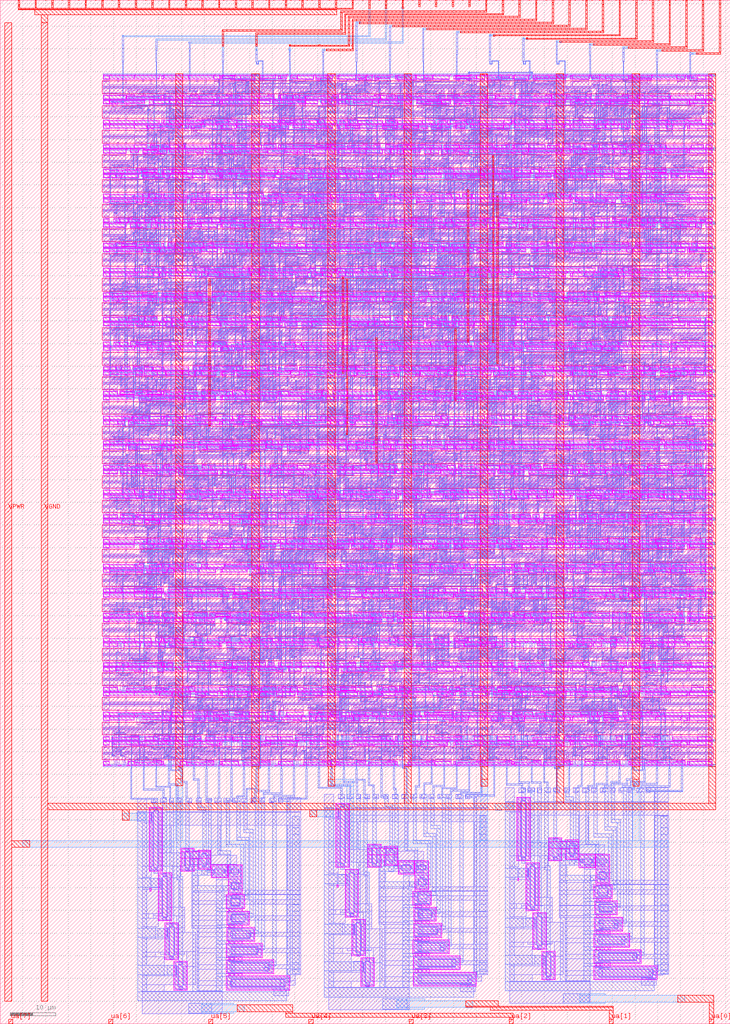
<source format=lef>
VERSION 5.7 ;
  NOWIREEXTENSIONATPIN ON ;
  DIVIDERCHAR "/" ;
  BUSBITCHARS "[]" ;
MACRO tt_um_rejunity_ay8913
  CLASS BLOCK ;
  FOREIGN tt_um_rejunity_ay8913 ;
  ORIGIN 0.000 0.000 ;
  SIZE 161.000 BY 225.760 ;
  PIN clk
    DIRECTION INPUT ;
    USE SIGNAL ;
    ANTENNAGATEAREA 0.852000 ;
    PORT
      LAYER met4 ;
        RECT 154.870 224.760 155.170 225.760 ;
    END
  END clk
  PIN ena
    DIRECTION INPUT ;
    USE SIGNAL ;
    ANTENNAGATEAREA 0.196500 ;
    PORT
      LAYER met4 ;
        RECT 158.550 224.760 158.850 225.760 ;
    END
  END ena
  PIN rst_n
    DIRECTION INPUT ;
    USE SIGNAL ;
    ANTENNAGATEAREA 0.126000 ;
    PORT
      LAYER met4 ;
        RECT 151.190 224.760 151.490 225.760 ;
    END
  END rst_n
  PIN ua[0]
    DIRECTION INOUT ;
    USE SIGNAL ;
    ANTENNADIFFAREA 13.148600 ;
    PORT
      LAYER met4 ;
        RECT 156.410 0.000 157.310 1.000 ;
    END
  END ua[0]
  PIN ua[1]
    DIRECTION INOUT ;
    USE SIGNAL ;
    ANTENNADIFFAREA 13.148600 ;
    PORT
      LAYER met4 ;
        RECT 134.330 0.000 135.230 1.000 ;
    END
  END ua[1]
  PIN ua[2]
    DIRECTION INOUT ;
    USE SIGNAL ;
    ANTENNADIFFAREA 13.148600 ;
    PORT
      LAYER met4 ;
        RECT 112.250 0.000 113.150 1.000 ;
    END
  END ua[2]
  PIN ua[3]
    DIRECTION INOUT ;
    USE SIGNAL ;
    PORT
      LAYER met4 ;
        RECT 90.170 0.000 91.070 1.000 ;
    END
  END ua[3]
  PIN ua[4]
    DIRECTION INOUT ;
    USE SIGNAL ;
    PORT
      LAYER met4 ;
        RECT 68.090 0.000 68.990 1.000 ;
    END
  END ua[4]
  PIN ua[5]
    DIRECTION INOUT ;
    USE SIGNAL ;
    PORT
      LAYER met4 ;
        RECT 46.010 0.000 46.910 1.000 ;
    END
  END ua[5]
  PIN ua[6]
    DIRECTION INOUT ;
    USE SIGNAL ;
    PORT
      LAYER met4 ;
        RECT 23.930 0.000 24.830 1.000 ;
    END
  END ua[6]
  PIN ua[7]
    DIRECTION INOUT ;
    USE SIGNAL ;
    PORT
      LAYER met4 ;
        RECT 1.850 0.000 2.750 1.000 ;
    END
  END ua[7]
  PIN ui_in[0]
    DIRECTION INPUT ;
    USE SIGNAL ;
    ANTENNAGATEAREA 0.213000 ;
    PORT
      LAYER met4 ;
        RECT 147.510 224.760 147.810 225.760 ;
    END
  END ui_in[0]
  PIN ui_in[1]
    DIRECTION INPUT ;
    USE SIGNAL ;
    ANTENNAGATEAREA 0.213000 ;
    PORT
      LAYER met4 ;
        RECT 143.830 224.760 144.130 225.760 ;
    END
  END ui_in[1]
  PIN ui_in[2]
    DIRECTION INPUT ;
    USE SIGNAL ;
    ANTENNAGATEAREA 0.213000 ;
    PORT
      LAYER met4 ;
        RECT 140.150 224.760 140.450 225.760 ;
    END
  END ui_in[2]
  PIN ui_in[3]
    DIRECTION INPUT ;
    USE SIGNAL ;
    ANTENNAGATEAREA 0.213000 ;
    PORT
      LAYER met4 ;
        RECT 136.470 224.760 136.770 225.760 ;
    END
  END ui_in[3]
  PIN ui_in[4]
    DIRECTION INPUT ;
    USE SIGNAL ;
    ANTENNAGATEAREA 0.196500 ;
    PORT
      LAYER met4 ;
        RECT 132.790 224.760 133.090 225.760 ;
    END
  END ui_in[4]
  PIN ui_in[5]
    DIRECTION INPUT ;
    USE SIGNAL ;
    ANTENNAGATEAREA 0.159000 ;
    PORT
      LAYER met4 ;
        RECT 129.110 224.760 129.410 225.760 ;
    END
  END ui_in[5]
  PIN ui_in[6]
    DIRECTION INPUT ;
    USE SIGNAL ;
    ANTENNAGATEAREA 0.159000 ;
    PORT
      LAYER met4 ;
        RECT 125.430 224.760 125.730 225.760 ;
    END
  END ui_in[6]
  PIN ui_in[7]
    DIRECTION INPUT ;
    USE SIGNAL ;
    ANTENNAGATEAREA 0.159000 ;
    PORT
      LAYER met4 ;
        RECT 121.750 224.760 122.050 225.760 ;
    END
  END ui_in[7]
  PIN uio_in[0]
    DIRECTION INPUT ;
    USE SIGNAL ;
    ANTENNAGATEAREA 0.196500 ;
    PORT
      LAYER met4 ;
        RECT 118.070 224.760 118.370 225.760 ;
    END
  END uio_in[0]
  PIN uio_in[1]
    DIRECTION INPUT ;
    USE SIGNAL ;
    ANTENNAGATEAREA 0.196500 ;
    PORT
      LAYER met4 ;
        RECT 114.390 224.760 114.690 225.760 ;
    END
  END uio_in[1]
  PIN uio_in[2]
    DIRECTION INPUT ;
    USE SIGNAL ;
    ANTENNAGATEAREA 0.196500 ;
    PORT
      LAYER met4 ;
        RECT 110.710 224.760 111.010 225.760 ;
    END
  END uio_in[2]
  PIN uio_in[3]
    DIRECTION INPUT ;
    USE SIGNAL ;
    ANTENNAGATEAREA 0.196500 ;
    PORT
      LAYER met4 ;
        RECT 107.030 224.760 107.330 225.760 ;
    END
  END uio_in[3]
  PIN uio_in[4]
    DIRECTION INPUT ;
    USE SIGNAL ;
    PORT
      LAYER met4 ;
        RECT 103.350 224.760 103.650 225.760 ;
    END
  END uio_in[4]
  PIN uio_in[5]
    DIRECTION INPUT ;
    USE SIGNAL ;
    PORT
      LAYER met4 ;
        RECT 99.670 224.760 99.970 225.760 ;
    END
  END uio_in[5]
  PIN uio_in[6]
    DIRECTION INPUT ;
    USE SIGNAL ;
    PORT
      LAYER met4 ;
        RECT 95.990 224.760 96.290 225.760 ;
    END
  END uio_in[6]
  PIN uio_in[7]
    DIRECTION INPUT ;
    USE SIGNAL ;
    PORT
      LAYER met4 ;
        RECT 92.310 224.760 92.610 225.760 ;
    END
  END uio_in[7]
  PIN uio_oe[0]
    DIRECTION OUTPUT ;
    USE SIGNAL ;
    ANTENNAGATEAREA 1172.472900 ;
    ANTENNADIFFAREA 999.351990 ;
    PORT
      LAYER met4 ;
        RECT 29.750 224.760 30.050 225.760 ;
    END
  END uio_oe[0]
  PIN uio_oe[1]
    DIRECTION OUTPUT ;
    USE SIGNAL ;
    ANTENNAGATEAREA 1172.472900 ;
    ANTENNADIFFAREA 999.351990 ;
    PORT
      LAYER met4 ;
        RECT 26.070 224.760 26.370 225.760 ;
    END
  END uio_oe[1]
  PIN uio_oe[2]
    DIRECTION OUTPUT ;
    USE SIGNAL ;
    ANTENNAGATEAREA 1172.472900 ;
    ANTENNADIFFAREA 999.351990 ;
    PORT
      LAYER met4 ;
        RECT 22.390 224.760 22.690 225.760 ;
    END
  END uio_oe[2]
  PIN uio_oe[3]
    DIRECTION OUTPUT ;
    USE SIGNAL ;
    ANTENNAGATEAREA 1172.472900 ;
    ANTENNADIFFAREA 999.351990 ;
    PORT
      LAYER met4 ;
        RECT 18.710 224.760 19.010 225.760 ;
    END
  END uio_oe[3]
  PIN uio_oe[4]
    DIRECTION OUTPUT ;
    USE SIGNAL ;
    ANTENNAGATEAREA 1172.472900 ;
    ANTENNADIFFAREA 999.351990 ;
    PORT
      LAYER met4 ;
        RECT 15.030 224.760 15.330 225.760 ;
    END
  END uio_oe[4]
  PIN uio_oe[5]
    DIRECTION OUTPUT ;
    USE SIGNAL ;
    ANTENNAGATEAREA 1172.472900 ;
    ANTENNADIFFAREA 999.351990 ;
    PORT
      LAYER met4 ;
        RECT 11.350 224.760 11.650 225.760 ;
    END
  END uio_oe[5]
  PIN uio_oe[6]
    DIRECTION OUTPUT ;
    USE SIGNAL ;
    ANTENNAGATEAREA 1172.472900 ;
    ANTENNADIFFAREA 999.351990 ;
    PORT
      LAYER met4 ;
        RECT 7.670 224.760 7.970 225.760 ;
    END
  END uio_oe[6]
  PIN uio_oe[7]
    DIRECTION OUTPUT ;
    USE SIGNAL ;
    ANTENNAGATEAREA 1172.472900 ;
    ANTENNADIFFAREA 999.351990 ;
    PORT
      LAYER met4 ;
        RECT 3.990 224.760 4.290 225.760 ;
    END
  END uio_oe[7]
  PIN uio_out[0]
    DIRECTION OUTPUT ;
    USE SIGNAL ;
    ANTENNAGATEAREA 1172.472900 ;
    ANTENNADIFFAREA 999.351990 ;
    PORT
      LAYER met4 ;
        RECT 59.190 224.760 59.490 225.760 ;
    END
  END uio_out[0]
  PIN uio_out[1]
    DIRECTION OUTPUT ;
    USE SIGNAL ;
    ANTENNAGATEAREA 1172.472900 ;
    ANTENNADIFFAREA 999.351990 ;
    PORT
      LAYER met4 ;
        RECT 55.510 224.760 55.810 225.760 ;
    END
  END uio_out[1]
  PIN uio_out[2]
    DIRECTION OUTPUT ;
    USE SIGNAL ;
    ANTENNAGATEAREA 1172.472900 ;
    ANTENNADIFFAREA 999.351990 ;
    PORT
      LAYER met4 ;
        RECT 51.830 224.760 52.130 225.760 ;
    END
  END uio_out[2]
  PIN uio_out[3]
    DIRECTION OUTPUT ;
    USE SIGNAL ;
    ANTENNAGATEAREA 1172.472900 ;
    ANTENNADIFFAREA 999.351990 ;
    PORT
      LAYER met4 ;
        RECT 48.150 224.760 48.450 225.760 ;
    END
  END uio_out[3]
  PIN uio_out[4]
    DIRECTION OUTPUT ;
    USE SIGNAL ;
    ANTENNAGATEAREA 1172.472900 ;
    ANTENNADIFFAREA 999.351990 ;
    PORT
      LAYER met4 ;
        RECT 44.470 224.760 44.770 225.760 ;
    END
  END uio_out[4]
  PIN uio_out[5]
    DIRECTION OUTPUT ;
    USE SIGNAL ;
    ANTENNAGATEAREA 1172.472900 ;
    ANTENNADIFFAREA 999.351990 ;
    PORT
      LAYER met4 ;
        RECT 40.790 224.760 41.090 225.760 ;
    END
  END uio_out[5]
  PIN uio_out[6]
    DIRECTION OUTPUT ;
    USE SIGNAL ;
    ANTENNAGATEAREA 1172.472900 ;
    ANTENNADIFFAREA 999.351990 ;
    PORT
      LAYER met4 ;
        RECT 37.110 224.760 37.410 225.760 ;
    END
  END uio_out[6]
  PIN uio_out[7]
    DIRECTION OUTPUT ;
    USE SIGNAL ;
    ANTENNAGATEAREA 1172.472900 ;
    ANTENNADIFFAREA 999.351990 ;
    PORT
      LAYER met4 ;
        RECT 33.430 224.760 33.730 225.760 ;
    END
  END uio_out[7]
  PIN uo_out[0]
    DIRECTION OUTPUT ;
    USE SIGNAL ;
    ANTENNADIFFAREA 0.445500 ;
    PORT
      LAYER met4 ;
        RECT 88.630 224.760 88.930 225.760 ;
    END
  END uo_out[0]
  PIN uo_out[1]
    DIRECTION OUTPUT ;
    USE SIGNAL ;
    ANTENNADIFFAREA 0.445500 ;
    PORT
      LAYER met4 ;
        RECT 84.950 224.760 85.250 225.760 ;
    END
  END uo_out[1]
  PIN uo_out[2]
    DIRECTION OUTPUT ;
    USE SIGNAL ;
    ANTENNADIFFAREA 0.445500 ;
    PORT
      LAYER met4 ;
        RECT 81.270 224.760 81.570 225.760 ;
    END
  END uo_out[2]
  PIN uo_out[3]
    DIRECTION OUTPUT ;
    USE SIGNAL ;
    ANTENNAGATEAREA 1172.472900 ;
    ANTENNADIFFAREA 999.351990 ;
    PORT
      LAYER met4 ;
        RECT 77.590 224.760 77.890 225.760 ;
    END
  END uo_out[3]
  PIN uo_out[4]
    DIRECTION OUTPUT ;
    USE SIGNAL ;
    ANTENNAGATEAREA 1172.472900 ;
    ANTENNADIFFAREA 999.351990 ;
    PORT
      LAYER met4 ;
        RECT 73.910 224.760 74.210 225.760 ;
    END
  END uo_out[4]
  PIN uo_out[5]
    DIRECTION OUTPUT ;
    USE SIGNAL ;
    ANTENNAGATEAREA 1172.472900 ;
    ANTENNADIFFAREA 999.351990 ;
    PORT
      LAYER met4 ;
        RECT 70.230 224.760 70.530 225.760 ;
    END
  END uo_out[5]
  PIN uo_out[6]
    DIRECTION OUTPUT ;
    USE SIGNAL ;
    ANTENNAGATEAREA 1172.472900 ;
    ANTENNADIFFAREA 999.351990 ;
    PORT
      LAYER met4 ;
        RECT 66.550 224.760 66.850 225.760 ;
    END
  END uo_out[6]
  PIN uo_out[7]
    DIRECTION OUTPUT ;
    USE SIGNAL ;
    ANTENNAGATEAREA 1172.472900 ;
    ANTENNADIFFAREA 999.351990 ;
    PORT
      LAYER met4 ;
        RECT 62.870 224.760 63.170 225.760 ;
    END
  END uo_out[7]
  PIN VPWR
    DIRECTION INOUT ;
    USE POWER ;
    PORT
      LAYER met4 ;
        RECT 1.000 5.000 2.500 220.760 ;
    END
  END VPWR
  PIN VGND
    DIRECTION INOUT ;
    USE GROUND ;
    PORT
      LAYER met4 ;
        RECT 9.000 5.000 10.500 220.760 ;
    END
  END VGND
  OBS
      LAYER pwell ;
        RECT 22.845 209.155 23.015 209.345 ;
        RECT 24.225 209.155 24.395 209.345 ;
        RECT 29.745 209.155 29.915 209.345 ;
        RECT 35.260 209.205 35.380 209.315 ;
        RECT 36.185 209.155 36.355 209.345 ;
        RECT 41.705 209.155 41.875 209.345 ;
        RECT 47.225 209.155 47.395 209.345 ;
        RECT 22.705 208.345 24.075 209.155 ;
        RECT 24.085 208.345 29.595 209.155 ;
        RECT 29.605 208.345 35.115 209.155 ;
        RECT 35.595 208.285 36.025 209.070 ;
        RECT 36.045 208.345 41.555 209.155 ;
        RECT 41.565 208.345 47.075 209.155 ;
        RECT 47.085 208.345 48.455 209.155 ;
        RECT 49.070 209.125 49.240 209.345 ;
        RECT 51.820 209.155 51.990 209.345 ;
        RECT 55.965 209.155 56.135 209.345 ;
        RECT 56.435 209.200 56.595 209.310 ;
        RECT 60.565 209.155 60.735 209.345 ;
        RECT 61.020 209.205 61.140 209.315 ;
        RECT 62.865 209.155 63.035 209.345 ;
        RECT 63.335 209.200 63.495 209.310 ;
        RECT 64.245 209.155 64.415 209.345 ;
        RECT 65.625 209.155 65.795 209.345 ;
        RECT 69.300 209.205 69.420 209.315 ;
        RECT 71.605 209.155 71.775 209.345 ;
        RECT 72.065 209.155 72.235 209.345 ;
        RECT 73.455 209.200 73.615 209.310 ;
        RECT 74.825 209.155 74.995 209.345 ;
        RECT 78.500 209.205 78.620 209.315 ;
        RECT 78.965 209.155 79.135 209.345 ;
        RECT 80.800 209.155 80.970 209.345 ;
        RECT 82.180 209.205 82.300 209.315 ;
        RECT 85.865 209.155 86.035 209.345 ;
        RECT 86.335 209.200 86.495 209.310 ;
        RECT 91.390 209.155 91.560 209.345 ;
        RECT 91.845 209.155 92.015 209.345 ;
        RECT 93.685 209.155 93.855 209.345 ;
        RECT 95.525 209.155 95.695 209.345 ;
        RECT 99.215 209.200 99.375 209.310 ;
        RECT 50.730 209.125 51.675 209.155 ;
        RECT 48.475 208.285 48.905 209.070 ;
        RECT 48.925 208.445 51.675 209.125 ;
        RECT 50.730 208.245 51.675 208.445 ;
        RECT 51.705 208.245 53.055 209.155 ;
        RECT 53.065 208.245 56.175 209.155 ;
        RECT 57.300 208.475 60.765 209.155 ;
        RECT 57.300 208.245 58.220 208.475 ;
        RECT 61.355 208.285 61.785 209.070 ;
        RECT 61.805 208.375 63.175 209.155 ;
        RECT 64.105 208.375 65.475 209.155 ;
        RECT 65.485 208.345 69.155 209.155 ;
        RECT 69.625 208.475 71.915 209.155 ;
        RECT 69.625 208.245 70.545 208.475 ;
        RECT 71.925 208.375 73.295 209.155 ;
        RECT 74.235 208.285 74.665 209.070 ;
        RECT 74.685 208.345 78.355 209.155 ;
        RECT 78.825 208.475 80.655 209.155 ;
        RECT 79.310 208.245 80.655 208.475 ;
        RECT 80.685 208.245 82.035 209.155 ;
        RECT 82.600 208.475 86.065 209.155 ;
        RECT 82.600 208.245 83.520 208.475 ;
        RECT 87.115 208.285 87.545 209.070 ;
        RECT 87.565 208.245 91.670 209.155 ;
        RECT 91.705 208.345 93.535 209.155 ;
        RECT 93.545 208.475 95.375 209.155 ;
        RECT 94.030 208.245 95.375 208.475 ;
        RECT 95.385 208.345 99.055 209.155 ;
        RECT 100.445 209.125 101.390 209.155 ;
        RECT 103.345 209.125 103.515 209.345 ;
        RECT 103.805 209.155 103.975 209.345 ;
        RECT 105.185 209.155 105.355 209.345 ;
        RECT 107.020 209.205 107.140 209.315 ;
        RECT 110.245 209.155 110.415 209.345 ;
        RECT 112.085 209.155 112.255 209.345 ;
        RECT 112.540 209.205 112.660 209.315 ;
        RECT 113.465 209.155 113.635 209.345 ;
        RECT 116.695 209.200 116.855 209.310 ;
        RECT 120.825 209.155 120.995 209.345 ;
        RECT 122.665 209.155 122.835 209.345 ;
        RECT 124.505 209.155 124.675 209.345 ;
        RECT 124.975 209.200 125.135 209.310 ;
        RECT 126.345 209.155 126.515 209.345 ;
        RECT 130.020 209.205 130.140 209.315 ;
        RECT 131.865 209.155 132.035 209.345 ;
        RECT 132.325 209.155 132.495 209.345 ;
        RECT 134.625 209.155 134.795 209.345 ;
        RECT 135.085 209.155 135.255 209.345 ;
        RECT 139.200 209.175 139.370 209.345 ;
        RECT 139.260 209.155 139.370 209.175 ;
        RECT 143.825 209.155 143.995 209.345 ;
        RECT 149.345 209.155 149.515 209.345 ;
        RECT 151.180 209.205 151.300 209.315 ;
        RECT 152.100 209.205 152.220 209.315 ;
        RECT 153.485 209.155 153.655 209.345 ;
        RECT 153.945 209.155 154.115 209.345 ;
        RECT 156.705 209.155 156.875 209.345 ;
        RECT 99.995 208.285 100.425 209.070 ;
        RECT 100.445 208.925 103.515 209.125 ;
        RECT 100.445 208.445 103.655 208.925 ;
        RECT 100.445 208.245 101.390 208.445 ;
        RECT 102.725 208.245 103.655 208.445 ;
        RECT 103.665 208.375 105.035 209.155 ;
        RECT 105.045 208.345 106.875 209.155 ;
        RECT 107.345 208.245 110.555 209.155 ;
        RECT 110.565 208.475 112.395 209.155 ;
        RECT 112.875 208.285 113.305 209.070 ;
        RECT 113.325 208.245 116.535 209.155 ;
        RECT 117.560 208.475 121.025 209.155 ;
        RECT 121.145 208.475 122.975 209.155 ;
        RECT 122.985 208.475 124.815 209.155 ;
        RECT 117.560 208.245 118.480 208.475 ;
        RECT 125.755 208.285 126.185 209.070 ;
        RECT 126.205 208.345 129.875 209.155 ;
        RECT 130.345 208.475 132.175 209.155 ;
        RECT 132.185 208.345 133.555 209.155 ;
        RECT 133.565 208.375 134.935 209.155 ;
        RECT 134.945 208.345 138.615 209.155 ;
        RECT 138.635 208.285 139.065 209.070 ;
        RECT 139.260 208.475 143.675 209.155 ;
        RECT 139.745 208.245 143.675 208.475 ;
        RECT 143.685 208.345 149.195 209.155 ;
        RECT 149.205 208.345 151.035 209.155 ;
        RECT 151.515 208.285 151.945 209.070 ;
        RECT 152.425 208.375 153.795 209.155 ;
        RECT 153.805 208.345 155.635 209.155 ;
        RECT 155.645 208.345 157.015 209.155 ;
      LAYER nwell ;
        RECT 22.510 205.125 157.210 207.955 ;
      LAYER pwell ;
        RECT 22.705 203.925 24.075 204.735 ;
        RECT 24.085 203.925 27.755 204.735 ;
        RECT 27.845 204.605 29.615 204.835 ;
        RECT 31.150 204.605 32.060 204.825 ;
        RECT 27.845 203.925 35.575 204.605 ;
        RECT 35.595 204.010 36.025 204.795 ;
        RECT 39.560 204.605 40.470 204.825 ;
        RECT 42.005 204.605 43.775 204.835 ;
        RECT 47.380 204.605 48.290 204.825 ;
        RECT 49.825 204.605 51.175 204.835 ;
        RECT 36.045 203.925 43.775 204.605 ;
        RECT 43.865 203.925 51.175 204.605 ;
        RECT 51.685 203.925 53.055 204.705 ;
        RECT 56.580 204.605 57.490 204.825 ;
        RECT 59.025 204.605 60.375 204.835 ;
        RECT 53.065 203.925 60.375 204.605 ;
        RECT 61.355 204.010 61.785 204.795 ;
        RECT 61.825 203.925 63.175 204.835 ;
        RECT 63.185 203.925 64.555 204.705 ;
        RECT 64.575 203.925 65.925 204.835 ;
        RECT 65.945 203.925 67.315 204.705 ;
        RECT 70.840 204.605 71.750 204.825 ;
        RECT 73.285 204.605 74.635 204.835 ;
        RECT 67.325 203.925 74.635 204.605 ;
        RECT 75.165 203.925 76.515 204.835 ;
        RECT 80.040 204.605 80.950 204.825 ;
        RECT 82.485 204.605 83.835 204.835 ;
        RECT 76.525 203.925 83.835 204.605 ;
        RECT 83.885 203.925 85.255 204.735 ;
        RECT 85.750 204.605 87.095 204.835 ;
        RECT 85.265 203.925 87.095 204.605 ;
        RECT 87.115 204.010 87.545 204.795 ;
        RECT 87.565 203.925 88.935 204.705 ;
        RECT 89.445 204.605 90.795 204.835 ;
        RECT 92.330 204.605 93.240 204.825 ;
        RECT 89.445 203.925 96.755 204.605 ;
        RECT 96.765 203.925 98.135 204.705 ;
        RECT 98.605 203.925 99.975 204.705 ;
        RECT 100.025 204.605 101.375 204.835 ;
        RECT 102.910 204.605 103.820 204.825 ;
        RECT 100.025 203.925 107.335 204.605 ;
        RECT 107.345 203.925 109.175 204.735 ;
        RECT 109.280 204.605 110.200 204.835 ;
        RECT 109.280 203.925 112.745 204.605 ;
        RECT 112.875 204.010 113.305 204.795 ;
        RECT 117.760 204.605 118.670 204.825 ;
        RECT 120.205 204.605 121.555 204.835 ;
        RECT 114.245 203.925 121.555 204.605 ;
        RECT 121.645 203.925 124.815 204.835 ;
        RECT 124.825 204.605 125.755 204.835 ;
        RECT 129.405 204.605 130.335 204.835 ;
        RECT 134.780 204.605 135.690 204.825 ;
        RECT 137.225 204.605 138.575 204.835 ;
        RECT 124.825 203.925 127.575 204.605 ;
        RECT 127.585 203.925 130.335 204.605 ;
        RECT 131.265 203.925 138.575 204.605 ;
        RECT 138.635 204.010 139.065 204.795 ;
        RECT 139.085 203.925 140.455 204.705 ;
        RECT 140.505 204.605 141.855 204.835 ;
        RECT 143.390 204.605 144.300 204.825 ;
        RECT 140.505 203.925 147.815 204.605 ;
        RECT 147.825 203.925 153.335 204.735 ;
        RECT 153.345 203.925 155.175 204.735 ;
        RECT 155.645 203.925 157.015 204.735 ;
        RECT 22.845 203.715 23.015 203.925 ;
        RECT 24.225 203.735 24.395 203.925 ;
        RECT 31.585 203.715 31.755 203.905 ;
        RECT 32.055 203.760 32.215 203.870 ;
        RECT 32.965 203.755 33.135 203.905 ;
        RECT 22.705 202.905 24.075 203.715 ;
        RECT 24.165 203.035 31.895 203.715 ;
        RECT 24.165 202.805 25.935 203.035 ;
        RECT 27.470 202.815 28.380 203.035 ;
        RECT 32.845 202.805 33.735 203.755 ;
        RECT 33.885 203.715 34.055 203.905 ;
        RECT 35.265 203.735 35.435 203.925 ;
        RECT 36.185 203.735 36.355 203.925 ;
        RECT 37.565 203.715 37.735 203.905 ;
        RECT 39.870 203.715 40.040 203.905 ;
        RECT 40.320 203.765 40.440 203.875 ;
        RECT 40.785 203.715 40.955 203.905 ;
        RECT 44.005 203.735 44.175 203.925 ;
        RECT 46.765 203.715 46.935 203.905 ;
        RECT 47.225 203.715 47.395 203.905 ;
        RECT 51.360 203.765 51.480 203.875 ;
        RECT 52.745 203.735 52.915 203.925 ;
        RECT 53.205 203.735 53.375 203.925 ;
        RECT 56.420 203.715 56.590 203.905 ;
        RECT 56.885 203.715 57.055 203.905 ;
        RECT 59.640 203.765 59.760 203.875 ;
        RECT 60.105 203.715 60.275 203.905 ;
        RECT 60.575 203.770 60.735 203.880 ;
        RECT 61.940 203.735 62.110 203.925 ;
        RECT 64.245 203.735 64.415 203.925 ;
        RECT 65.625 203.735 65.795 203.925 ;
        RECT 66.085 203.735 66.255 203.925 ;
        RECT 67.465 203.715 67.635 203.925 ;
        RECT 70.220 203.765 70.340 203.875 ;
        RECT 72.525 203.735 72.695 203.905 ;
        RECT 72.525 203.715 72.690 203.735 ;
        RECT 73.910 203.715 74.080 203.905 ;
        RECT 74.825 203.875 74.995 203.905 ;
        RECT 74.820 203.765 74.995 203.875 ;
        RECT 74.825 203.715 74.995 203.765 ;
        RECT 75.280 203.735 75.450 203.925 ;
        RECT 76.665 203.755 76.835 203.925 ;
        RECT 77.135 203.760 77.295 203.870 ;
        RECT 33.745 202.905 37.415 203.715 ;
        RECT 37.425 202.905 38.795 203.715 ;
        RECT 38.805 202.805 40.155 203.715 ;
        RECT 40.645 202.935 42.015 203.715 ;
        RECT 42.260 203.035 47.075 203.715 ;
        RECT 47.085 202.905 48.455 203.715 ;
        RECT 48.475 202.845 48.905 203.630 ;
        RECT 48.985 202.805 56.735 203.715 ;
        RECT 56.745 202.905 59.495 203.715 ;
        RECT 59.965 203.035 67.275 203.715 ;
        RECT 63.480 202.815 64.390 203.035 ;
        RECT 65.925 202.805 67.275 203.035 ;
        RECT 67.325 202.905 70.075 203.715 ;
        RECT 70.855 203.035 72.690 203.715 ;
        RECT 70.855 202.805 71.785 203.035 ;
        RECT 72.845 202.805 74.195 203.715 ;
        RECT 74.235 202.845 74.665 203.630 ;
        RECT 74.685 202.905 76.055 203.715 ;
        RECT 76.065 202.805 76.955 203.755 ;
        RECT 78.050 203.715 78.220 203.905 ;
        RECT 82.185 203.715 82.355 203.905 ;
        RECT 83.565 203.715 83.735 203.905 ;
        RECT 84.025 203.735 84.195 203.925 ;
        RECT 85.405 203.735 85.575 203.925 ;
        RECT 88.625 203.735 88.795 203.925 ;
        RECT 89.080 203.765 89.200 203.875 ;
        RECT 90.935 203.760 91.095 203.870 ;
        RECT 91.845 203.735 92.015 203.905 ;
        RECT 91.850 203.715 92.015 203.735 ;
        RECT 77.905 203.035 82.035 203.715 ;
        RECT 80.645 202.805 82.035 203.035 ;
        RECT 82.045 202.905 83.415 203.715 ;
        RECT 83.425 203.035 90.735 203.715 ;
        RECT 91.850 203.035 93.685 203.715 ;
        RECT 94.150 203.685 94.320 203.905 ;
        RECT 96.445 203.735 96.615 203.925 ;
        RECT 97.825 203.735 97.995 203.925 ;
        RECT 98.280 203.765 98.400 203.875 ;
        RECT 98.745 203.735 98.915 203.925 ;
        RECT 99.205 203.735 99.375 203.905 ;
        RECT 99.660 203.765 99.780 203.875 ;
        RECT 99.205 203.715 99.355 203.735 ;
        RECT 96.280 203.685 97.215 203.715 ;
        RECT 94.150 203.485 97.215 203.685 ;
        RECT 86.940 202.815 87.850 203.035 ;
        RECT 89.385 202.805 90.735 203.035 ;
        RECT 92.755 202.805 93.685 203.035 ;
        RECT 94.005 203.005 97.215 203.485 ;
        RECT 94.005 202.805 94.935 203.005 ;
        RECT 96.265 202.805 97.215 203.005 ;
        RECT 97.425 202.895 99.355 203.715 ;
        RECT 100.445 203.685 101.380 203.715 ;
        RECT 103.340 203.685 103.510 203.905 ;
        RECT 103.805 203.715 103.975 203.905 ;
        RECT 106.565 203.715 106.735 203.905 ;
        RECT 107.025 203.735 107.195 203.925 ;
        RECT 107.485 203.735 107.655 203.925 ;
        RECT 112.545 203.735 112.715 203.925 ;
        RECT 113.475 203.770 113.635 203.880 ;
        RECT 113.925 203.715 114.095 203.905 ;
        RECT 114.385 203.735 114.555 203.925 ;
        RECT 121.745 203.735 121.915 203.925 ;
        RECT 124.505 203.715 124.675 203.905 ;
        RECT 124.975 203.760 125.135 203.870 ;
        RECT 127.265 203.735 127.435 203.925 ;
        RECT 127.725 203.735 127.895 203.925 ;
        RECT 128.645 203.735 128.815 203.905 ;
        RECT 128.645 203.715 128.775 203.735 ;
        RECT 97.425 202.805 98.375 202.895 ;
        RECT 99.995 202.845 100.425 203.630 ;
        RECT 100.445 203.485 103.510 203.685 ;
        RECT 100.445 203.005 103.655 203.485 ;
        RECT 103.665 203.035 106.405 203.715 ;
        RECT 106.425 203.035 113.735 203.715 ;
        RECT 113.785 203.035 121.095 203.715 ;
        RECT 100.445 202.805 101.395 203.005 ;
        RECT 102.725 202.805 103.655 203.005 ;
        RECT 109.940 202.815 110.850 203.035 ;
        RECT 112.385 202.805 113.735 203.035 ;
        RECT 117.300 202.815 118.210 203.035 ;
        RECT 119.745 202.805 121.095 203.035 ;
        RECT 121.240 203.035 124.705 203.715 ;
        RECT 121.240 202.805 122.160 203.035 ;
        RECT 125.755 202.845 126.185 203.630 ;
        RECT 126.925 203.485 128.775 203.715 ;
        RECT 129.100 203.685 129.270 203.905 ;
        RECT 130.495 203.770 130.655 203.880 ;
        RECT 131.405 203.715 131.575 203.925 ;
        RECT 130.300 203.685 131.255 203.715 ;
        RECT 126.440 202.805 128.775 203.485 ;
        RECT 128.975 203.005 131.255 203.685 ;
        RECT 131.265 203.035 134.475 203.715 ;
        RECT 130.300 202.805 131.255 203.005 ;
        RECT 133.340 202.805 134.475 203.035 ;
        RECT 134.485 203.685 135.420 203.715 ;
        RECT 137.380 203.685 137.550 203.905 ;
        RECT 134.485 203.485 137.550 203.685 ;
        RECT 137.850 203.685 138.020 203.905 ;
        RECT 139.225 203.735 139.395 203.925 ;
        RECT 141.065 203.715 141.235 203.905 ;
        RECT 142.905 203.715 143.075 203.905 ;
        RECT 146.125 203.715 146.295 203.905 ;
        RECT 147.505 203.735 147.675 203.925 ;
        RECT 147.965 203.735 148.135 203.925 ;
        RECT 153.485 203.735 153.655 203.925 ;
        RECT 155.325 203.875 155.495 203.905 ;
        RECT 155.320 203.765 155.495 203.875 ;
        RECT 155.325 203.715 155.495 203.765 ;
        RECT 156.705 203.715 156.875 203.925 ;
        RECT 139.980 203.685 140.915 203.715 ;
        RECT 137.850 203.485 140.915 203.685 ;
        RECT 134.485 203.005 137.695 203.485 ;
        RECT 134.485 202.805 135.435 203.005 ;
        RECT 136.765 202.805 137.695 203.005 ;
        RECT 137.705 203.005 140.915 203.485 ;
        RECT 137.705 202.805 138.635 203.005 ;
        RECT 139.965 202.805 140.915 203.005 ;
        RECT 140.925 202.905 142.755 203.715 ;
        RECT 142.865 202.805 145.975 203.715 ;
        RECT 145.985 202.905 151.495 203.715 ;
        RECT 151.515 202.845 151.945 203.630 ;
        RECT 152.060 203.035 155.525 203.715 ;
        RECT 152.060 202.805 152.980 203.035 ;
        RECT 155.645 202.905 157.015 203.715 ;
      LAYER nwell ;
        RECT 22.510 199.685 157.210 202.515 ;
      LAYER pwell ;
        RECT 22.705 198.485 24.075 199.295 ;
        RECT 24.085 198.485 29.595 199.295 ;
        RECT 29.605 198.485 35.115 199.295 ;
        RECT 35.595 198.570 36.025 199.355 ;
        RECT 36.045 198.485 37.415 199.295 ;
        RECT 40.940 199.165 41.850 199.385 ;
        RECT 43.385 199.165 44.735 199.395 ;
        RECT 37.425 198.485 44.735 199.165 ;
        RECT 44.795 198.485 47.525 199.395 ;
        RECT 49.365 199.165 50.295 199.395 ;
        RECT 47.545 198.485 50.295 199.165 ;
        RECT 50.305 198.485 52.135 199.395 ;
        RECT 52.145 198.485 57.655 199.295 ;
        RECT 57.665 198.485 61.335 199.295 ;
        RECT 61.355 198.570 61.785 199.355 ;
        RECT 61.805 199.195 62.755 199.395 ;
        RECT 64.085 199.195 65.015 199.395 ;
        RECT 61.805 198.715 65.015 199.195 ;
        RECT 61.805 198.515 64.870 198.715 ;
        RECT 61.805 198.485 62.740 198.515 ;
        RECT 22.845 198.275 23.015 198.485 ;
        RECT 24.225 198.275 24.395 198.485 ;
        RECT 29.745 198.275 29.915 198.485 ;
        RECT 35.260 198.325 35.380 198.435 ;
        RECT 36.185 198.295 36.355 198.485 ;
        RECT 37.565 198.295 37.735 198.485 ;
        RECT 39.405 198.275 39.575 198.465 ;
        RECT 39.865 198.275 40.035 198.465 ;
        RECT 41.700 198.325 41.820 198.435 ;
        RECT 44.005 198.275 44.175 198.465 ;
        RECT 44.465 198.275 44.635 198.465 ;
        RECT 44.925 198.295 45.095 198.485 ;
        RECT 47.685 198.295 47.855 198.485 ;
        RECT 51.820 198.465 51.990 198.485 ;
        RECT 48.140 198.325 48.260 198.435 ;
        RECT 51.820 198.295 51.995 198.465 ;
        RECT 51.825 198.275 51.995 198.295 ;
        RECT 52.285 198.275 52.455 198.485 ;
        RECT 57.805 198.295 57.975 198.485 ;
        RECT 64.700 198.465 64.870 198.515 ;
        RECT 65.025 198.485 66.375 199.395 ;
        RECT 66.865 198.485 68.235 199.265 ;
        RECT 68.245 198.485 70.075 199.295 ;
        RECT 70.105 198.485 71.455 199.395 ;
        RECT 71.465 198.485 74.215 199.295 ;
        RECT 75.735 199.165 76.665 199.395 ;
        RECT 74.830 198.485 76.665 199.165 ;
        RECT 77.000 198.485 78.815 199.395 ;
        RECT 78.825 198.485 84.335 199.295 ;
        RECT 85.855 199.165 86.785 199.395 ;
        RECT 84.950 198.485 86.785 199.165 ;
        RECT 87.115 198.570 87.545 199.355 ;
        RECT 87.565 198.485 93.075 199.295 ;
        RECT 93.085 198.485 95.835 199.295 ;
        RECT 97.355 199.165 98.285 199.395 ;
        RECT 96.450 198.485 98.285 199.165 ;
        RECT 98.605 198.485 100.435 199.295 ;
        RECT 101.815 199.165 102.735 199.395 ;
        RECT 100.445 198.485 102.735 199.165 ;
        RECT 102.765 198.485 104.115 199.395 ;
        RECT 104.125 198.485 105.495 199.265 ;
        RECT 105.505 198.485 111.015 199.295 ;
        RECT 111.025 198.485 112.855 199.295 ;
        RECT 112.875 198.570 113.305 199.355 ;
        RECT 113.325 198.485 116.535 199.395 ;
        RECT 116.545 198.485 120.215 199.295 ;
        RECT 122.030 199.195 122.975 199.395 ;
        RECT 120.225 198.515 122.975 199.195 ;
        RECT 61.485 198.275 61.655 198.465 ;
        RECT 63.320 198.275 63.490 198.465 ;
        RECT 63.795 198.320 63.955 198.430 ;
        RECT 64.700 198.295 64.875 198.465 ;
        RECT 65.170 198.295 65.340 198.485 ;
        RECT 66.540 198.325 66.660 198.435 ;
        RECT 67.925 198.295 68.095 198.485 ;
        RECT 68.385 198.295 68.555 198.485 ;
        RECT 70.220 198.295 70.390 198.485 ;
        RECT 71.605 198.295 71.775 198.485 ;
        RECT 74.830 198.465 74.995 198.485 ;
        RECT 64.705 198.275 64.875 198.295 ;
        RECT 72.980 198.275 73.150 198.465 ;
        RECT 73.455 198.320 73.615 198.430 ;
        RECT 74.360 198.325 74.480 198.435 ;
        RECT 74.825 198.275 74.995 198.465 ;
        RECT 22.705 197.465 24.075 198.275 ;
        RECT 24.085 197.465 29.595 198.275 ;
        RECT 29.605 197.465 32.355 198.275 ;
        RECT 32.405 197.595 39.715 198.275 ;
        RECT 32.405 197.365 33.755 197.595 ;
        RECT 35.290 197.375 36.200 197.595 ;
        RECT 39.725 197.465 41.555 198.275 ;
        RECT 42.025 197.595 44.315 198.275 ;
        RECT 42.025 197.365 42.945 197.595 ;
        RECT 44.325 197.465 47.995 198.275 ;
        RECT 48.475 197.405 48.905 198.190 ;
        RECT 48.925 197.365 52.035 198.275 ;
        RECT 52.145 197.595 59.455 198.275 ;
        RECT 55.660 197.375 56.570 197.595 ;
        RECT 58.105 197.365 59.455 197.595 ;
        RECT 59.505 197.595 61.795 198.275 ;
        RECT 59.505 197.365 60.425 197.595 ;
        RECT 61.805 197.365 63.635 198.275 ;
        RECT 64.565 197.595 71.875 198.275 ;
        RECT 68.080 197.375 68.990 197.595 ;
        RECT 70.525 197.365 71.875 197.595 ;
        RECT 71.945 197.365 73.295 198.275 ;
        RECT 74.235 197.405 74.665 198.190 ;
        RECT 74.695 197.365 76.045 198.275 ;
        RECT 76.210 198.245 76.380 198.465 ;
        RECT 77.125 198.295 77.295 198.485 ;
        RECT 78.965 198.295 79.135 198.485 ;
        RECT 84.950 198.465 85.115 198.485 ;
        RECT 79.425 198.275 79.595 198.465 ;
        RECT 83.105 198.275 83.275 198.465 ;
        RECT 84.490 198.435 84.660 198.465 ;
        RECT 84.480 198.325 84.660 198.435 ;
        RECT 78.340 198.245 79.275 198.275 ;
        RECT 76.210 198.045 79.275 198.245 ;
        RECT 76.065 197.565 79.275 198.045 ;
        RECT 76.065 197.365 76.995 197.565 ;
        RECT 78.325 197.365 79.275 197.565 ;
        RECT 79.285 197.465 82.955 198.275 ;
        RECT 82.965 197.465 84.335 198.275 ;
        RECT 84.490 198.245 84.660 198.325 ;
        RECT 84.945 198.295 85.115 198.465 ;
        RECT 87.705 198.275 87.875 198.485 ;
        RECT 86.620 198.245 87.555 198.275 ;
        RECT 84.490 198.045 87.555 198.245 ;
        RECT 84.345 197.565 87.555 198.045 ;
        RECT 84.345 197.365 85.275 197.565 ;
        RECT 86.605 197.365 87.555 197.565 ;
        RECT 87.565 197.465 88.935 198.275 ;
        RECT 89.090 198.245 89.260 198.465 ;
        RECT 92.305 198.295 92.475 198.465 ;
        RECT 93.225 198.295 93.395 198.485 ;
        RECT 96.450 198.465 96.615 198.485 ;
        RECT 94.600 198.325 94.720 198.435 ;
        RECT 92.310 198.275 92.475 198.295 ;
        RECT 95.065 198.275 95.235 198.465 ;
        RECT 95.980 198.325 96.100 198.435 ;
        RECT 96.445 198.295 96.615 198.465 ;
        RECT 97.365 198.275 97.535 198.465 ;
        RECT 98.745 198.295 98.915 198.485 ;
        RECT 99.215 198.320 99.375 198.430 ;
        RECT 100.585 198.295 100.755 198.485 ;
        RECT 102.880 198.430 103.050 198.485 ;
        RECT 102.880 198.320 103.055 198.430 ;
        RECT 102.880 198.295 103.050 198.320 ;
        RECT 100.590 198.275 100.755 198.295 ;
        RECT 103.805 198.275 103.975 198.465 ;
        RECT 104.265 198.295 104.435 198.485 ;
        RECT 105.645 198.295 105.815 198.485 ;
        RECT 111.165 198.295 111.335 198.485 ;
        RECT 112.085 198.275 112.255 198.465 ;
        RECT 112.555 198.320 112.715 198.430 ;
        RECT 113.465 198.275 113.635 198.465 ;
        RECT 116.225 198.295 116.395 198.485 ;
        RECT 116.685 198.295 116.855 198.485 ;
        RECT 120.370 198.295 120.540 198.515 ;
        RECT 122.030 198.485 122.975 198.515 ;
        RECT 122.985 198.485 125.735 199.295 ;
        RECT 127.540 199.195 128.495 199.395 ;
        RECT 126.215 198.515 128.495 199.195 ;
        RECT 123.125 198.295 123.295 198.485 ;
        RECT 124.045 198.275 124.215 198.465 ;
        RECT 124.505 198.275 124.675 198.465 ;
        RECT 125.880 198.325 126.000 198.435 ;
        RECT 126.340 198.295 126.510 198.515 ;
        RECT 127.540 198.485 128.495 198.515 ;
        RECT 128.505 198.485 131.255 199.295 ;
        RECT 133.095 199.165 134.015 199.395 ;
        RECT 131.725 198.485 134.015 199.165 ;
        RECT 134.035 198.485 135.385 199.395 ;
        RECT 135.415 198.485 138.145 199.395 ;
        RECT 138.635 198.570 139.065 199.355 ;
        RECT 143.520 199.165 144.430 199.385 ;
        RECT 145.965 199.165 147.315 199.395 ;
        RECT 150.880 199.165 151.790 199.385 ;
        RECT 153.325 199.165 154.675 199.395 ;
        RECT 140.005 198.485 147.315 199.165 ;
        RECT 147.365 198.485 154.675 199.165 ;
        RECT 155.645 198.485 157.015 199.295 ;
        RECT 128.645 198.295 128.815 198.485 ;
        RECT 130.945 198.275 131.115 198.465 ;
        RECT 131.400 198.325 131.520 198.435 ;
        RECT 131.865 198.295 132.035 198.485 ;
        RECT 133.245 198.295 133.415 198.465 ;
        RECT 133.245 198.275 133.395 198.295 ;
        RECT 133.705 198.275 133.875 198.465 ;
        RECT 135.085 198.295 135.255 198.485 ;
        RECT 135.545 198.295 135.715 198.485 ;
        RECT 136.460 198.325 136.580 198.435 ;
        RECT 136.925 198.295 137.095 198.465 ;
        RECT 138.300 198.325 138.420 198.435 ;
        RECT 139.235 198.320 139.395 198.440 ;
        RECT 136.930 198.275 137.095 198.295 ;
        RECT 140.145 198.275 140.315 198.485 ;
        RECT 141.525 198.275 141.695 198.465 ;
        RECT 147.040 198.275 147.210 198.465 ;
        RECT 147.505 198.295 147.675 198.485 ;
        RECT 148.425 198.275 148.595 198.465 ;
        RECT 151.180 198.325 151.300 198.435 ;
        RECT 152.105 198.275 152.275 198.465 ;
        RECT 154.875 198.330 155.035 198.440 ;
        RECT 156.705 198.275 156.875 198.485 ;
        RECT 91.220 198.245 92.155 198.275 ;
        RECT 89.090 198.045 92.155 198.245 ;
        RECT 88.945 197.565 92.155 198.045 ;
        RECT 92.310 197.595 94.145 198.275 ;
        RECT 94.925 197.595 97.215 198.275 ;
        RECT 97.225 197.595 99.055 198.275 ;
        RECT 88.945 197.365 89.875 197.565 ;
        RECT 91.205 197.365 92.155 197.565 ;
        RECT 93.215 197.365 94.145 197.595 ;
        RECT 96.295 197.365 97.215 197.595 ;
        RECT 99.995 197.405 100.425 198.190 ;
        RECT 100.590 197.595 102.425 198.275 ;
        RECT 103.665 197.595 110.975 198.275 ;
        RECT 101.495 197.365 102.425 197.595 ;
        RECT 107.180 197.375 108.090 197.595 ;
        RECT 109.625 197.365 110.975 197.595 ;
        RECT 111.035 197.365 112.385 198.275 ;
        RECT 113.325 197.595 120.635 198.275 ;
        RECT 116.840 197.375 117.750 197.595 ;
        RECT 119.285 197.365 120.635 197.595 ;
        RECT 120.780 197.595 124.245 198.275 ;
        RECT 120.780 197.365 121.700 197.595 ;
        RECT 124.365 197.465 125.735 198.275 ;
        RECT 125.755 197.405 126.185 198.190 ;
        RECT 126.440 197.595 131.255 198.275 ;
        RECT 131.465 197.455 133.395 198.275 ;
        RECT 133.565 197.465 136.315 198.275 ;
        RECT 136.930 197.595 138.765 198.275 ;
        RECT 131.465 197.365 132.415 197.455 ;
        RECT 137.835 197.365 138.765 197.595 ;
        RECT 140.005 197.495 141.375 198.275 ;
        RECT 141.385 197.465 146.895 198.275 ;
        RECT 146.925 197.365 148.275 198.275 ;
        RECT 148.285 197.465 151.035 198.275 ;
        RECT 151.515 197.405 151.945 198.190 ;
        RECT 151.965 197.465 155.635 198.275 ;
        RECT 155.645 197.465 157.015 198.275 ;
      LAYER nwell ;
        RECT 22.510 194.245 157.210 197.075 ;
      LAYER pwell ;
        RECT 22.705 193.045 24.075 193.855 ;
        RECT 24.085 193.045 29.595 193.855 ;
        RECT 29.605 193.045 32.355 193.855 ;
        RECT 33.135 193.725 34.065 193.955 ;
        RECT 33.135 193.045 34.970 193.725 ;
        RECT 35.595 193.130 36.025 193.915 ;
        RECT 36.045 193.045 37.415 193.825 ;
        RECT 37.425 193.045 39.255 193.855 ;
        RECT 39.265 193.045 40.635 193.825 ;
        RECT 40.645 193.045 46.155 193.855 ;
        RECT 46.165 193.045 47.535 193.855 ;
        RECT 47.555 193.045 48.905 193.955 ;
        RECT 50.730 193.755 51.675 193.955 ;
        RECT 48.925 193.075 51.675 193.755 ;
        RECT 22.845 192.835 23.015 193.045 ;
        RECT 24.225 192.835 24.395 193.045 ;
        RECT 27.915 192.880 28.075 192.990 ;
        RECT 28.825 192.835 28.995 193.025 ;
        RECT 29.745 192.855 29.915 193.045 ;
        RECT 34.805 193.025 34.970 193.045 ;
        RECT 30.675 192.880 30.835 192.990 ;
        RECT 22.705 192.025 24.075 192.835 ;
        RECT 24.085 192.025 27.755 192.835 ;
        RECT 28.685 192.155 30.515 192.835 ;
        RECT 31.590 192.805 31.760 193.025 ;
        RECT 32.500 192.885 32.620 192.995 ;
        RECT 34.805 192.855 34.975 193.025 ;
        RECT 35.260 192.885 35.380 192.995 ;
        RECT 36.185 192.855 36.355 193.045 ;
        RECT 36.645 192.855 36.815 193.025 ;
        RECT 37.100 192.885 37.220 192.995 ;
        RECT 36.645 192.835 36.795 192.855 ;
        RECT 37.565 192.835 37.735 193.045 ;
        RECT 40.325 192.855 40.495 193.045 ;
        RECT 40.785 192.855 40.955 193.045 ;
        RECT 44.920 192.885 45.040 192.995 ;
        RECT 45.385 192.835 45.555 193.025 ;
        RECT 46.305 192.855 46.475 193.045 ;
        RECT 47.685 192.855 47.855 193.045 ;
        RECT 49.070 192.855 49.240 193.075 ;
        RECT 50.730 193.045 51.675 193.075 ;
        RECT 51.685 193.045 54.425 193.725 ;
        RECT 54.445 193.045 55.815 193.825 ;
        RECT 55.825 193.045 57.655 193.855 ;
        RECT 58.135 193.045 60.865 193.955 ;
        RECT 61.355 193.130 61.785 193.915 ;
        RECT 61.805 193.045 64.555 193.855 ;
        RECT 69.625 193.755 70.575 193.955 ;
        RECT 71.905 193.755 72.835 193.955 ;
        RECT 64.565 193.045 69.380 193.725 ;
        RECT 69.625 193.275 72.835 193.755 ;
        RECT 72.845 193.725 73.980 193.955 ;
        RECT 80.040 193.725 80.950 193.945 ;
        RECT 82.485 193.725 83.835 193.955 ;
        RECT 69.625 193.075 72.690 193.275 ;
        RECT 69.625 193.045 70.560 193.075 ;
        RECT 51.365 192.835 51.535 193.025 ;
        RECT 51.825 192.855 51.995 193.045 ;
        RECT 55.505 192.855 55.675 193.045 ;
        RECT 55.965 192.855 56.135 193.045 ;
        RECT 57.800 192.885 57.920 192.995 ;
        RECT 58.725 192.835 58.895 193.025 ;
        RECT 59.185 192.835 59.355 193.025 ;
        RECT 60.565 192.855 60.735 193.045 ;
        RECT 61.020 192.885 61.140 192.995 ;
        RECT 61.945 192.855 62.115 193.045 ;
        RECT 62.865 192.835 63.035 193.025 ;
        RECT 64.705 192.855 64.875 193.045 ;
        RECT 67.925 192.835 68.095 193.025 ;
        RECT 68.385 192.835 68.555 193.025 ;
        RECT 72.060 192.885 72.180 192.995 ;
        RECT 72.520 192.855 72.690 193.075 ;
        RECT 72.845 193.045 76.055 193.725 ;
        RECT 76.525 193.045 83.835 193.725 ;
        RECT 85.005 193.865 85.955 193.955 ;
        RECT 85.005 193.045 86.935 193.865 ;
        RECT 87.115 193.130 87.545 193.915 ;
        RECT 88.935 193.725 89.855 193.955 ;
        RECT 87.565 193.045 89.855 193.725 ;
        RECT 89.905 193.725 91.255 193.955 ;
        RECT 92.790 193.725 93.700 193.945 ;
        RECT 100.340 193.725 101.260 193.955 ;
        RECT 104.880 193.725 105.790 193.945 ;
        RECT 107.325 193.725 108.675 193.955 ;
        RECT 111.380 193.725 112.300 193.955 ;
        RECT 89.905 193.045 97.215 193.725 ;
        RECT 97.795 193.045 101.260 193.725 ;
        RECT 101.365 193.045 108.675 193.725 ;
        RECT 108.835 193.045 112.300 193.725 ;
        RECT 112.875 193.130 113.305 193.915 ;
        RECT 113.325 193.045 116.535 193.955 ;
        RECT 116.545 193.045 120.215 193.855 ;
        RECT 122.490 193.755 123.435 193.955 ;
        RECT 120.685 193.075 123.435 193.755 ;
        RECT 73.445 192.835 73.615 193.025 ;
        RECT 73.900 192.885 74.020 192.995 ;
        RECT 74.825 192.835 74.995 193.025 ;
        RECT 75.745 192.855 75.915 193.045 ;
        RECT 76.200 192.885 76.320 192.995 ;
        RECT 76.665 192.855 76.835 193.045 ;
        RECT 86.785 193.025 86.935 193.045 ;
        RECT 77.580 192.885 77.700 192.995 ;
        RECT 78.965 192.835 79.135 193.025 ;
        RECT 80.345 192.835 80.515 193.025 ;
        RECT 80.805 192.835 80.975 193.025 ;
        RECT 84.035 192.890 84.195 193.000 ;
        RECT 84.480 192.885 84.600 192.995 ;
        RECT 85.865 192.835 86.035 193.025 ;
        RECT 86.325 192.835 86.495 193.025 ;
        RECT 86.785 192.855 86.955 193.025 ;
        RECT 87.705 192.855 87.875 193.045 ;
        RECT 88.625 192.835 88.795 193.025 ;
        RECT 89.085 192.835 89.255 193.025 ;
        RECT 90.920 192.885 91.040 192.995 ;
        RECT 91.385 192.835 91.555 193.025 ;
        RECT 92.775 192.880 92.935 192.990 ;
        RECT 94.605 192.835 94.775 193.025 ;
        RECT 95.065 192.835 95.235 193.025 ;
        RECT 96.905 192.995 97.075 193.045 ;
        RECT 96.900 192.885 97.075 192.995 ;
        RECT 97.360 192.885 97.480 192.995 ;
        RECT 96.905 192.855 97.075 192.885 ;
        RECT 97.825 192.855 97.995 193.045 ;
        RECT 98.285 192.835 98.455 193.025 ;
        RECT 98.745 192.835 98.915 193.025 ;
        RECT 100.585 192.855 100.755 193.025 ;
        RECT 101.505 192.855 101.675 193.045 ;
        RECT 103.355 192.880 103.515 192.990 ;
        RECT 100.735 192.835 100.755 192.855 ;
        RECT 108.865 192.835 109.035 193.045 ;
        RECT 109.325 192.835 109.495 193.025 ;
        RECT 112.540 192.885 112.660 192.995 ;
        RECT 116.225 192.855 116.395 193.045 ;
        RECT 116.685 192.835 116.855 193.045 ;
        RECT 120.360 192.885 120.480 192.995 ;
        RECT 120.830 192.855 121.000 193.075 ;
        RECT 122.490 193.045 123.435 193.075 ;
        RECT 123.905 193.045 125.720 193.955 ;
        RECT 126.235 193.045 128.955 193.955 ;
        RECT 128.965 193.045 130.795 193.855 ;
        RECT 130.805 193.045 132.155 193.955 ;
        RECT 132.185 193.045 134.935 193.855 ;
        RECT 134.945 193.045 136.295 193.955 ;
        RECT 137.375 193.725 138.305 193.955 ;
        RECT 136.470 193.045 138.305 193.725 ;
        RECT 138.635 193.130 139.065 193.915 ;
        RECT 139.085 193.725 140.005 193.955 ;
        RECT 141.385 193.725 142.305 193.955 ;
        RECT 139.085 193.045 141.375 193.725 ;
        RECT 141.385 193.045 143.675 193.725 ;
        RECT 143.685 193.045 145.515 193.855 ;
        RECT 145.525 193.045 146.895 193.825 ;
        RECT 146.905 193.045 152.415 193.855 ;
        RECT 152.425 193.045 155.175 193.855 ;
        RECT 155.645 193.045 157.015 193.855 ;
        RECT 123.580 192.885 123.700 192.995 ;
        RECT 124.045 192.835 124.215 193.025 ;
        RECT 125.425 192.855 125.595 193.045 ;
        RECT 125.880 192.885 126.000 192.995 ;
        RECT 126.340 192.885 126.460 192.995 ;
        RECT 128.185 192.835 128.355 193.025 ;
        RECT 128.645 192.855 128.815 193.045 ;
        RECT 129.105 192.855 129.275 193.045 ;
        RECT 130.950 192.855 131.120 193.045 ;
        RECT 33.720 192.805 34.655 192.835 ;
        RECT 31.590 192.605 34.655 192.805 ;
        RECT 31.445 192.125 34.655 192.605 ;
        RECT 31.445 191.925 32.375 192.125 ;
        RECT 33.705 191.925 34.655 192.125 ;
        RECT 34.865 192.015 36.795 192.835 ;
        RECT 37.425 192.155 44.735 192.835 ;
        RECT 45.245 192.155 48.455 192.835 ;
        RECT 34.865 191.925 35.815 192.015 ;
        RECT 40.940 191.935 41.850 192.155 ;
        RECT 43.385 191.925 44.735 192.155 ;
        RECT 47.320 191.925 48.455 192.155 ;
        RECT 48.475 191.965 48.905 192.750 ;
        RECT 48.955 191.925 51.675 192.835 ;
        RECT 51.725 192.155 59.035 192.835 ;
        RECT 51.725 191.925 53.075 192.155 ;
        RECT 54.610 191.935 55.520 192.155 ;
        RECT 59.045 192.025 62.715 192.835 ;
        RECT 62.725 192.155 65.475 192.835 ;
        RECT 64.545 191.925 65.475 192.155 ;
        RECT 65.485 192.155 68.235 192.835 ;
        RECT 65.485 191.925 66.415 192.155 ;
        RECT 68.245 192.025 71.915 192.835 ;
        RECT 72.395 191.925 73.745 192.835 ;
        RECT 74.235 191.965 74.665 192.750 ;
        RECT 74.685 192.025 77.435 192.835 ;
        RECT 77.905 192.055 79.275 192.835 ;
        RECT 79.295 191.925 80.645 192.835 ;
        RECT 80.665 192.025 84.335 192.835 ;
        RECT 84.815 191.925 86.165 192.835 ;
        RECT 86.185 192.025 87.555 192.835 ;
        RECT 87.575 191.925 88.925 192.835 ;
        RECT 88.945 192.025 90.775 192.835 ;
        RECT 91.245 192.055 92.615 192.835 ;
        RECT 93.555 191.925 94.905 192.835 ;
        RECT 94.925 192.025 96.755 192.835 ;
        RECT 97.235 191.925 98.585 192.835 ;
        RECT 98.605 192.025 99.975 192.835 ;
        RECT 99.995 191.965 100.425 192.750 ;
        RECT 100.735 192.155 103.185 192.835 ;
        RECT 104.360 192.155 109.175 192.835 ;
        RECT 109.185 192.155 116.495 192.835 ;
        RECT 116.545 192.155 123.855 192.835 ;
        RECT 101.225 191.925 103.185 192.155 ;
        RECT 112.700 191.935 113.610 192.155 ;
        RECT 115.145 191.925 116.495 192.155 ;
        RECT 120.060 191.935 120.970 192.155 ;
        RECT 122.505 191.925 123.855 192.155 ;
        RECT 123.905 192.025 125.735 192.835 ;
        RECT 125.755 191.965 126.185 192.750 ;
        RECT 126.665 191.925 128.480 192.835 ;
        RECT 128.505 192.805 129.455 192.835 ;
        RECT 131.860 192.805 132.030 193.025 ;
        RECT 132.325 192.855 132.495 193.045 ;
        RECT 135.085 192.835 135.255 193.025 ;
        RECT 135.545 192.835 135.715 193.025 ;
        RECT 136.010 192.855 136.180 193.045 ;
        RECT 136.470 193.025 136.635 193.045 ;
        RECT 141.065 193.025 141.235 193.045 ;
        RECT 136.465 192.855 136.635 193.025 ;
        RECT 137.850 192.835 138.020 193.025 ;
        RECT 139.225 192.835 139.395 193.025 ;
        RECT 139.685 192.835 139.855 193.025 ;
        RECT 141.065 192.855 141.240 193.025 ;
        RECT 143.365 192.855 143.535 193.045 ;
        RECT 143.825 192.855 143.995 193.045 ;
        RECT 145.665 192.855 145.835 193.045 ;
        RECT 147.045 192.855 147.215 193.045 ;
        RECT 128.505 192.125 132.175 192.805 ;
        RECT 128.505 191.925 129.455 192.125 ;
        RECT 132.185 191.925 135.395 192.835 ;
        RECT 135.405 192.025 136.775 192.835 ;
        RECT 136.785 191.925 138.135 192.835 ;
        RECT 138.175 191.925 139.525 192.835 ;
        RECT 139.545 192.025 140.915 192.835 ;
        RECT 141.070 192.805 141.240 192.855 ;
        RECT 151.185 192.835 151.355 193.025 ;
        RECT 152.105 192.835 152.275 193.025 ;
        RECT 152.565 192.855 152.735 193.045 ;
        RECT 155.320 192.885 155.440 192.995 ;
        RECT 156.705 192.835 156.875 193.045 ;
        RECT 143.200 192.805 144.135 192.835 ;
        RECT 141.070 192.605 144.135 192.805 ;
        RECT 140.925 192.125 144.135 192.605 ;
        RECT 140.925 191.925 141.855 192.125 ;
        RECT 143.185 191.925 144.135 192.125 ;
        RECT 144.185 192.155 151.495 192.835 ;
        RECT 144.185 191.925 145.535 192.155 ;
        RECT 147.070 191.935 147.980 192.155 ;
        RECT 151.515 191.965 151.945 192.750 ;
        RECT 151.965 192.025 155.635 192.835 ;
        RECT 155.645 192.025 157.015 192.835 ;
      LAYER nwell ;
        RECT 22.510 188.805 157.210 191.635 ;
      LAYER pwell ;
        RECT 22.705 187.605 24.075 188.415 ;
        RECT 27.600 188.285 28.510 188.505 ;
        RECT 30.045 188.285 31.395 188.515 ;
        RECT 24.085 187.605 31.395 188.285 ;
        RECT 31.445 188.315 32.395 188.515 ;
        RECT 33.725 188.315 34.655 188.515 ;
        RECT 31.445 187.835 34.655 188.315 ;
        RECT 31.445 187.635 34.510 187.835 ;
        RECT 35.595 187.690 36.025 188.475 ;
        RECT 31.445 187.605 32.380 187.635 ;
        RECT 22.845 187.395 23.015 187.605 ;
        RECT 24.225 187.395 24.395 187.605 ;
        RECT 26.525 187.395 26.695 187.585 ;
        RECT 26.985 187.395 27.155 187.585 ;
        RECT 30.675 187.440 30.835 187.550 ;
        RECT 33.425 187.395 33.595 187.585 ;
        RECT 34.340 187.415 34.510 187.635 ;
        RECT 36.045 187.605 37.875 188.415 ;
        RECT 37.885 188.315 38.815 188.515 ;
        RECT 40.145 188.315 41.095 188.515 ;
        RECT 37.885 187.835 41.095 188.315 ;
        RECT 38.030 187.635 41.095 187.835 ;
        RECT 34.815 187.450 34.975 187.560 ;
        RECT 35.725 187.415 35.895 187.585 ;
        RECT 35.725 187.395 35.890 187.415 ;
        RECT 36.185 187.395 36.355 187.605 ;
        RECT 37.565 187.395 37.735 187.585 ;
        RECT 38.030 187.415 38.200 187.635 ;
        RECT 40.160 187.605 41.095 187.635 ;
        RECT 41.105 187.605 42.475 188.415 ;
        RECT 42.485 187.605 45.405 188.515 ;
        RECT 45.705 187.605 47.535 188.415 ;
        RECT 48.005 188.315 48.950 188.515 ;
        RECT 48.005 187.635 50.755 188.315 ;
        RECT 48.005 187.605 48.950 187.635 ;
        RECT 39.400 187.445 39.520 187.555 ;
        RECT 39.865 187.395 40.035 187.585 ;
        RECT 41.245 187.415 41.415 187.605 ;
        RECT 42.630 187.585 42.800 187.605 ;
        RECT 42.625 187.415 42.800 187.585 ;
        RECT 45.380 187.445 45.500 187.555 ;
        RECT 42.625 187.395 42.795 187.415 ;
        RECT 45.845 187.395 46.015 187.605 ;
        RECT 47.680 187.445 47.800 187.555 ;
        RECT 50.440 187.415 50.610 187.635 ;
        RECT 50.765 187.605 53.975 188.515 ;
        RECT 56.640 188.285 57.560 188.515 ;
        RECT 54.095 187.605 57.560 188.285 ;
        RECT 57.760 188.285 58.680 188.515 ;
        RECT 57.760 187.605 61.225 188.285 ;
        RECT 61.355 187.690 61.785 188.475 ;
        RECT 64.070 188.315 65.015 188.515 ;
        RECT 62.265 187.635 65.015 188.315 ;
        RECT 50.905 187.415 51.075 187.605 ;
        RECT 51.835 187.395 52.005 187.585 ;
        RECT 52.295 187.440 52.455 187.550 ;
        RECT 53.205 187.395 53.375 187.585 ;
        RECT 54.125 187.415 54.295 187.605 ;
        RECT 60.565 187.395 60.735 187.585 ;
        RECT 61.025 187.415 61.195 187.605 ;
        RECT 61.945 187.555 62.115 187.585 ;
        RECT 61.940 187.445 62.115 187.555 ;
        RECT 61.945 187.395 62.115 187.445 ;
        RECT 62.410 187.415 62.580 187.635 ;
        RECT 64.070 187.605 65.015 187.635 ;
        RECT 65.025 187.605 68.680 188.515 ;
        RECT 68.715 187.605 71.445 188.515 ;
        RECT 71.465 187.605 74.675 188.515 ;
        RECT 74.685 187.605 76.055 188.415 ;
        RECT 76.065 187.605 79.275 188.515 ;
        RECT 79.745 187.605 82.955 188.515 ;
        RECT 83.425 187.605 86.635 188.515 ;
        RECT 87.115 187.690 87.545 188.475 ;
        RECT 87.565 187.605 90.775 188.515 ;
        RECT 91.245 187.605 93.060 188.515 ;
        RECT 93.085 187.605 96.295 188.515 ;
        RECT 96.765 187.605 99.975 188.515 ;
        RECT 99.985 187.605 105.495 188.415 ;
        RECT 105.965 187.605 109.175 188.515 ;
        RECT 109.645 187.605 112.855 188.515 ;
        RECT 112.875 187.690 113.305 188.475 ;
        RECT 113.420 188.285 114.340 188.515 ;
        RECT 113.420 187.605 116.885 188.285 ;
        RECT 117.005 187.605 118.835 188.415 ;
        RECT 118.940 188.285 119.860 188.515 ;
        RECT 118.940 187.605 122.405 188.285 ;
        RECT 122.525 187.605 124.355 188.415 ;
        RECT 124.385 187.605 125.735 188.515 ;
        RECT 127.550 188.315 128.495 188.515 ;
        RECT 125.745 187.635 128.495 188.315 ;
        RECT 64.245 187.395 64.415 187.585 ;
        RECT 65.170 187.415 65.340 187.605 ;
        RECT 67.015 187.440 67.175 187.550 ;
        RECT 71.145 187.395 71.315 187.605 ;
        RECT 71.600 187.445 71.720 187.555 ;
        RECT 73.905 187.395 74.075 187.585 ;
        RECT 74.365 187.415 74.535 187.605 ;
        RECT 74.825 187.395 74.995 187.605 ;
        RECT 76.205 187.415 76.375 187.605 ;
        RECT 78.965 187.395 79.135 187.585 ;
        RECT 79.425 187.555 79.595 187.585 ;
        RECT 79.420 187.445 79.595 187.555 ;
        RECT 79.425 187.395 79.595 187.445 ;
        RECT 79.885 187.415 80.055 187.605 ;
        RECT 82.185 187.395 82.355 187.585 ;
        RECT 83.100 187.445 83.220 187.555 ;
        RECT 83.565 187.415 83.735 187.605 ;
        RECT 85.865 187.395 86.035 187.585 ;
        RECT 86.325 187.395 86.495 187.585 ;
        RECT 86.780 187.445 86.900 187.555 ;
        RECT 90.465 187.415 90.635 187.605 ;
        RECT 90.920 187.445 91.040 187.555 ;
        RECT 91.845 187.395 92.015 187.585 ;
        RECT 92.765 187.415 92.935 187.605 ;
        RECT 93.225 187.415 93.395 187.605 ;
        RECT 96.440 187.445 96.560 187.555 ;
        RECT 96.895 187.415 97.065 187.605 ;
        RECT 97.375 187.440 97.535 187.550 ;
        RECT 98.290 187.395 98.460 187.585 ;
        RECT 100.125 187.415 100.295 187.605 ;
        RECT 100.580 187.395 100.750 187.585 ;
        RECT 105.640 187.445 105.760 187.555 ;
        RECT 106.105 187.415 106.275 187.605 ;
        RECT 22.705 186.585 24.075 187.395 ;
        RECT 24.085 186.585 25.455 187.395 ;
        RECT 25.465 186.615 26.835 187.395 ;
        RECT 26.845 186.585 30.515 187.395 ;
        RECT 31.445 186.715 33.735 187.395 ;
        RECT 34.055 186.715 35.890 187.395 ;
        RECT 31.445 186.485 32.365 186.715 ;
        RECT 34.055 186.485 34.985 186.715 ;
        RECT 36.055 186.485 37.405 187.395 ;
        RECT 37.425 186.585 39.255 187.395 ;
        RECT 39.725 186.715 42.475 187.395 ;
        RECT 41.545 186.485 42.475 186.715 ;
        RECT 42.485 186.585 45.235 187.395 ;
        RECT 45.715 186.485 48.445 187.395 ;
        RECT 48.475 186.525 48.905 187.310 ;
        RECT 48.925 186.485 52.135 187.395 ;
        RECT 53.065 186.715 60.375 187.395 ;
        RECT 56.580 186.495 57.490 186.715 ;
        RECT 59.025 186.485 60.375 186.715 ;
        RECT 60.425 186.585 61.795 187.395 ;
        RECT 61.805 186.715 64.095 187.395 ;
        RECT 63.175 186.485 64.095 186.715 ;
        RECT 64.115 186.485 66.845 187.395 ;
        RECT 67.880 186.715 71.345 187.395 ;
        RECT 71.925 186.715 74.215 187.395 ;
        RECT 67.880 186.485 68.800 186.715 ;
        RECT 71.925 186.485 72.845 186.715 ;
        RECT 74.235 186.525 74.665 187.310 ;
        RECT 74.685 186.585 76.515 187.395 ;
        RECT 76.535 186.485 79.265 187.395 ;
        RECT 79.295 186.485 82.025 187.395 ;
        RECT 82.045 186.585 83.415 187.395 ;
        RECT 83.435 186.485 86.165 187.395 ;
        RECT 86.185 186.585 91.695 187.395 ;
        RECT 91.705 186.585 97.215 187.395 ;
        RECT 98.145 186.485 99.975 187.395 ;
        RECT 99.995 186.525 100.425 187.310 ;
        RECT 100.455 186.485 103.655 187.395 ;
        RECT 103.665 187.365 104.610 187.395 ;
        RECT 106.565 187.365 106.735 187.585 ;
        RECT 109.320 187.445 109.440 187.555 ;
        RECT 109.785 187.395 109.955 187.605 ;
        RECT 110.245 187.395 110.415 187.585 ;
        RECT 116.685 187.395 116.855 187.605 ;
        RECT 117.145 187.415 117.315 187.605 ;
        RECT 121.285 187.395 121.455 187.585 ;
        RECT 121.740 187.445 121.860 187.555 ;
        RECT 122.205 187.395 122.375 187.605 ;
        RECT 122.665 187.415 122.835 187.605 ;
        RECT 124.500 187.415 124.670 187.605 ;
        RECT 125.420 187.445 125.540 187.555 ;
        RECT 125.890 187.415 126.060 187.635 ;
        RECT 127.550 187.605 128.495 187.635 ;
        RECT 129.275 188.285 130.205 188.515 ;
        RECT 129.275 187.605 131.110 188.285 ;
        RECT 131.265 187.605 134.935 188.415 ;
        RECT 135.415 187.605 136.765 188.515 ;
        RECT 136.785 187.605 138.615 188.415 ;
        RECT 138.635 187.690 139.065 188.475 ;
        RECT 140.135 188.285 141.065 188.515 ;
        RECT 142.525 188.425 143.475 188.515 ;
        RECT 139.230 187.605 141.065 188.285 ;
        RECT 141.545 187.605 143.475 188.425 ;
        RECT 143.685 188.315 144.615 188.515 ;
        RECT 145.945 188.315 146.895 188.515 ;
        RECT 143.685 187.835 146.895 188.315 ;
        RECT 151.340 188.285 152.250 188.505 ;
        RECT 153.785 188.285 155.135 188.515 ;
        RECT 143.830 187.635 146.895 187.835 ;
        RECT 130.945 187.585 131.110 187.605 ;
        RECT 126.350 187.395 126.520 187.585 ;
        RECT 128.640 187.445 128.760 187.555 ;
        RECT 129.565 187.395 129.735 187.585 ;
        RECT 130.945 187.415 131.115 187.585 ;
        RECT 131.405 187.415 131.575 187.605 ;
        RECT 135.080 187.445 135.200 187.555 ;
        RECT 135.545 187.395 135.715 187.585 ;
        RECT 136.465 187.415 136.635 187.605 ;
        RECT 136.925 187.395 137.095 187.605 ;
        RECT 139.230 187.585 139.395 187.605 ;
        RECT 141.545 187.585 141.695 187.605 ;
        RECT 138.760 187.445 138.880 187.555 ;
        RECT 139.225 187.415 139.395 187.585 ;
        RECT 141.065 187.395 141.235 187.585 ;
        RECT 141.525 187.395 141.695 187.585 ;
        RECT 143.830 187.415 144.000 187.635 ;
        RECT 145.960 187.605 146.895 187.635 ;
        RECT 147.825 187.605 155.135 188.285 ;
        RECT 155.645 187.605 157.015 188.415 ;
        RECT 145.205 187.415 145.375 187.585 ;
        RECT 145.205 187.395 145.370 187.415 ;
        RECT 145.665 187.395 145.835 187.585 ;
        RECT 147.055 187.450 147.215 187.560 ;
        RECT 147.500 187.445 147.620 187.555 ;
        RECT 147.965 187.395 148.135 187.605 ;
        RECT 149.345 187.395 149.515 187.585 ;
        RECT 151.180 187.445 151.300 187.555 ;
        RECT 152.105 187.395 152.275 187.585 ;
        RECT 155.320 187.445 155.440 187.555 ;
        RECT 156.705 187.395 156.875 187.605 ;
        RECT 103.665 187.165 106.735 187.365 ;
        RECT 103.665 186.685 106.875 187.165 ;
        RECT 103.665 186.485 104.610 186.685 ;
        RECT 105.945 186.485 106.875 186.685 ;
        RECT 106.885 186.485 110.055 187.395 ;
        RECT 110.105 186.485 113.315 187.395 ;
        RECT 113.420 186.715 116.885 187.395 ;
        RECT 118.020 186.715 121.485 187.395 ;
        RECT 113.420 186.485 114.340 186.715 ;
        RECT 118.020 186.485 118.940 186.715 ;
        RECT 122.065 186.485 125.275 187.395 ;
        RECT 125.755 186.525 126.185 187.310 ;
        RECT 126.205 186.485 129.415 187.395 ;
        RECT 129.425 186.585 134.935 187.395 ;
        RECT 135.405 186.615 136.775 187.395 ;
        RECT 136.785 186.585 138.615 187.395 ;
        RECT 139.085 186.715 141.375 187.395 ;
        RECT 139.085 186.485 140.005 186.715 ;
        RECT 141.385 186.585 143.215 187.395 ;
        RECT 143.535 186.715 145.370 187.395 ;
        RECT 143.535 186.485 144.465 186.715 ;
        RECT 145.525 186.585 147.355 187.395 ;
        RECT 147.825 186.615 149.195 187.395 ;
        RECT 149.205 186.585 151.035 187.395 ;
        RECT 151.515 186.525 151.945 187.310 ;
        RECT 151.965 186.585 155.635 187.395 ;
        RECT 155.645 186.585 157.015 187.395 ;
      LAYER nwell ;
        RECT 22.510 183.365 157.210 186.195 ;
      LAYER pwell ;
        RECT 22.705 182.165 24.075 182.975 ;
        RECT 24.085 182.165 29.595 182.975 ;
        RECT 29.605 182.165 31.435 182.975 ;
        RECT 31.445 182.165 32.795 183.075 ;
        RECT 32.845 182.165 34.195 183.075 ;
        RECT 34.205 182.165 35.575 182.945 ;
        RECT 35.595 182.250 36.025 183.035 ;
        RECT 36.045 182.165 40.860 182.845 ;
        RECT 41.105 182.165 42.935 182.975 ;
        RECT 43.405 182.165 46.325 183.075 ;
        RECT 46.625 182.165 52.135 182.975 ;
        RECT 52.145 182.165 54.895 182.975 ;
        RECT 54.905 182.165 58.115 183.075 ;
        RECT 60.415 182.845 61.335 183.075 ;
        RECT 59.045 182.165 61.335 182.845 ;
        RECT 61.355 182.250 61.785 183.035 ;
        RECT 65.320 182.845 66.230 183.065 ;
        RECT 67.765 182.845 69.115 183.075 ;
        RECT 61.805 182.165 69.115 182.845 ;
        RECT 69.625 182.165 72.835 183.075 ;
        RECT 72.845 182.165 74.215 182.975 ;
        RECT 79.380 182.845 80.300 183.075 ;
        RECT 86.080 182.845 87.000 183.075 ;
        RECT 74.225 182.165 79.040 182.845 ;
        RECT 79.380 182.165 82.845 182.845 ;
        RECT 83.535 182.165 87.000 182.845 ;
        RECT 87.115 182.250 87.545 183.035 ;
        RECT 91.080 182.845 91.990 183.065 ;
        RECT 93.525 182.845 94.875 183.075 ;
        RECT 87.565 182.165 94.875 182.845 ;
        RECT 95.125 182.985 96.075 183.075 ;
        RECT 98.365 182.985 99.315 183.075 ;
        RECT 95.125 182.165 97.055 182.985 ;
        RECT 22.845 181.955 23.015 182.165 ;
        RECT 24.225 181.955 24.395 182.165 ;
        RECT 29.745 181.975 29.915 182.165 ;
        RECT 31.585 181.975 31.755 182.145 ;
        RECT 32.510 181.975 32.680 182.165 ;
        RECT 32.960 181.975 33.130 182.165 ;
        RECT 31.590 181.955 31.755 181.975 ;
        RECT 33.885 181.955 34.055 182.145 ;
        RECT 34.345 181.975 34.515 182.165 ;
        RECT 36.185 181.975 36.355 182.165 ;
        RECT 41.245 181.975 41.415 182.165 ;
        RECT 43.080 182.005 43.200 182.115 ;
        RECT 43.550 181.975 43.720 182.165 ;
        RECT 22.705 181.145 24.075 181.955 ;
        RECT 24.085 181.275 31.395 181.955 ;
        RECT 31.590 181.275 33.425 181.955 ;
        RECT 33.745 181.275 41.055 181.955 ;
        RECT 27.600 181.055 28.510 181.275 ;
        RECT 30.045 181.045 31.395 181.275 ;
        RECT 32.495 181.045 33.425 181.275 ;
        RECT 37.260 181.055 38.170 181.275 ;
        RECT 39.705 181.045 41.055 181.275 ;
        RECT 42.025 181.925 42.970 181.955 ;
        RECT 44.925 181.925 45.095 182.145 ;
        RECT 42.025 181.725 45.095 181.925 ;
        RECT 45.385 181.925 45.555 182.145 ;
        RECT 46.765 181.975 46.935 182.165 ;
        RECT 49.065 181.955 49.235 182.145 ;
        RECT 52.285 181.975 52.455 182.165 ;
        RECT 56.420 181.955 56.590 182.145 ;
        RECT 56.895 182.000 57.055 182.110 ;
        RECT 57.805 181.975 57.975 182.165 ;
        RECT 58.275 182.010 58.435 182.120 ;
        RECT 59.185 181.975 59.355 182.165 ;
        RECT 60.565 181.955 60.735 182.145 ;
        RECT 61.025 181.955 61.195 182.145 ;
        RECT 61.945 181.975 62.115 182.165 ;
        RECT 65.625 181.955 65.795 182.145 ;
        RECT 69.305 182.115 69.475 182.145 ;
        RECT 66.095 182.000 66.255 182.110 ;
        RECT 69.300 182.005 69.475 182.115 ;
        RECT 69.305 181.955 69.475 182.005 ;
        RECT 69.765 181.975 69.935 182.165 ;
        RECT 72.985 181.955 73.155 182.165 ;
        RECT 73.455 182.000 73.615 182.110 ;
        RECT 74.365 181.975 74.535 182.165 ;
        RECT 74.835 182.000 74.995 182.110 ;
        RECT 75.745 181.955 75.915 182.145 ;
        RECT 82.645 181.975 82.815 182.165 ;
        RECT 83.100 182.005 83.220 182.115 ;
        RECT 83.565 181.975 83.735 182.165 ;
        RECT 84.945 181.955 85.115 182.145 ;
        RECT 85.405 181.955 85.575 182.145 ;
        RECT 87.705 181.975 87.875 182.165 ;
        RECT 96.905 182.145 97.055 182.165 ;
        RECT 97.385 182.165 99.315 182.985 ;
        RECT 102.025 182.985 102.975 183.075 ;
        RECT 99.525 182.165 101.355 182.975 ;
        RECT 102.025 182.165 103.955 182.985 ;
        RECT 104.125 182.165 107.795 182.975 ;
        RECT 108.265 182.165 111.475 183.075 ;
        RECT 111.485 182.165 112.855 182.975 ;
        RECT 112.875 182.250 113.305 183.035 ;
        RECT 116.840 182.845 117.750 183.065 ;
        RECT 119.285 182.845 120.635 183.075 ;
        RECT 113.325 182.165 120.635 182.845 ;
        RECT 120.685 182.165 122.500 183.075 ;
        RECT 123.645 182.985 124.595 183.075 ;
        RECT 123.645 182.165 125.575 182.985 ;
        RECT 125.755 182.165 127.105 183.075 ;
        RECT 127.125 182.165 130.795 182.975 ;
        RECT 131.305 182.845 132.655 183.075 ;
        RECT 134.190 182.845 135.100 183.065 ;
        RECT 131.305 182.165 138.615 182.845 ;
        RECT 138.635 182.250 139.065 183.035 ;
        RECT 139.085 182.845 140.005 183.075 ;
        RECT 141.385 182.875 142.315 183.075 ;
        RECT 143.645 182.875 144.595 183.075 ;
        RECT 139.085 182.165 141.375 182.845 ;
        RECT 141.385 182.395 144.595 182.875 ;
        RECT 141.530 182.195 144.595 182.395 ;
        RECT 97.385 182.145 97.535 182.165 ;
        RECT 89.080 182.005 89.200 182.115 ;
        RECT 90.465 181.955 90.635 182.145 ;
        RECT 90.935 182.000 91.095 182.110 ;
        RECT 92.120 181.955 92.290 182.145 ;
        RECT 95.985 181.955 96.155 182.145 ;
        RECT 96.905 181.975 97.075 182.145 ;
        RECT 97.365 181.975 97.535 182.145 ;
        RECT 99.665 182.115 99.835 182.165 ;
        RECT 103.805 182.145 103.955 182.165 ;
        RECT 99.660 182.005 99.835 182.115 ;
        RECT 99.665 181.975 99.835 182.005 ;
        RECT 100.585 181.955 100.755 182.145 ;
        RECT 101.500 182.005 101.620 182.115 ;
        RECT 103.805 181.975 103.975 182.145 ;
        RECT 104.265 181.975 104.435 182.165 ;
        RECT 106.105 181.955 106.275 182.145 ;
        RECT 107.940 182.005 108.060 182.115 ;
        RECT 108.865 181.955 109.035 182.145 ;
        RECT 111.165 181.975 111.335 182.165 ;
        RECT 111.625 181.975 111.795 182.165 ;
        RECT 113.465 181.975 113.635 182.165 ;
        RECT 116.225 181.955 116.395 182.145 ;
        RECT 119.915 182.000 120.075 182.110 ;
        RECT 120.825 181.955 120.995 182.145 ;
        RECT 122.205 181.955 122.375 182.165 ;
        RECT 125.425 182.145 125.575 182.165 ;
        RECT 122.675 182.010 122.835 182.120 ;
        RECT 125.425 181.975 125.595 182.145 ;
        RECT 125.885 181.975 126.055 182.165 ;
        RECT 126.340 182.005 126.460 182.115 ;
        RECT 126.805 181.975 126.975 182.145 ;
        RECT 127.265 181.975 127.435 182.165 ;
        RECT 130.940 182.005 131.060 182.115 ;
        RECT 126.805 181.955 127.005 181.975 ;
        RECT 133.240 181.955 133.410 182.145 ;
        RECT 133.705 181.975 133.875 182.145 ;
        RECT 136.015 182.000 136.175 182.110 ;
        RECT 138.305 181.975 138.475 182.165 ;
        RECT 138.765 181.975 138.935 182.145 ;
        RECT 133.725 181.955 133.875 181.975 ;
        RECT 138.765 181.955 138.930 181.975 ;
        RECT 140.150 181.955 140.320 182.145 ;
        RECT 140.605 181.955 140.775 182.145 ;
        RECT 141.065 181.975 141.235 182.165 ;
        RECT 141.530 181.975 141.700 182.195 ;
        RECT 143.660 182.165 144.595 182.195 ;
        RECT 144.645 182.845 145.995 183.075 ;
        RECT 147.530 182.845 148.440 183.065 ;
        RECT 144.645 182.165 151.955 182.845 ;
        RECT 151.965 182.165 155.635 182.975 ;
        RECT 155.645 182.165 157.015 182.975 ;
        RECT 142.440 182.005 142.560 182.115 ;
        RECT 142.905 181.955 143.075 182.145 ;
        RECT 144.740 182.005 144.860 182.115 ;
        RECT 145.205 181.955 145.375 182.145 ;
        RECT 146.585 181.955 146.755 182.145 ;
        RECT 151.645 181.975 151.815 182.165 ;
        RECT 152.105 181.955 152.275 182.165 ;
        RECT 156.705 181.955 156.875 182.165 ;
        RECT 47.510 181.925 48.455 181.955 ;
        RECT 45.385 181.725 48.455 181.925 ;
        RECT 42.025 181.245 45.235 181.725 ;
        RECT 42.025 181.045 42.970 181.245 ;
        RECT 44.305 181.045 45.235 181.245 ;
        RECT 45.245 181.245 48.455 181.725 ;
        RECT 45.245 181.045 46.175 181.245 ;
        RECT 47.510 181.045 48.455 181.245 ;
        RECT 48.475 181.085 48.905 181.870 ;
        RECT 48.925 181.145 54.435 181.955 ;
        RECT 54.525 181.045 56.735 181.955 ;
        RECT 57.665 181.045 60.875 181.955 ;
        RECT 60.885 181.145 62.255 181.955 ;
        RECT 62.360 181.275 65.825 181.955 ;
        RECT 62.360 181.045 63.280 181.275 ;
        RECT 66.875 181.045 69.605 181.955 ;
        RECT 69.720 181.275 73.185 181.955 ;
        RECT 69.720 181.045 70.640 181.275 ;
        RECT 74.235 181.085 74.665 181.870 ;
        RECT 75.605 181.275 82.915 181.955 ;
        RECT 79.120 181.055 80.030 181.275 ;
        RECT 81.565 181.045 82.915 181.275 ;
        RECT 82.965 181.275 85.255 181.955 ;
        RECT 82.965 181.045 83.885 181.275 ;
        RECT 85.265 181.145 88.935 181.955 ;
        RECT 89.405 181.175 90.775 181.955 ;
        RECT 91.705 181.275 95.605 181.955 ;
        RECT 91.705 181.045 92.635 181.275 ;
        RECT 95.845 181.145 99.515 181.955 ;
        RECT 99.995 181.085 100.425 181.870 ;
        RECT 100.445 181.145 105.955 181.955 ;
        RECT 105.965 181.145 108.715 181.955 ;
        RECT 108.725 181.275 116.035 181.955 ;
        RECT 112.240 181.055 113.150 181.275 ;
        RECT 114.685 181.045 116.035 181.275 ;
        RECT 116.085 181.145 119.755 181.955 ;
        RECT 120.695 181.045 122.045 181.955 ;
        RECT 122.065 181.145 125.735 181.955 ;
        RECT 125.755 181.085 126.185 181.870 ;
        RECT 126.805 181.275 130.335 181.955 ;
        RECT 127.510 181.045 130.335 181.275 ;
        RECT 130.635 181.045 133.555 181.955 ;
        RECT 133.725 181.135 135.655 181.955 ;
        RECT 134.705 181.045 135.655 181.135 ;
        RECT 137.095 181.275 138.930 181.955 ;
        RECT 137.095 181.045 138.025 181.275 ;
        RECT 139.085 181.045 140.435 181.955 ;
        RECT 140.465 181.145 142.295 181.955 ;
        RECT 142.765 181.275 144.595 181.955 ;
        RECT 145.065 181.175 146.435 181.955 ;
        RECT 146.445 181.275 151.260 181.955 ;
        RECT 151.515 181.085 151.945 181.870 ;
        RECT 151.965 181.145 155.635 181.955 ;
        RECT 155.645 181.145 157.015 181.955 ;
      LAYER nwell ;
        RECT 22.510 177.925 157.210 180.755 ;
      LAYER pwell ;
        RECT 22.705 176.725 24.075 177.535 ;
        RECT 25.005 176.725 26.375 177.505 ;
        RECT 26.385 176.725 28.215 177.535 ;
        RECT 28.225 177.405 29.145 177.635 ;
        RECT 28.225 176.725 30.515 177.405 ;
        RECT 30.525 176.725 31.895 177.535 ;
        RECT 33.275 177.405 34.195 177.635 ;
        RECT 31.905 176.725 34.195 177.405 ;
        RECT 34.215 176.725 35.565 177.635 ;
        RECT 35.595 176.810 36.025 177.595 ;
        RECT 36.045 176.725 39.715 177.535 ;
        RECT 41.990 177.435 42.935 177.635 ;
        RECT 40.185 176.755 42.935 177.435 ;
        RECT 22.845 176.515 23.015 176.725 ;
        RECT 24.225 176.515 24.395 176.705 ;
        RECT 26.065 176.535 26.235 176.725 ;
        RECT 26.525 176.535 26.695 176.725 ;
        RECT 27.915 176.560 28.075 176.670 ;
        RECT 29.750 176.515 29.920 176.705 ;
        RECT 30.205 176.535 30.375 176.725 ;
        RECT 30.665 176.535 30.835 176.725 ;
        RECT 32.045 176.535 32.215 176.725 ;
        RECT 32.515 176.560 32.675 176.670 ;
        RECT 32.045 176.515 32.195 176.535 ;
        RECT 34.345 176.515 34.515 176.725 ;
        RECT 34.805 176.515 34.975 176.705 ;
        RECT 36.185 176.535 36.355 176.725 ;
        RECT 40.330 176.705 40.500 176.755 ;
        RECT 41.990 176.725 42.935 176.755 ;
        RECT 43.445 176.725 46.615 177.635 ;
        RECT 46.625 176.725 48.455 177.535 ;
        RECT 48.505 177.405 49.855 177.635 ;
        RECT 51.390 177.405 52.300 177.625 ;
        RECT 55.920 177.405 56.840 177.635 ;
        RECT 48.505 176.725 55.815 177.405 ;
        RECT 55.920 176.725 59.385 177.405 ;
        RECT 59.505 176.725 61.335 177.535 ;
        RECT 61.355 176.810 61.785 177.595 ;
        RECT 61.805 176.725 63.175 177.535 ;
        RECT 66.700 177.405 67.610 177.625 ;
        RECT 69.145 177.405 70.495 177.635 ;
        RECT 74.060 177.405 74.970 177.625 ;
        RECT 76.505 177.405 77.855 177.635 ;
        RECT 63.185 176.725 70.495 177.405 ;
        RECT 70.545 176.725 77.855 177.405 ;
        RECT 77.905 176.725 79.735 177.535 ;
        RECT 83.260 177.405 84.170 177.625 ;
        RECT 85.705 177.405 87.055 177.635 ;
        RECT 79.745 176.725 87.055 177.405 ;
        RECT 87.115 176.810 87.545 177.595 ;
        RECT 90.680 177.405 91.600 177.635 ;
        RECT 88.135 176.725 91.600 177.405 ;
        RECT 91.705 177.405 92.625 177.635 ;
        RECT 95.585 177.545 96.535 177.635 ;
        RECT 91.705 176.725 93.995 177.405 ;
        RECT 94.005 176.725 95.375 177.505 ;
        RECT 95.585 176.725 97.515 177.545 ;
        RECT 98.145 176.725 99.515 177.505 ;
        RECT 103.040 177.405 103.950 177.625 ;
        RECT 105.485 177.405 106.835 177.635 ;
        RECT 99.525 176.725 106.835 177.405 ;
        RECT 107.085 177.545 108.035 177.635 ;
        RECT 107.085 176.725 109.015 177.545 ;
        RECT 109.725 176.725 111.935 177.635 ;
        RECT 112.875 176.810 113.305 177.595 ;
        RECT 113.325 176.725 115.155 177.535 ;
        RECT 115.165 176.725 116.535 177.505 ;
        RECT 120.060 177.405 120.970 177.625 ;
        RECT 122.505 177.405 123.855 177.635 ;
        RECT 116.545 176.725 123.855 177.405 ;
        RECT 123.905 176.725 127.575 177.535 ;
        RECT 129.865 177.405 130.795 177.635 ;
        RECT 128.045 176.725 130.795 177.405 ;
        RECT 130.805 176.725 134.475 177.535 ;
        RECT 134.945 177.435 135.875 177.635 ;
        RECT 137.210 177.435 138.155 177.635 ;
        RECT 134.945 176.955 138.155 177.435 ;
        RECT 135.085 176.755 138.155 176.955 ;
        RECT 138.635 176.810 139.065 177.595 ;
        RECT 140.455 177.405 141.375 177.635 ;
        RECT 39.860 176.565 39.980 176.675 ;
        RECT 40.325 176.535 40.500 176.705 ;
        RECT 43.080 176.565 43.200 176.675 ;
        RECT 43.545 176.535 43.715 176.725 ;
        RECT 40.325 176.515 40.495 176.535 ;
        RECT 22.705 175.705 24.075 176.515 ;
        RECT 24.085 175.705 27.755 176.515 ;
        RECT 28.685 175.605 30.035 176.515 ;
        RECT 30.265 175.695 32.195 176.515 ;
        RECT 30.265 175.605 31.215 175.695 ;
        RECT 33.295 175.605 34.645 176.515 ;
        RECT 34.665 175.705 40.175 176.515 ;
        RECT 40.185 175.705 41.555 176.515 ;
        RECT 41.565 176.485 42.510 176.515 ;
        RECT 44.000 176.485 44.170 176.705 ;
        RECT 44.465 176.515 44.635 176.705 ;
        RECT 46.765 176.535 46.935 176.725 ;
        RECT 48.140 176.565 48.260 176.675 ;
        RECT 49.065 176.515 49.235 176.705 ;
        RECT 53.665 176.515 53.835 176.705 ;
        RECT 54.125 176.515 54.295 176.705 ;
        RECT 55.505 176.535 55.675 176.725 ;
        RECT 57.345 176.515 57.515 176.705 ;
        RECT 59.185 176.535 59.355 176.725 ;
        RECT 59.645 176.535 59.815 176.725 ;
        RECT 61.945 176.535 62.115 176.725 ;
        RECT 63.325 176.535 63.495 176.725 ;
        RECT 64.705 176.515 64.875 176.705 ;
        RECT 66.545 176.515 66.715 176.705 ;
        RECT 69.305 176.515 69.475 176.705 ;
        RECT 70.685 176.535 70.855 176.725 ;
        RECT 72.525 176.515 72.695 176.705 ;
        RECT 72.985 176.515 73.155 176.705 ;
        RECT 78.045 176.515 78.215 176.725 ;
        RECT 79.885 176.515 80.055 176.725 ;
        RECT 80.345 176.515 80.515 176.705 ;
        RECT 83.105 176.515 83.275 176.705 ;
        RECT 85.865 176.515 86.035 176.705 ;
        RECT 87.700 176.565 87.820 176.675 ;
        RECT 88.165 176.535 88.335 176.725 ;
        RECT 89.545 176.515 89.715 176.705 ;
        RECT 90.925 176.515 91.095 176.705 ;
        RECT 93.685 176.535 93.855 176.725 ;
        RECT 95.065 176.535 95.235 176.725 ;
        RECT 97.365 176.705 97.515 176.725 ;
        RECT 97.365 176.535 97.535 176.705 ;
        RECT 97.820 176.565 97.940 176.675 ;
        RECT 98.285 176.515 98.455 176.725 ;
        RECT 99.665 176.535 99.835 176.725 ;
        RECT 108.865 176.705 109.015 176.725 ;
        RECT 100.860 176.515 101.030 176.705 ;
        RECT 104.725 176.515 104.895 176.705 ;
        RECT 107.480 176.565 107.600 176.675 ;
        RECT 108.865 176.535 109.035 176.705 ;
        RECT 109.320 176.565 109.440 176.675 ;
        RECT 109.785 176.535 109.955 176.705 ;
        RECT 109.785 176.515 109.935 176.535 ;
        RECT 110.245 176.515 110.415 176.705 ;
        RECT 111.620 176.535 111.790 176.725 ;
        RECT 112.095 176.570 112.255 176.680 ;
        RECT 113.465 176.535 113.635 176.725 ;
        RECT 113.920 176.565 114.040 176.675 ;
        RECT 115.305 176.535 115.475 176.725 ;
        RECT 116.225 176.535 116.395 176.705 ;
        RECT 116.685 176.535 116.855 176.725 ;
        RECT 116.225 176.515 116.375 176.535 ;
        RECT 117.880 176.515 118.050 176.705 ;
        RECT 123.585 176.535 123.755 176.705 ;
        RECT 123.585 176.515 123.735 176.535 ;
        RECT 124.045 176.515 124.215 176.725 ;
        RECT 126.340 176.565 126.460 176.675 ;
        RECT 126.805 176.535 126.975 176.705 ;
        RECT 127.720 176.565 127.840 176.675 ;
        RECT 128.185 176.535 128.355 176.725 ;
        RECT 126.815 176.515 126.975 176.535 ;
        RECT 130.945 176.515 131.115 176.725 ;
        RECT 132.780 176.565 132.900 176.675 ;
        RECT 134.620 176.565 134.740 176.675 ;
        RECT 135.085 176.535 135.255 176.755 ;
        RECT 137.210 176.725 138.155 176.755 ;
        RECT 139.085 176.725 141.375 177.405 ;
        RECT 141.395 176.725 142.745 177.635 ;
        RECT 142.765 176.725 144.135 177.505 ;
        RECT 144.165 176.725 145.515 177.635 ;
        RECT 145.545 176.725 146.895 177.635 ;
        RECT 146.905 176.725 148.275 177.535 ;
        RECT 151.800 177.405 152.710 177.625 ;
        RECT 154.245 177.405 155.595 177.635 ;
        RECT 148.285 176.725 155.595 177.405 ;
        RECT 155.645 176.725 157.015 177.535 ;
        RECT 136.465 176.515 136.635 176.705 ;
        RECT 136.925 176.515 137.095 176.705 ;
        RECT 138.300 176.565 138.420 176.675 ;
        RECT 138.765 176.515 138.935 176.705 ;
        RECT 139.225 176.535 139.395 176.725 ;
        RECT 141.525 176.535 141.695 176.725 ;
        RECT 142.905 176.535 143.075 176.725 ;
        RECT 144.280 176.705 144.450 176.725 ;
        RECT 145.660 176.705 145.830 176.725 ;
        RECT 144.280 176.535 144.455 176.705 ;
        RECT 144.755 176.560 144.915 176.670 ;
        RECT 145.660 176.535 145.835 176.705 ;
        RECT 147.045 176.535 147.215 176.725 ;
        RECT 144.285 176.515 144.450 176.535 ;
        RECT 41.565 175.805 44.315 176.485 ;
        RECT 41.565 175.605 42.510 175.805 ;
        RECT 44.325 175.705 47.995 176.515 ;
        RECT 48.475 175.645 48.905 176.430 ;
        RECT 48.925 175.705 50.755 176.515 ;
        RECT 50.765 175.605 53.975 176.515 ;
        RECT 53.985 175.605 57.195 176.515 ;
        RECT 57.205 175.835 64.515 176.515 ;
        RECT 60.720 175.615 61.630 175.835 ;
        RECT 63.165 175.605 64.515 175.835 ;
        RECT 64.565 175.705 66.395 176.515 ;
        RECT 66.415 175.605 69.145 176.515 ;
        RECT 69.165 175.705 70.535 176.515 ;
        RECT 70.545 175.835 72.835 176.515 ;
        RECT 70.545 175.605 71.465 175.835 ;
        RECT 72.845 175.705 74.215 176.515 ;
        RECT 74.235 175.645 74.665 176.430 ;
        RECT 74.780 175.835 78.245 176.515 ;
        RECT 78.365 175.835 80.195 176.515 ;
        RECT 74.780 175.605 75.700 175.835 ;
        RECT 80.205 175.705 82.955 176.515 ;
        RECT 82.975 175.605 85.705 176.515 ;
        RECT 85.725 175.705 89.395 176.515 ;
        RECT 89.405 175.705 90.775 176.515 ;
        RECT 90.785 175.835 98.095 176.515 ;
        RECT 94.300 175.615 95.210 175.835 ;
        RECT 96.745 175.605 98.095 175.835 ;
        RECT 98.145 175.705 99.975 176.515 ;
        RECT 99.995 175.645 100.425 176.430 ;
        RECT 100.445 175.835 104.345 176.515 ;
        RECT 100.445 175.605 101.375 175.835 ;
        RECT 104.585 175.705 107.335 176.515 ;
        RECT 108.005 175.695 109.935 176.515 ;
        RECT 110.105 175.705 113.775 176.515 ;
        RECT 114.445 175.695 116.375 176.515 ;
        RECT 117.465 175.835 121.365 176.515 ;
        RECT 108.005 175.605 108.955 175.695 ;
        RECT 114.445 175.605 115.395 175.695 ;
        RECT 117.465 175.605 118.395 175.835 ;
        RECT 121.805 175.695 123.735 176.515 ;
        RECT 123.905 175.705 125.735 176.515 ;
        RECT 121.805 175.605 122.755 175.695 ;
        RECT 125.755 175.645 126.185 176.430 ;
        RECT 126.815 175.605 130.470 176.515 ;
        RECT 130.805 175.705 132.635 176.515 ;
        RECT 133.200 175.835 136.665 176.515 ;
        RECT 133.200 175.605 134.120 175.835 ;
        RECT 136.800 175.605 138.615 176.515 ;
        RECT 138.735 175.835 142.200 176.515 ;
        RECT 141.280 175.605 142.200 175.835 ;
        RECT 142.615 175.835 144.450 176.515 ;
        RECT 145.670 176.515 145.835 176.535 ;
        RECT 147.965 176.515 148.135 176.705 ;
        RECT 148.425 176.535 148.595 176.725 ;
        RECT 151.185 176.515 151.355 176.705 ;
        RECT 152.105 176.515 152.275 176.705 ;
        RECT 154.405 176.515 154.575 176.705 ;
        RECT 154.875 176.560 155.035 176.670 ;
        RECT 156.705 176.515 156.875 176.725 ;
        RECT 145.670 175.835 147.505 176.515 ;
        RECT 147.825 175.835 150.115 176.515 ;
        RECT 142.615 175.605 143.545 175.835 ;
        RECT 146.575 175.605 147.505 175.835 ;
        RECT 149.195 175.605 150.115 175.835 ;
        RECT 150.125 175.735 151.495 176.515 ;
        RECT 151.515 175.645 151.945 176.430 ;
        RECT 151.965 175.705 153.335 176.515 ;
        RECT 153.355 175.605 154.705 176.515 ;
        RECT 155.645 175.705 157.015 176.515 ;
      LAYER nwell ;
        RECT 22.510 172.485 157.210 175.315 ;
      LAYER pwell ;
        RECT 22.705 171.285 24.075 172.095 ;
        RECT 24.085 171.285 25.455 172.065 ;
        RECT 25.485 171.285 26.835 172.195 ;
        RECT 26.845 171.995 27.795 172.195 ;
        RECT 29.125 171.995 30.055 172.195 ;
        RECT 26.845 171.515 30.055 171.995 ;
        RECT 31.895 171.965 32.815 172.195 ;
        RECT 26.845 171.315 29.910 171.515 ;
        RECT 26.845 171.285 27.780 171.315 ;
        RECT 22.845 171.075 23.015 171.285 ;
        RECT 24.225 171.075 24.395 171.285 ;
        RECT 25.600 171.095 25.770 171.285 ;
        RECT 29.740 171.095 29.910 171.315 ;
        RECT 30.525 171.285 32.815 171.965 ;
        RECT 32.825 171.965 33.745 172.195 ;
        RECT 32.825 171.285 35.115 171.965 ;
        RECT 35.595 171.370 36.025 172.155 ;
        RECT 36.975 171.285 38.325 172.195 ;
        RECT 38.635 171.285 41.555 172.195 ;
        RECT 41.565 171.285 44.775 172.195 ;
        RECT 46.120 171.995 47.075 172.195 ;
        RECT 44.795 171.315 47.075 171.995 ;
        RECT 50.600 171.965 51.510 172.185 ;
        RECT 53.045 171.965 54.395 172.195 ;
        RECT 30.200 171.125 30.320 171.235 ;
        RECT 30.665 171.095 30.835 171.285 ;
        RECT 31.595 171.120 31.755 171.230 ;
        RECT 22.705 170.265 24.075 171.075 ;
        RECT 24.085 170.395 31.395 171.075 ;
        RECT 32.510 171.045 32.680 171.265 ;
        RECT 34.805 171.095 34.975 171.285 ;
        RECT 35.265 171.235 35.435 171.265 ;
        RECT 35.260 171.125 35.435 171.235 ;
        RECT 36.195 171.130 36.355 171.240 ;
        RECT 35.265 171.075 35.435 171.125 ;
        RECT 37.105 171.095 37.275 171.285 ;
        RECT 38.485 171.075 38.655 171.265 ;
        RECT 39.865 171.095 40.035 171.265 ;
        RECT 41.240 171.095 41.410 171.285 ;
        RECT 41.705 171.095 41.875 171.285 ;
        RECT 39.990 171.075 40.035 171.095 ;
        RECT 44.010 171.075 44.180 171.265 ;
        RECT 44.465 171.075 44.635 171.265 ;
        RECT 44.920 171.095 45.090 171.315 ;
        RECT 46.120 171.285 47.075 171.315 ;
        RECT 47.085 171.285 54.395 171.965 ;
        RECT 54.445 171.285 55.815 172.095 ;
        RECT 55.920 171.965 56.840 172.195 ;
        RECT 55.920 171.285 59.385 171.965 ;
        RECT 59.505 171.285 61.335 172.095 ;
        RECT 61.355 171.370 61.785 172.155 ;
        RECT 61.900 171.965 62.820 172.195 ;
        RECT 61.900 171.285 65.365 171.965 ;
        RECT 65.485 171.285 67.315 172.095 ;
        RECT 70.840 171.965 71.750 172.185 ;
        RECT 73.285 171.965 74.635 172.195 ;
        RECT 80.040 171.965 80.950 172.185 ;
        RECT 82.485 171.965 83.835 172.195 ;
        RECT 67.325 171.285 74.635 171.965 ;
        RECT 74.685 171.285 76.515 171.965 ;
        RECT 76.525 171.285 83.835 171.965 ;
        RECT 83.885 171.285 86.095 172.195 ;
        RECT 87.115 171.370 87.545 172.155 ;
        RECT 87.565 171.965 88.485 172.195 ;
        RECT 87.565 171.285 89.855 171.965 ;
        RECT 89.865 171.285 91.235 172.065 ;
        RECT 91.245 171.285 93.075 172.095 ;
        RECT 93.085 171.965 94.015 172.195 ;
        RECT 93.085 171.285 96.985 171.965 ;
        RECT 97.225 171.285 99.055 172.095 ;
        RECT 99.525 171.285 102.265 171.965 ;
        RECT 102.285 171.285 103.655 172.065 ;
        RECT 107.180 171.965 108.090 172.185 ;
        RECT 109.625 171.965 110.975 172.195 ;
        RECT 103.665 171.285 110.975 171.965 ;
        RECT 111.485 171.285 112.855 172.065 ;
        RECT 112.875 171.370 113.305 172.155 ;
        RECT 116.840 171.965 117.750 172.185 ;
        RECT 119.285 171.965 120.635 172.195 ;
        RECT 113.325 171.285 120.635 171.965 ;
        RECT 120.885 172.105 121.835 172.195 ;
        RECT 120.885 171.285 122.815 172.105 ;
        RECT 123.445 171.285 126.655 172.195 ;
        RECT 126.680 171.285 130.335 172.195 ;
        RECT 134.780 171.965 135.690 172.185 ;
        RECT 137.225 171.965 138.575 172.195 ;
        RECT 131.265 171.285 138.575 171.965 ;
        RECT 138.635 171.370 139.065 172.155 ;
        RECT 140.045 171.965 141.395 172.195 ;
        RECT 142.930 171.965 143.840 172.185 ;
        RECT 148.145 171.965 150.105 172.195 ;
        RECT 140.045 171.285 147.355 171.965 ;
        RECT 147.655 171.285 150.105 171.965 ;
        RECT 150.125 171.285 151.955 172.095 ;
        RECT 152.435 171.285 153.785 172.195 ;
        RECT 153.805 171.285 155.635 172.095 ;
        RECT 155.645 171.285 157.015 172.095 ;
        RECT 47.225 171.095 47.395 171.285 ;
        RECT 48.140 171.125 48.260 171.235 ;
        RECT 49.060 171.125 49.180 171.235 ;
        RECT 49.530 171.075 49.700 171.265 ;
        RECT 54.585 171.095 54.755 171.285 ;
        RECT 55.045 171.075 55.215 171.265 ;
        RECT 55.505 171.075 55.675 171.265 ;
        RECT 59.185 171.095 59.355 171.285 ;
        RECT 59.645 171.095 59.815 171.285 ;
        RECT 65.165 171.095 65.335 171.285 ;
        RECT 65.625 171.075 65.795 171.285 ;
        RECT 66.085 171.075 66.255 171.265 ;
        RECT 67.465 171.095 67.635 171.285 ;
        RECT 69.765 171.075 69.935 171.265 ;
        RECT 72.525 171.075 72.695 171.265 ;
        RECT 74.825 171.075 74.995 171.265 ;
        RECT 76.205 171.095 76.375 171.285 ;
        RECT 76.665 171.095 76.835 171.285 ;
        RECT 78.500 171.125 78.620 171.235 ;
        RECT 78.965 171.075 79.135 171.265 ;
        RECT 81.735 171.120 81.895 171.230 ;
        RECT 84.030 171.095 84.200 171.285 ;
        RECT 86.050 171.075 86.220 171.265 ;
        RECT 86.335 171.130 86.495 171.240 ;
        RECT 86.785 171.075 86.955 171.265 ;
        RECT 89.545 171.095 89.715 171.285 ;
        RECT 90.925 171.095 91.095 171.285 ;
        RECT 91.385 171.095 91.555 171.285 ;
        RECT 93.500 171.095 93.670 171.285 ;
        RECT 94.145 171.075 94.315 171.265 ;
        RECT 95.980 171.125 96.100 171.235 ;
        RECT 97.365 171.075 97.535 171.285 ;
        RECT 97.825 171.095 97.995 171.265 ;
        RECT 99.200 171.125 99.320 171.235 ;
        RECT 99.665 171.095 99.835 171.285 ;
        RECT 97.845 171.075 97.995 171.095 ;
        RECT 100.860 171.075 101.030 171.265 ;
        RECT 102.425 171.095 102.595 171.285 ;
        RECT 103.805 171.095 103.975 171.285 ;
        RECT 104.720 171.125 104.840 171.235 ;
        RECT 105.460 171.075 105.630 171.265 ;
        RECT 109.325 171.075 109.495 171.265 ;
        RECT 111.160 171.125 111.280 171.235 ;
        RECT 111.625 171.095 111.795 171.285 ;
        RECT 112.360 171.075 112.530 171.265 ;
        RECT 113.465 171.095 113.635 171.285 ;
        RECT 122.665 171.265 122.815 171.285 ;
        RECT 116.235 171.120 116.395 171.230 ;
        RECT 117.145 171.075 117.315 171.265 ;
        RECT 118.525 171.075 118.695 171.265 ;
        RECT 122.665 171.095 122.835 171.265 ;
        RECT 123.120 171.125 123.240 171.235 ;
        RECT 126.345 171.075 126.515 171.285 ;
        RECT 130.020 171.095 130.190 171.285 ;
        RECT 130.495 171.130 130.655 171.240 ;
        RECT 131.405 171.095 131.575 171.285 ;
        RECT 132.325 171.075 132.495 171.265 ;
        RECT 132.785 171.075 132.955 171.265 ;
        RECT 139.225 171.075 139.395 171.265 ;
        RECT 139.685 171.075 139.855 171.265 ;
        RECT 141.525 171.075 141.695 171.265 ;
        RECT 143.825 171.075 143.995 171.265 ;
        RECT 147.045 171.095 147.215 171.285 ;
        RECT 147.655 171.265 147.675 171.285 ;
        RECT 147.505 171.095 147.675 171.265 ;
        RECT 149.345 171.075 149.515 171.265 ;
        RECT 150.265 171.095 150.435 171.285 ;
        RECT 151.180 171.125 151.300 171.235 ;
        RECT 152.100 171.125 152.220 171.235 ;
        RECT 153.485 171.095 153.655 171.285 ;
        RECT 153.945 171.095 154.115 171.285 ;
        RECT 155.325 171.075 155.495 171.265 ;
        RECT 156.705 171.075 156.875 171.285 ;
        RECT 34.170 171.045 35.115 171.075 ;
        RECT 27.600 170.175 28.510 170.395 ;
        RECT 30.045 170.165 31.395 170.395 ;
        RECT 32.365 170.365 35.115 171.045 ;
        RECT 34.170 170.165 35.115 170.365 ;
        RECT 35.125 170.165 38.335 171.075 ;
        RECT 38.345 170.265 39.715 171.075 ;
        RECT 39.990 170.165 42.925 171.075 ;
        RECT 42.945 170.165 44.295 171.075 ;
        RECT 44.325 170.265 47.995 171.075 ;
        RECT 48.475 170.205 48.905 170.990 ;
        RECT 49.385 170.165 51.995 171.075 ;
        RECT 52.145 170.165 55.355 171.075 ;
        RECT 55.365 170.165 58.575 171.075 ;
        RECT 58.625 170.395 65.935 171.075 ;
        RECT 58.625 170.165 59.975 170.395 ;
        RECT 61.510 170.175 62.420 170.395 ;
        RECT 65.945 170.265 69.615 171.075 ;
        RECT 69.635 170.165 72.365 171.075 ;
        RECT 72.385 170.265 74.215 171.075 ;
        RECT 74.235 170.205 74.665 170.990 ;
        RECT 74.685 170.265 78.355 171.075 ;
        RECT 78.835 170.165 81.565 171.075 ;
        RECT 82.735 170.395 86.635 171.075 ;
        RECT 86.645 170.395 93.955 171.075 ;
        RECT 85.705 170.165 86.635 170.395 ;
        RECT 90.160 170.175 91.070 170.395 ;
        RECT 92.605 170.165 93.955 170.395 ;
        RECT 94.005 170.265 95.835 171.075 ;
        RECT 96.305 170.295 97.675 171.075 ;
        RECT 97.845 170.255 99.775 171.075 ;
        RECT 98.825 170.165 99.775 170.255 ;
        RECT 99.995 170.205 100.425 170.990 ;
        RECT 100.445 170.395 104.345 171.075 ;
        RECT 105.045 170.395 108.945 171.075 ;
        RECT 100.445 170.165 101.375 170.395 ;
        RECT 105.045 170.165 105.975 170.395 ;
        RECT 109.185 170.265 111.935 171.075 ;
        RECT 111.945 170.395 115.845 171.075 ;
        RECT 111.945 170.165 112.875 170.395 ;
        RECT 117.005 170.295 118.375 171.075 ;
        RECT 118.385 170.395 125.695 171.075 ;
        RECT 121.900 170.175 122.810 170.395 ;
        RECT 124.345 170.165 125.695 170.395 ;
        RECT 125.755 170.205 126.185 170.990 ;
        RECT 126.205 170.165 129.415 171.075 ;
        RECT 129.425 170.165 132.635 171.075 ;
        RECT 132.645 170.265 138.155 171.075 ;
        RECT 138.175 170.165 139.525 171.075 ;
        RECT 139.545 170.265 141.375 171.075 ;
        RECT 141.385 170.395 143.675 171.075 ;
        RECT 142.755 170.165 143.675 170.395 ;
        RECT 143.685 170.265 149.195 171.075 ;
        RECT 149.205 170.265 151.035 171.075 ;
        RECT 151.515 170.205 151.945 170.990 ;
        RECT 152.060 170.395 155.525 171.075 ;
        RECT 152.060 170.165 152.980 170.395 ;
        RECT 155.645 170.265 157.015 171.075 ;
      LAYER nwell ;
        RECT 22.510 167.045 157.210 169.875 ;
      LAYER pwell ;
        RECT 22.705 165.845 24.075 166.655 ;
        RECT 24.085 165.845 29.595 166.655 ;
        RECT 29.605 165.845 31.435 166.655 ;
        RECT 31.905 166.525 33.040 166.755 ;
        RECT 31.905 165.845 35.115 166.525 ;
        RECT 35.595 165.930 36.025 166.715 ;
        RECT 37.850 166.555 38.795 166.755 ;
        RECT 36.045 165.875 38.795 166.555 ;
        RECT 22.845 165.635 23.015 165.845 ;
        RECT 24.225 165.635 24.395 165.845 ;
        RECT 29.745 165.655 29.915 165.845 ;
        RECT 29.745 165.635 29.910 165.655 ;
        RECT 30.205 165.635 30.375 165.825 ;
        RECT 31.580 165.685 31.700 165.795 ;
        RECT 33.885 165.635 34.055 165.825 ;
        RECT 34.805 165.655 34.975 165.845 ;
        RECT 35.265 165.795 35.435 165.825 ;
        RECT 35.260 165.685 35.435 165.795 ;
        RECT 35.265 165.635 35.435 165.685 ;
        RECT 36.190 165.655 36.360 165.875 ;
        RECT 37.850 165.845 38.795 165.875 ;
        RECT 38.805 165.845 42.475 166.655 ;
        RECT 42.495 165.845 45.225 166.755 ;
        RECT 45.245 166.555 46.200 166.755 ;
        RECT 45.245 165.875 47.525 166.555 ;
        RECT 51.060 166.525 51.970 166.745 ;
        RECT 53.505 166.525 54.855 166.755 ;
        RECT 45.245 165.845 46.200 165.875 ;
        RECT 36.645 165.635 36.815 165.825 ;
        RECT 38.945 165.655 39.115 165.845 ;
        RECT 42.165 165.635 42.335 165.825 ;
        RECT 44.000 165.685 44.120 165.795 ;
        RECT 44.460 165.635 44.630 165.825 ;
        RECT 44.925 165.655 45.095 165.845 ;
        RECT 47.230 165.655 47.400 165.875 ;
        RECT 47.545 165.845 54.855 166.525 ;
        RECT 54.905 166.525 55.825 166.755 ;
        RECT 57.300 166.525 58.220 166.755 ;
        RECT 54.905 165.845 57.195 166.525 ;
        RECT 57.300 165.845 60.765 166.525 ;
        RECT 61.355 165.930 61.785 166.715 ;
        RECT 65.780 166.525 66.690 166.745 ;
        RECT 68.225 166.525 69.575 166.755 ;
        RECT 62.265 165.845 69.575 166.525 ;
        RECT 70.640 166.525 71.560 166.755 ;
        RECT 74.225 166.525 75.155 166.755 ;
        RECT 70.640 165.845 74.105 166.525 ;
        RECT 74.225 165.845 78.125 166.525 ;
        RECT 78.365 165.845 79.735 166.655 ;
        RECT 81.115 166.555 82.470 166.755 ;
        RECT 85.945 166.665 86.895 166.755 ;
        RECT 79.790 166.525 82.470 166.555 ;
        RECT 79.790 165.875 82.955 166.525 ;
        RECT 81.115 165.845 82.955 165.875 ;
        RECT 82.965 165.845 84.795 166.655 ;
        RECT 84.965 165.845 86.895 166.665 ;
        RECT 87.115 165.930 87.545 166.715 ;
        RECT 87.565 165.845 89.775 166.755 ;
        RECT 90.770 166.525 92.140 166.755 ;
        RECT 89.865 165.845 92.140 166.525 ;
        RECT 92.165 165.845 95.835 166.655 ;
        RECT 99.360 166.525 100.270 166.745 ;
        RECT 101.805 166.525 103.155 166.755 ;
        RECT 95.845 165.845 103.155 166.525 ;
        RECT 103.220 166.525 104.590 166.755 ;
        RECT 106.410 166.525 107.780 166.755 ;
        RECT 103.220 165.845 105.495 166.525 ;
        RECT 105.505 165.845 107.780 166.525 ;
        RECT 107.805 165.845 110.015 166.755 ;
        RECT 110.105 165.845 112.855 166.655 ;
        RECT 112.875 165.930 113.305 166.715 ;
        RECT 113.325 165.845 116.995 166.655 ;
        RECT 117.925 166.525 118.855 166.755 ;
        RECT 117.925 165.845 121.825 166.525 ;
        RECT 122.065 165.845 127.575 166.655 ;
        RECT 127.585 165.845 131.255 166.655 ;
        RECT 131.725 165.845 133.075 166.755 ;
        RECT 133.115 165.845 135.845 166.755 ;
        RECT 135.865 165.845 137.235 166.625 ;
        RECT 137.245 165.845 138.615 166.655 ;
        RECT 138.635 165.930 139.065 166.715 ;
        RECT 139.085 165.845 140.455 166.625 ;
        RECT 140.465 165.845 145.975 166.655 ;
        RECT 145.985 165.845 147.355 166.655 ;
        RECT 150.880 166.525 151.790 166.745 ;
        RECT 153.325 166.525 154.675 166.755 ;
        RECT 147.365 165.845 154.675 166.525 ;
        RECT 155.645 165.845 157.015 166.655 ;
        RECT 47.685 165.655 47.855 165.845 ;
        RECT 48.140 165.635 48.310 165.825 ;
        RECT 51.360 165.635 51.530 165.825 ;
        RECT 55.045 165.635 55.215 165.825 ;
        RECT 55.505 165.635 55.675 165.825 ;
        RECT 56.885 165.655 57.055 165.845 ;
        RECT 60.565 165.655 60.735 165.845 ;
        RECT 61.020 165.685 61.140 165.795 ;
        RECT 61.940 165.685 62.060 165.795 ;
        RECT 62.405 165.655 62.575 165.845 ;
        RECT 64.245 165.635 64.415 165.825 ;
        RECT 64.700 165.685 64.820 165.795 ;
        RECT 65.165 165.635 65.335 165.825 ;
        RECT 67.935 165.680 68.095 165.790 ;
        RECT 69.775 165.690 69.935 165.800 ;
        RECT 70.685 165.635 70.855 165.825 ;
        RECT 71.145 165.655 71.315 165.825 ;
        RECT 73.455 165.680 73.615 165.790 ;
        RECT 73.905 165.655 74.075 165.845 ;
        RECT 74.640 165.655 74.810 165.845 ;
        RECT 78.505 165.825 78.675 165.845 ;
        RECT 71.165 165.635 71.315 165.655 ;
        RECT 74.825 165.635 74.995 165.825 ;
        RECT 76.205 165.635 76.375 165.825 ;
        RECT 78.040 165.685 78.160 165.795 ;
        RECT 78.505 165.655 78.680 165.825 ;
        RECT 82.645 165.655 82.815 165.845 ;
        RECT 83.105 165.655 83.275 165.845 ;
        RECT 84.965 165.825 85.115 165.845 ;
        RECT 84.945 165.655 85.115 165.825 ;
        RECT 85.860 165.685 85.980 165.795 ;
        RECT 87.710 165.655 87.880 165.845 ;
        RECT 78.510 165.635 78.680 165.655 ;
        RECT 22.705 164.825 24.075 165.635 ;
        RECT 24.085 164.825 27.755 165.635 ;
        RECT 28.075 164.955 29.910 165.635 ;
        RECT 28.075 164.725 29.005 164.955 ;
        RECT 30.065 164.825 33.735 165.635 ;
        RECT 33.745 164.825 35.115 165.635 ;
        RECT 35.135 164.725 36.485 165.635 ;
        RECT 36.505 164.825 42.015 165.635 ;
        RECT 42.025 164.825 43.855 165.635 ;
        RECT 44.345 164.725 45.695 165.635 ;
        RECT 45.845 164.725 48.455 165.635 ;
        RECT 48.475 164.765 48.905 165.550 ;
        RECT 49.065 164.725 51.675 165.635 ;
        RECT 51.780 164.955 55.245 165.635 ;
        RECT 51.780 164.725 52.700 164.955 ;
        RECT 55.365 164.825 57.195 165.635 ;
        RECT 57.245 164.955 64.555 165.635 ;
        RECT 57.245 164.725 58.595 164.955 ;
        RECT 60.130 164.735 61.040 164.955 ;
        RECT 65.035 164.725 67.765 165.635 ;
        RECT 68.705 164.955 70.995 165.635 ;
        RECT 68.705 164.725 69.625 164.955 ;
        RECT 71.165 164.815 73.095 165.635 ;
        RECT 72.145 164.725 73.095 164.815 ;
        RECT 74.235 164.765 74.665 165.550 ;
        RECT 74.685 164.855 76.055 165.635 ;
        RECT 76.065 164.825 77.895 165.635 ;
        RECT 78.365 164.725 85.475 165.635 ;
        RECT 86.190 165.605 87.595 165.635 ;
        RECT 89.085 165.605 89.255 165.825 ;
        RECT 89.545 165.635 89.715 165.825 ;
        RECT 90.010 165.655 90.180 165.845 ;
        RECT 92.305 165.655 92.475 165.845 ;
        RECT 94.610 165.635 94.780 165.825 ;
        RECT 95.985 165.655 96.155 165.845 ;
        RECT 97.825 165.655 97.995 165.825 ;
        RECT 97.830 165.635 97.995 165.655 ;
        RECT 100.585 165.635 100.755 165.825 ;
        RECT 102.425 165.635 102.595 165.825 ;
        RECT 105.180 165.655 105.350 165.845 ;
        RECT 105.650 165.825 105.820 165.845 ;
        RECT 105.645 165.655 105.820 165.825 ;
        RECT 107.495 165.680 107.655 165.790 ;
        RECT 107.950 165.655 108.120 165.845 ;
        RECT 105.645 165.635 105.815 165.655 ;
        RECT 109.325 165.635 109.495 165.825 ;
        RECT 109.785 165.635 109.955 165.825 ;
        RECT 110.245 165.655 110.415 165.845 ;
        RECT 113.465 165.795 113.635 165.845 ;
        RECT 113.460 165.685 113.635 165.795 ;
        RECT 113.465 165.655 113.635 165.685 ;
        RECT 113.925 165.635 114.095 165.825 ;
        RECT 117.155 165.690 117.315 165.800 ;
        RECT 118.340 165.655 118.510 165.845 ;
        RECT 121.285 165.635 121.455 165.825 ;
        RECT 122.205 165.655 122.375 165.845 ;
        RECT 124.975 165.680 125.135 165.790 ;
        RECT 126.345 165.635 126.515 165.825 ;
        RECT 127.725 165.655 127.895 165.845 ;
        RECT 129.110 165.635 129.280 165.825 ;
        RECT 130.945 165.635 131.115 165.825 ;
        RECT 131.400 165.685 131.520 165.795 ;
        RECT 132.790 165.655 132.960 165.845 ;
        RECT 134.165 165.635 134.335 165.825 ;
        RECT 135.545 165.655 135.715 165.845 ;
        RECT 136.005 165.655 136.175 165.845 ;
        RECT 137.385 165.655 137.555 165.845 ;
        RECT 139.225 165.655 139.395 165.845 ;
        RECT 140.605 165.655 140.775 165.845 ;
        RECT 143.365 165.635 143.535 165.825 ;
        RECT 143.825 165.635 143.995 165.825 ;
        RECT 146.125 165.655 146.295 165.845 ;
        RECT 147.505 165.655 147.675 165.845 ;
        RECT 149.345 165.635 149.515 165.825 ;
        RECT 151.180 165.685 151.300 165.795 ;
        RECT 152.105 165.635 152.275 165.825 ;
        RECT 154.875 165.690 155.035 165.800 ;
        RECT 156.705 165.635 156.875 165.845 ;
        RECT 86.190 164.925 89.395 165.605 ;
        RECT 89.405 164.955 94.220 165.635 ;
        RECT 94.610 165.405 97.665 165.635 ;
        RECT 86.190 164.725 87.595 164.925 ;
        RECT 94.465 164.725 97.665 165.405 ;
        RECT 97.830 164.955 99.665 165.635 ;
        RECT 98.735 164.725 99.665 164.955 ;
        RECT 99.995 164.765 100.425 165.550 ;
        RECT 100.445 164.955 102.275 165.635 ;
        RECT 100.930 164.725 102.275 164.955 ;
        RECT 102.285 164.825 105.035 165.635 ;
        RECT 105.505 164.955 107.335 165.635 ;
        RECT 105.990 164.725 107.335 164.955 ;
        RECT 108.275 164.725 109.625 165.635 ;
        RECT 109.645 164.825 113.315 165.635 ;
        RECT 113.785 164.955 121.095 165.635 ;
        RECT 121.255 164.955 124.720 165.635 ;
        RECT 117.300 164.735 118.210 164.955 ;
        RECT 119.745 164.725 121.095 164.955 ;
        RECT 123.800 164.725 124.720 164.955 ;
        RECT 125.755 164.765 126.185 165.550 ;
        RECT 126.205 164.825 128.955 165.635 ;
        RECT 128.965 164.725 130.795 165.635 ;
        RECT 130.805 164.955 134.015 165.635 ;
        RECT 134.025 164.955 136.315 165.635 ;
        RECT 132.880 164.725 134.015 164.955 ;
        RECT 135.395 164.725 136.315 164.955 ;
        RECT 136.365 164.955 143.675 165.635 ;
        RECT 136.365 164.725 137.715 164.955 ;
        RECT 139.250 164.735 140.160 164.955 ;
        RECT 143.685 164.825 149.195 165.635 ;
        RECT 149.205 164.825 151.035 165.635 ;
        RECT 151.515 164.765 151.945 165.550 ;
        RECT 151.965 164.825 155.635 165.635 ;
        RECT 155.645 164.825 157.015 165.635 ;
      LAYER nwell ;
        RECT 22.510 161.605 157.210 164.435 ;
      LAYER pwell ;
        RECT 22.705 160.405 24.075 161.215 ;
        RECT 27.600 161.085 28.510 161.305 ;
        RECT 30.045 161.085 31.395 161.315 ;
        RECT 24.085 160.405 31.395 161.085 ;
        RECT 31.445 161.115 32.375 161.315 ;
        RECT 33.705 161.115 34.655 161.315 ;
        RECT 31.445 160.635 34.655 161.115 ;
        RECT 31.590 160.435 34.655 160.635 ;
        RECT 35.595 160.490 36.025 161.275 ;
        RECT 39.560 161.085 40.470 161.305 ;
        RECT 42.005 161.085 43.355 161.315 ;
        RECT 22.845 160.195 23.015 160.405 ;
        RECT 24.225 160.355 24.395 160.405 ;
        RECT 24.220 160.245 24.395 160.355 ;
        RECT 24.225 160.215 24.395 160.245 ;
        RECT 25.605 160.195 25.775 160.385 ;
        RECT 27.905 160.195 28.075 160.385 ;
        RECT 31.590 160.215 31.760 160.435 ;
        RECT 33.720 160.405 34.655 160.435 ;
        RECT 36.045 160.405 43.355 161.085 ;
        RECT 43.405 161.085 44.325 161.315 ;
        RECT 43.405 160.405 45.695 161.085 ;
        RECT 46.635 160.405 49.365 161.315 ;
        RECT 49.385 160.405 52.595 161.315 ;
        RECT 55.260 161.085 56.180 161.315 ;
        RECT 58.940 161.085 59.860 161.315 ;
        RECT 52.715 160.405 56.180 161.085 ;
        RECT 56.395 160.405 59.860 161.085 ;
        RECT 59.965 160.405 61.335 161.215 ;
        RECT 61.355 160.490 61.785 161.275 ;
        RECT 61.805 161.085 62.725 161.315 ;
        RECT 61.805 160.405 64.095 161.085 ;
        RECT 64.105 160.405 69.615 161.215 ;
        RECT 70.585 161.085 71.935 161.315 ;
        RECT 73.470 161.085 74.380 161.305 ;
        RECT 70.585 160.405 77.895 161.085 ;
        RECT 77.905 160.405 79.735 161.215 ;
        RECT 79.985 160.405 87.095 161.315 ;
        RECT 87.115 160.490 87.545 161.275 ;
        RECT 87.565 161.085 88.495 161.315 ;
        RECT 87.565 160.405 91.465 161.085 ;
        RECT 92.265 160.405 94.455 161.315 ;
        RECT 94.465 160.405 99.975 161.215 ;
        RECT 100.930 161.085 102.275 161.315 ;
        RECT 109.020 161.085 109.930 161.305 ;
        RECT 111.465 161.085 112.815 161.315 ;
        RECT 100.445 160.405 102.275 161.085 ;
        RECT 102.285 160.405 105.025 161.085 ;
        RECT 105.505 160.405 112.815 161.085 ;
        RECT 112.875 160.490 113.305 161.275 ;
        RECT 113.420 161.085 114.340 161.315 ;
        RECT 117.560 161.085 118.480 161.315 ;
        RECT 113.420 160.405 116.885 161.085 ;
        RECT 117.560 160.405 121.025 161.085 ;
        RECT 121.145 160.405 124.355 161.315 ;
        RECT 125.285 160.405 128.940 161.315 ;
        RECT 128.965 160.405 130.795 161.215 ;
        RECT 130.815 160.405 132.165 161.315 ;
        RECT 132.185 160.405 133.555 161.215 ;
        RECT 133.565 161.115 134.495 161.315 ;
        RECT 135.825 161.115 136.775 161.315 ;
        RECT 133.565 160.635 136.775 161.115 ;
        RECT 133.710 160.435 136.775 160.635 ;
        RECT 32.965 160.195 33.135 160.385 ;
        RECT 33.425 160.195 33.595 160.385 ;
        RECT 34.815 160.355 34.975 160.360 ;
        RECT 34.800 160.250 34.975 160.355 ;
        RECT 34.800 160.245 34.920 160.250 ;
        RECT 36.185 160.195 36.355 160.405 ;
        RECT 36.645 160.195 36.815 160.385 ;
        RECT 22.705 159.385 24.075 160.195 ;
        RECT 24.545 159.415 25.915 160.195 ;
        RECT 25.925 159.515 28.215 160.195 ;
        RECT 28.460 159.515 33.275 160.195 ;
        RECT 25.925 159.285 26.845 159.515 ;
        RECT 33.285 159.415 34.655 160.195 ;
        RECT 35.135 159.285 36.485 160.195 ;
        RECT 36.505 159.385 38.335 160.195 ;
        RECT 38.490 160.165 38.660 160.385 ;
        RECT 44.005 160.215 44.175 160.385 ;
        RECT 45.385 160.215 45.555 160.405 ;
        RECT 45.855 160.250 46.015 160.360 ;
        RECT 46.765 160.215 46.935 160.405 ;
        RECT 44.005 160.195 44.075 160.215 ;
        RECT 47.225 160.195 47.395 160.385 ;
        RECT 47.695 160.240 47.855 160.350 ;
        RECT 49.075 160.240 49.235 160.350 ;
        RECT 52.285 160.215 52.455 160.405 ;
        RECT 52.745 160.215 52.915 160.405 ;
        RECT 54.585 160.195 54.755 160.385 ;
        RECT 56.425 160.215 56.595 160.405 ;
        RECT 60.105 160.215 60.275 160.405 ;
        RECT 61.945 160.195 62.115 160.385 ;
        RECT 62.405 160.195 62.575 160.385 ;
        RECT 63.785 160.215 63.955 160.405 ;
        RECT 64.245 160.215 64.415 160.405 ;
        RECT 64.705 160.195 64.875 160.385 ;
        RECT 68.380 160.195 68.550 160.385 ;
        RECT 68.845 160.195 69.015 160.385 ;
        RECT 69.775 160.250 69.935 160.360 ;
        RECT 70.685 160.215 70.855 160.385 ;
        RECT 70.705 160.195 70.855 160.215 ;
        RECT 73.905 160.195 74.075 160.385 ;
        RECT 74.820 160.245 74.940 160.355 ;
        RECT 75.560 160.195 75.730 160.385 ;
        RECT 77.585 160.215 77.755 160.405 ;
        RECT 78.045 160.215 78.215 160.405 ;
        RECT 86.780 160.385 86.950 160.405 ;
        RECT 79.425 160.195 79.595 160.385 ;
        RECT 81.725 160.195 81.895 160.385 ;
        RECT 83.105 160.195 83.275 160.385 ;
        RECT 84.485 160.215 84.655 160.385 ;
        RECT 86.780 160.215 86.955 160.385 ;
        RECT 87.980 160.215 88.150 160.405 ;
        RECT 91.840 160.245 91.960 160.355 ;
        RECT 94.140 160.350 94.310 160.405 ;
        RECT 94.140 160.240 94.315 160.350 ;
        RECT 94.140 160.215 94.310 160.240 ;
        RECT 94.605 160.215 94.775 160.405 ;
        RECT 84.505 160.195 84.655 160.215 ;
        RECT 86.785 160.195 86.955 160.215 ;
        RECT 95.065 160.195 95.235 160.385 ;
        RECT 97.825 160.195 97.995 160.385 ;
        RECT 100.585 160.355 100.755 160.405 ;
        RECT 99.660 160.245 99.780 160.355 ;
        RECT 100.120 160.245 100.240 160.355 ;
        RECT 100.580 160.245 100.755 160.355 ;
        RECT 100.585 160.215 100.755 160.245 ;
        RECT 101.040 160.195 101.210 160.385 ;
        RECT 102.425 160.195 102.595 160.405 ;
        RECT 104.260 160.245 104.380 160.355 ;
        RECT 104.730 160.195 104.900 160.385 ;
        RECT 105.180 160.245 105.300 160.355 ;
        RECT 105.645 160.215 105.815 160.405 ;
        RECT 109.785 160.195 109.955 160.385 ;
        RECT 110.245 160.195 110.415 160.385 ;
        RECT 112.085 160.195 112.255 160.385 ;
        RECT 115.305 160.195 115.475 160.385 ;
        RECT 116.685 160.215 116.855 160.405 ;
        RECT 117.140 160.245 117.260 160.355 ;
        RECT 120.825 160.215 120.995 160.405 ;
        RECT 40.150 160.165 41.095 160.195 ;
        RECT 38.345 159.485 41.095 160.165 ;
        RECT 41.805 159.965 44.075 160.195 ;
        RECT 40.150 159.285 41.095 159.485 ;
        RECT 41.320 159.285 44.075 159.965 ;
        RECT 44.325 159.285 47.535 160.195 ;
        RECT 48.475 159.325 48.905 160.110 ;
        RECT 50.080 159.515 54.895 160.195 ;
        RECT 54.945 159.515 62.255 160.195 ;
        RECT 62.265 159.515 64.555 160.195 ;
        RECT 54.945 159.285 56.295 159.515 ;
        RECT 57.830 159.295 58.740 159.515 ;
        RECT 63.635 159.285 64.555 159.515 ;
        RECT 64.565 159.385 66.395 160.195 ;
        RECT 66.420 159.515 68.695 160.195 ;
        RECT 66.420 159.285 67.790 159.515 ;
        RECT 68.705 159.385 70.535 160.195 ;
        RECT 70.705 159.375 72.635 160.195 ;
        RECT 72.845 159.415 74.215 160.195 ;
        RECT 71.685 159.285 72.635 159.375 ;
        RECT 74.235 159.325 74.665 160.110 ;
        RECT 75.145 159.515 79.045 160.195 ;
        RECT 79.285 159.515 81.575 160.195 ;
        RECT 75.145 159.285 76.075 159.515 ;
        RECT 80.655 159.285 81.575 159.515 ;
        RECT 81.595 159.285 82.945 160.195 ;
        RECT 82.965 159.385 84.335 160.195 ;
        RECT 84.505 159.375 86.435 160.195 ;
        RECT 86.645 159.515 93.955 160.195 ;
        RECT 85.485 159.285 86.435 159.375 ;
        RECT 90.160 159.295 91.070 159.515 ;
        RECT 92.605 159.285 93.955 159.515 ;
        RECT 94.935 159.285 97.665 160.195 ;
        RECT 97.685 159.385 99.515 160.195 ;
        RECT 99.995 159.325 100.425 160.110 ;
        RECT 100.925 159.285 102.275 160.195 ;
        RECT 102.285 159.385 104.115 160.195 ;
        RECT 104.585 159.285 106.795 160.195 ;
        RECT 106.885 159.285 110.095 160.195 ;
        RECT 110.105 159.385 111.935 160.195 ;
        RECT 111.945 159.285 115.155 160.195 ;
        RECT 115.165 159.515 122.475 160.195 ;
        RECT 122.670 160.165 122.840 160.385 ;
        RECT 124.045 160.215 124.215 160.405 ;
        RECT 124.515 160.250 124.675 160.360 ;
        RECT 125.430 160.355 125.600 160.405 ;
        RECT 125.420 160.245 125.600 160.355 ;
        RECT 125.430 160.215 125.600 160.245 ;
        RECT 128.645 160.195 128.815 160.385 ;
        RECT 129.105 160.215 129.275 160.405 ;
        RECT 130.945 160.215 131.115 160.405 ;
        RECT 131.405 160.195 131.575 160.385 ;
        RECT 132.325 160.215 132.495 160.405 ;
        RECT 132.785 160.195 132.955 160.385 ;
        RECT 133.245 160.195 133.415 160.385 ;
        RECT 133.710 160.215 133.880 160.435 ;
        RECT 135.840 160.405 136.775 160.435 ;
        RECT 136.785 160.405 138.615 161.215 ;
        RECT 138.635 160.490 139.065 161.275 ;
        RECT 139.125 161.085 140.475 161.315 ;
        RECT 142.010 161.085 142.920 161.305 ;
        RECT 149.960 161.085 150.870 161.305 ;
        RECT 152.405 161.085 153.755 161.315 ;
        RECT 139.125 160.405 146.435 161.085 ;
        RECT 146.445 160.405 153.755 161.085 ;
        RECT 153.805 160.405 155.635 161.215 ;
        RECT 155.645 160.405 157.015 161.215 ;
        RECT 136.000 160.245 136.120 160.355 ;
        RECT 136.465 160.195 136.635 160.385 ;
        RECT 136.925 160.215 137.095 160.405 ;
        RECT 138.765 160.195 138.935 160.385 ;
        RECT 142.455 160.240 142.615 160.350 ;
        RECT 143.365 160.195 143.535 160.385 ;
        RECT 146.125 160.215 146.295 160.405 ;
        RECT 146.585 160.355 146.755 160.405 ;
        RECT 146.580 160.245 146.755 160.355 ;
        RECT 146.585 160.215 146.755 160.245 ;
        RECT 147.040 160.195 147.210 160.385 ;
        RECT 148.425 160.195 148.595 160.385 ;
        RECT 151.180 160.245 151.300 160.355 ;
        RECT 153.945 160.215 154.115 160.405 ;
        RECT 155.325 160.195 155.495 160.385 ;
        RECT 156.705 160.195 156.875 160.405 ;
        RECT 124.330 160.165 125.275 160.195 ;
        RECT 118.680 159.295 119.590 159.515 ;
        RECT 121.125 159.285 122.475 159.515 ;
        RECT 122.525 159.485 125.275 160.165 ;
        RECT 124.330 159.285 125.275 159.485 ;
        RECT 125.755 159.325 126.185 160.110 ;
        RECT 126.205 159.515 128.955 160.195 ;
        RECT 128.965 159.515 131.715 160.195 ;
        RECT 126.205 159.285 127.135 159.515 ;
        RECT 128.965 159.285 129.895 159.515 ;
        RECT 131.735 159.285 133.085 160.195 ;
        RECT 133.105 159.385 135.855 160.195 ;
        RECT 136.325 159.515 138.615 160.195 ;
        RECT 137.695 159.285 138.615 159.515 ;
        RECT 138.625 159.385 142.295 160.195 ;
        RECT 143.325 159.285 146.435 160.195 ;
        RECT 146.925 159.285 148.275 160.195 ;
        RECT 148.285 159.385 151.035 160.195 ;
        RECT 151.515 159.325 151.945 160.110 ;
        RECT 152.060 159.515 155.525 160.195 ;
        RECT 152.060 159.285 152.980 159.515 ;
        RECT 155.645 159.385 157.015 160.195 ;
      LAYER nwell ;
        RECT 22.510 156.165 157.210 158.995 ;
      LAYER pwell ;
        RECT 22.705 154.965 24.075 155.775 ;
        RECT 24.085 154.965 27.755 155.775 ;
        RECT 28.225 155.645 29.145 155.875 ;
        RECT 28.225 154.965 30.515 155.645 ;
        RECT 30.525 154.965 31.875 155.875 ;
        RECT 31.925 154.965 33.275 155.875 ;
        RECT 33.285 154.965 34.635 155.875 ;
        RECT 35.595 155.050 36.025 155.835 ;
        RECT 36.045 154.965 37.875 155.775 ;
        RECT 39.690 155.675 40.635 155.875 ;
        RECT 37.885 154.995 40.635 155.675 ;
        RECT 22.845 154.755 23.015 154.965 ;
        RECT 24.225 154.755 24.395 154.965 ;
        RECT 27.900 154.805 28.020 154.915 ;
        RECT 30.205 154.775 30.375 154.965 ;
        RECT 31.590 154.775 31.760 154.965 ;
        RECT 32.040 154.775 32.210 154.965 ;
        RECT 33.425 154.775 33.595 154.945 ;
        RECT 33.425 154.755 33.590 154.775 ;
        RECT 33.885 154.755 34.055 154.945 ;
        RECT 34.350 154.775 34.520 154.965 ;
        RECT 34.815 154.810 34.975 154.920 ;
        RECT 35.265 154.755 35.435 154.945 ;
        RECT 36.185 154.775 36.355 154.965 ;
        RECT 38.030 154.945 38.200 154.995 ;
        RECT 39.690 154.965 40.635 154.995 ;
        RECT 41.585 154.965 42.935 155.875 ;
        RECT 43.405 154.965 46.155 155.875 ;
        RECT 46.165 154.965 47.995 155.775 ;
        RECT 51.520 155.645 52.430 155.865 ;
        RECT 53.965 155.645 55.315 155.875 ;
        RECT 48.005 154.965 55.315 155.645 ;
        RECT 55.365 154.965 57.195 155.775 ;
        RECT 57.215 154.965 59.945 155.875 ;
        RECT 59.965 154.965 61.335 155.775 ;
        RECT 61.355 155.050 61.785 155.835 ;
        RECT 61.845 155.645 63.195 155.875 ;
        RECT 64.730 155.645 65.640 155.865 ;
        RECT 73.140 155.645 74.050 155.865 ;
        RECT 75.585 155.645 76.935 155.875 ;
        RECT 61.845 154.965 69.155 155.645 ;
        RECT 69.625 154.965 76.935 155.645 ;
        RECT 76.985 154.965 82.495 155.775 ;
        RECT 82.505 154.965 86.175 155.775 ;
        RECT 87.115 155.050 87.545 155.835 ;
        RECT 87.565 154.965 88.935 155.745 ;
        RECT 89.865 154.965 91.235 155.745 ;
        RECT 94.760 155.645 95.670 155.865 ;
        RECT 97.205 155.645 98.555 155.875 ;
        RECT 91.245 154.965 98.555 155.645 ;
        RECT 99.565 155.645 100.915 155.875 ;
        RECT 102.450 155.645 103.360 155.865 ;
        RECT 99.565 154.965 106.875 155.645 ;
        RECT 107.805 154.965 110.015 155.875 ;
        RECT 110.105 154.965 112.855 155.775 ;
        RECT 112.875 155.050 113.305 155.835 ;
        RECT 113.420 155.645 114.340 155.875 ;
        RECT 113.420 154.965 116.885 155.645 ;
        RECT 117.005 154.965 120.215 155.875 ;
        RECT 123.800 155.645 124.720 155.875 ;
        RECT 121.255 154.965 124.720 155.645 ;
        RECT 124.825 154.965 128.035 155.875 ;
        RECT 128.045 154.965 131.255 155.875 ;
        RECT 131.275 154.965 134.005 155.875 ;
        RECT 135.995 155.645 136.925 155.875 ;
        RECT 135.090 154.965 136.925 155.645 ;
        RECT 137.265 154.965 138.615 155.875 ;
        RECT 138.635 155.050 139.065 155.835 ;
        RECT 139.545 154.965 140.915 155.745 ;
        RECT 140.965 155.645 142.315 155.875 ;
        RECT 143.850 155.645 144.760 155.865 ;
        RECT 140.965 154.965 148.275 155.645 ;
        RECT 148.285 154.965 149.655 155.775 ;
        RECT 149.665 154.965 154.480 155.645 ;
        RECT 155.645 154.965 157.015 155.775 ;
        RECT 36.645 154.755 36.815 154.945 ;
        RECT 38.025 154.775 38.200 154.945 ;
        RECT 40.795 154.810 40.955 154.920 ;
        RECT 38.025 154.755 38.195 154.775 ;
        RECT 41.245 154.755 41.415 154.945 ;
        RECT 41.700 154.775 41.870 154.965 ;
        RECT 43.085 154.915 43.255 154.945 ;
        RECT 43.080 154.805 43.255 154.915 ;
        RECT 43.085 154.755 43.255 154.805 ;
        RECT 43.545 154.775 43.715 154.965 ;
        RECT 45.845 154.755 46.015 154.945 ;
        RECT 46.305 154.775 46.475 154.965 ;
        RECT 48.145 154.775 48.315 154.965 ;
        RECT 49.060 154.805 49.180 154.915 ;
        RECT 49.525 154.755 49.695 154.945 ;
        RECT 55.505 154.775 55.675 154.965 ;
        RECT 56.885 154.755 57.055 154.945 ;
        RECT 58.725 154.755 58.895 154.945 ;
        RECT 59.645 154.775 59.815 154.965 ;
        RECT 60.105 154.775 60.275 154.965 ;
        RECT 62.400 154.805 62.520 154.915 ;
        RECT 65.165 154.755 65.335 154.945 ;
        RECT 65.635 154.800 65.795 154.910 ;
        RECT 68.380 154.755 68.550 154.945 ;
        RECT 68.845 154.755 69.015 154.965 ;
        RECT 69.300 154.805 69.420 154.915 ;
        RECT 69.765 154.775 69.935 154.965 ;
        RECT 77.125 154.775 77.295 154.965 ;
        RECT 78.230 154.755 78.400 154.945 ;
        RECT 78.970 154.755 79.140 154.945 ;
        RECT 81.265 154.755 81.435 154.945 ;
        RECT 82.645 154.775 82.815 154.965 ;
        RECT 84.485 154.755 84.655 154.945 ;
        RECT 86.335 154.810 86.495 154.920 ;
        RECT 87.705 154.775 87.875 154.965 ;
        RECT 88.165 154.755 88.335 154.945 ;
        RECT 89.095 154.810 89.255 154.920 ;
        RECT 89.545 154.755 89.715 154.945 ;
        RECT 90.005 154.775 90.175 154.965 ;
        RECT 91.385 154.775 91.555 154.965 ;
        RECT 93.225 154.755 93.395 154.945 ;
        RECT 93.680 154.805 93.800 154.915 ;
        RECT 22.705 153.945 24.075 154.755 ;
        RECT 24.085 154.075 31.395 154.755 ;
        RECT 27.600 153.855 28.510 154.075 ;
        RECT 30.045 153.845 31.395 154.075 ;
        RECT 31.755 154.075 33.590 154.755 ;
        RECT 31.755 153.845 32.685 154.075 ;
        RECT 33.745 153.975 35.115 154.755 ;
        RECT 35.125 153.945 36.495 154.755 ;
        RECT 36.515 153.845 37.865 154.755 ;
        RECT 37.885 153.845 41.095 154.755 ;
        RECT 41.105 153.945 42.935 154.755 ;
        RECT 42.945 153.845 45.665 154.755 ;
        RECT 45.705 153.945 48.455 154.755 ;
        RECT 48.475 153.885 48.905 154.670 ;
        RECT 49.385 154.075 56.695 154.755 ;
        RECT 52.900 153.855 53.810 154.075 ;
        RECT 55.345 153.845 56.695 154.075 ;
        RECT 56.745 153.945 58.575 154.755 ;
        RECT 58.695 154.075 62.160 154.755 ;
        RECT 61.240 153.845 62.160 154.075 ;
        RECT 62.735 153.845 65.465 154.755 ;
        RECT 66.485 153.845 68.695 154.755 ;
        RECT 68.705 153.945 74.215 154.755 ;
        RECT 74.235 153.885 74.665 154.670 ;
        RECT 74.915 154.075 78.815 154.755 ;
        RECT 77.885 153.845 78.815 154.075 ;
        RECT 78.825 153.845 81.035 154.755 ;
        RECT 81.125 153.945 82.495 154.755 ;
        RECT 82.505 154.075 84.795 154.755 ;
        RECT 84.900 154.075 88.365 154.755 ;
        RECT 82.505 153.845 83.425 154.075 ;
        RECT 84.900 153.845 85.820 154.075 ;
        RECT 88.495 153.845 89.845 154.755 ;
        RECT 89.960 154.075 93.425 154.755 ;
        RECT 94.005 154.725 94.940 154.755 ;
        RECT 96.900 154.725 97.070 154.945 ;
        RECT 97.360 154.805 97.480 154.915 ;
        RECT 97.825 154.755 97.995 154.945 ;
        RECT 98.755 154.810 98.915 154.920 ;
        RECT 100.580 154.805 100.700 154.915 ;
        RECT 101.045 154.755 101.215 154.945 ;
        RECT 104.725 154.755 104.895 154.945 ;
        RECT 106.565 154.755 106.735 154.965 ;
        RECT 107.035 154.810 107.195 154.920 ;
        RECT 107.950 154.775 108.120 154.965 ;
        RECT 110.245 154.775 110.415 154.965 ;
        RECT 113.925 154.755 114.095 154.945 ;
        RECT 115.765 154.755 115.935 154.945 ;
        RECT 116.685 154.775 116.855 154.965 ;
        RECT 119.905 154.775 120.075 154.965 ;
        RECT 120.375 154.810 120.535 154.920 ;
        RECT 121.285 154.775 121.455 154.965 ;
        RECT 123.125 154.755 123.295 154.945 ;
        RECT 126.345 154.755 126.515 154.945 ;
        RECT 127.725 154.775 127.895 154.965 ;
        RECT 129.565 154.755 129.735 154.945 ;
        RECT 130.945 154.775 131.115 154.965 ;
        RECT 132.330 154.755 132.500 154.945 ;
        RECT 133.705 154.775 133.875 154.965 ;
        RECT 135.090 154.945 135.255 154.965 ;
        RECT 134.175 154.810 134.335 154.920 ;
        RECT 134.625 154.755 134.795 154.945 ;
        RECT 135.085 154.775 135.260 154.945 ;
        RECT 137.380 154.775 137.550 154.965 ;
        RECT 139.225 154.915 139.395 154.945 ;
        RECT 139.220 154.805 139.395 154.915 ;
        RECT 94.005 154.525 97.070 154.725 ;
        RECT 89.960 153.845 90.880 154.075 ;
        RECT 94.005 154.045 97.215 154.525 ;
        RECT 97.685 154.075 99.975 154.755 ;
        RECT 94.005 153.845 94.955 154.045 ;
        RECT 96.285 153.845 97.215 154.045 ;
        RECT 99.055 153.845 99.975 154.075 ;
        RECT 99.995 153.885 100.425 154.670 ;
        RECT 101.015 154.075 104.480 154.755 ;
        RECT 103.560 153.845 104.480 154.075 ;
        RECT 104.585 153.945 106.415 154.755 ;
        RECT 106.425 154.075 113.735 154.755 ;
        RECT 109.940 153.855 110.850 154.075 ;
        RECT 112.385 153.845 113.735 154.075 ;
        RECT 113.785 153.945 115.615 154.755 ;
        RECT 115.625 154.075 122.935 154.755 ;
        RECT 119.140 153.855 120.050 154.075 ;
        RECT 121.585 153.845 122.935 154.075 ;
        RECT 122.985 153.945 125.735 154.755 ;
        RECT 125.755 153.885 126.185 154.670 ;
        RECT 126.205 153.845 129.415 154.755 ;
        RECT 129.425 153.945 131.255 154.755 ;
        RECT 131.265 153.845 132.615 154.755 ;
        RECT 132.645 154.075 134.935 154.755 ;
        RECT 135.090 154.725 135.260 154.775 ;
        RECT 139.225 154.755 139.395 154.805 ;
        RECT 139.685 154.755 139.855 154.965 ;
        RECT 147.965 154.755 148.135 154.965 ;
        RECT 148.425 154.755 148.595 154.965 ;
        RECT 149.805 154.775 149.975 154.965 ;
        RECT 151.180 154.805 151.300 154.915 ;
        RECT 152.105 154.755 152.275 154.945 ;
        RECT 154.875 154.810 155.035 154.920 ;
        RECT 156.705 154.755 156.875 154.965 ;
        RECT 137.220 154.725 138.155 154.755 ;
        RECT 135.090 154.525 138.155 154.725 ;
        RECT 132.645 153.845 133.565 154.075 ;
        RECT 134.945 154.045 138.155 154.525 ;
        RECT 134.945 153.845 135.875 154.045 ;
        RECT 137.205 153.845 138.155 154.045 ;
        RECT 138.175 153.845 139.525 154.755 ;
        RECT 139.545 153.975 140.915 154.755 ;
        RECT 140.965 154.075 148.275 154.755 ;
        RECT 140.965 153.845 142.315 154.075 ;
        RECT 143.850 153.855 144.760 154.075 ;
        RECT 148.285 153.945 151.035 154.755 ;
        RECT 151.515 153.885 151.945 154.670 ;
        RECT 151.965 153.945 155.635 154.755 ;
        RECT 155.645 153.945 157.015 154.755 ;
      LAYER nwell ;
        RECT 22.510 150.725 157.210 153.555 ;
      LAYER pwell ;
        RECT 22.705 149.525 24.075 150.335 ;
        RECT 25.005 149.525 26.375 150.305 ;
        RECT 26.385 149.525 28.215 150.335 ;
        RECT 28.705 149.525 30.055 150.435 ;
        RECT 30.065 150.235 30.995 150.435 ;
        RECT 32.325 150.235 33.275 150.435 ;
        RECT 30.065 149.755 33.275 150.235 ;
        RECT 30.210 149.555 33.275 149.755 ;
        RECT 22.845 149.315 23.015 149.525 ;
        RECT 24.225 149.315 24.395 149.505 ;
        RECT 26.065 149.335 26.235 149.525 ;
        RECT 26.525 149.335 26.695 149.525 ;
        RECT 28.360 149.365 28.480 149.475 ;
        RECT 28.820 149.335 28.990 149.525 ;
        RECT 29.745 149.315 29.915 149.505 ;
        RECT 30.210 149.335 30.380 149.555 ;
        RECT 32.340 149.525 33.275 149.555 ;
        RECT 33.285 150.205 34.205 150.435 ;
        RECT 33.285 149.525 35.575 150.205 ;
        RECT 35.595 149.610 36.025 150.395 ;
        RECT 36.055 149.525 37.405 150.435 ;
        RECT 37.425 149.525 39.255 150.335 ;
        RECT 41.530 150.235 42.475 150.435 ;
        RECT 39.725 149.555 42.475 150.235 ;
        RECT 35.265 149.335 35.435 149.525 ;
        RECT 37.105 149.335 37.275 149.525 ;
        RECT 37.565 149.335 37.735 149.525 ;
        RECT 39.870 149.505 40.040 149.555 ;
        RECT 41.530 149.525 42.475 149.555 ;
        RECT 43.405 150.205 46.230 150.435 ;
        RECT 43.405 149.525 46.935 150.205 ;
        RECT 47.115 149.525 49.835 150.435 ;
        RECT 49.845 149.525 53.515 150.335 ;
        RECT 53.535 149.525 56.265 150.435 ;
        RECT 57.655 150.205 58.575 150.435 ;
        RECT 56.285 149.525 58.575 150.205 ;
        RECT 58.585 150.205 59.505 150.435 ;
        RECT 58.585 149.525 60.875 150.205 ;
        RECT 61.355 149.610 61.785 150.395 ;
        RECT 64.095 150.205 65.015 150.435 ;
        RECT 62.725 149.525 65.015 150.205 ;
        RECT 65.025 149.525 66.395 150.335 ;
        RECT 66.490 149.525 75.595 150.205 ;
        RECT 75.605 149.525 77.435 150.335 ;
        RECT 80.960 150.205 81.870 150.425 ;
        RECT 83.405 150.205 84.755 150.435 ;
        RECT 86.175 150.205 87.095 150.435 ;
        RECT 77.445 149.525 84.755 150.205 ;
        RECT 84.805 149.525 87.095 150.205 ;
        RECT 87.115 149.610 87.545 150.395 ;
        RECT 91.080 150.205 91.990 150.425 ;
        RECT 93.525 150.205 94.875 150.435 ;
        RECT 87.565 149.525 94.875 150.205 ;
        RECT 94.925 149.525 98.135 150.435 ;
        RECT 98.345 150.345 99.295 150.435 ;
        RECT 98.345 149.525 100.275 150.345 ;
        RECT 100.445 149.525 103.555 150.435 ;
        RECT 104.585 149.525 107.795 150.435 ;
        RECT 107.805 149.525 112.620 150.205 ;
        RECT 112.875 149.610 113.305 150.395 ;
        RECT 113.325 149.525 115.155 150.335 ;
        RECT 119.140 150.205 120.050 150.425 ;
        RECT 121.585 150.205 122.935 150.435 ;
        RECT 115.625 149.525 122.935 150.205 ;
        RECT 123.080 150.205 124.000 150.435 ;
        RECT 129.320 150.205 130.240 150.435 ;
        RECT 123.080 149.525 126.545 150.205 ;
        RECT 126.775 149.525 130.240 150.205 ;
        RECT 130.345 149.525 133.555 150.435 ;
        RECT 133.575 149.525 136.305 150.435 ;
        RECT 136.325 149.525 138.155 150.205 ;
        RECT 138.635 149.610 139.065 150.395 ;
        RECT 139.085 149.525 144.595 150.335 ;
        RECT 144.605 149.525 147.355 150.335 ;
        RECT 147.865 150.205 149.215 150.435 ;
        RECT 150.750 150.205 151.660 150.425 ;
        RECT 147.865 149.525 155.175 150.205 ;
        RECT 155.645 149.525 157.015 150.335 ;
        RECT 46.735 149.505 46.935 149.525 ;
        RECT 39.405 149.475 39.575 149.505 ;
        RECT 39.400 149.365 39.575 149.475 ;
        RECT 39.405 149.315 39.575 149.365 ;
        RECT 39.865 149.335 40.040 149.505 ;
        RECT 42.635 149.370 42.795 149.480 ;
        RECT 39.865 149.315 40.035 149.335 ;
        RECT 45.385 149.315 45.555 149.505 ;
        RECT 46.765 149.335 46.935 149.505 ;
        RECT 48.140 149.365 48.260 149.475 ;
        RECT 49.525 149.335 49.695 149.525 ;
        RECT 49.985 149.505 50.155 149.525 ;
        RECT 49.985 149.335 50.160 149.505 ;
        RECT 49.990 149.315 50.160 149.335 ;
        RECT 51.370 149.315 51.540 149.505 ;
        RECT 51.820 149.365 51.940 149.475 ;
        RECT 53.665 149.335 53.835 149.525 ;
        RECT 56.425 149.335 56.595 149.525 ;
        RECT 59.185 149.315 59.355 149.505 ;
        RECT 60.565 149.335 60.735 149.525 ;
        RECT 61.020 149.365 61.140 149.475 ;
        RECT 61.955 149.370 62.115 149.480 ;
        RECT 62.865 149.335 63.035 149.525 ;
        RECT 65.165 149.335 65.335 149.525 ;
        RECT 66.545 149.315 66.715 149.505 ;
        RECT 73.905 149.315 74.075 149.505 ;
        RECT 74.820 149.365 74.940 149.475 ;
        RECT 75.285 149.335 75.455 149.525 ;
        RECT 75.745 149.335 75.915 149.525 ;
        RECT 77.585 149.335 77.755 149.525 ;
        RECT 75.305 149.315 75.455 149.335 ;
        RECT 78.505 149.315 78.675 149.505 ;
        RECT 78.965 149.315 79.135 149.505 ;
        RECT 80.800 149.365 80.920 149.475 ;
        RECT 81.265 149.315 81.435 149.505 ;
        RECT 84.025 149.315 84.195 149.505 ;
        RECT 84.945 149.335 85.115 149.525 ;
        RECT 87.705 149.315 87.875 149.525 ;
        RECT 88.165 149.315 88.335 149.505 ;
        RECT 95.065 149.335 95.235 149.525 ;
        RECT 100.125 149.505 100.275 149.525 ;
        RECT 98.285 149.315 98.455 149.505 ;
        RECT 98.745 149.315 98.915 149.505 ;
        RECT 100.125 149.335 100.295 149.505 ;
        RECT 103.345 149.335 103.515 149.525 ;
        RECT 103.815 149.370 103.975 149.480 ;
        RECT 107.485 149.315 107.655 149.525 ;
        RECT 107.945 149.315 108.115 149.525 ;
        RECT 113.465 149.335 113.635 149.525 ;
        RECT 115.300 149.470 115.420 149.475 ;
        RECT 115.300 149.365 115.475 149.470 ;
        RECT 115.315 149.360 115.475 149.365 ;
        RECT 115.765 149.335 115.935 149.525 ;
        RECT 116.225 149.315 116.395 149.505 ;
        RECT 125.420 149.365 125.540 149.475 ;
        RECT 126.345 149.335 126.515 149.525 ;
        RECT 126.805 149.335 126.975 149.525 ;
        RECT 129.105 149.315 129.275 149.505 ;
        RECT 132.325 149.315 132.495 149.505 ;
        RECT 132.785 149.335 132.955 149.505 ;
        RECT 133.245 149.335 133.415 149.525 ;
        RECT 132.805 149.315 132.955 149.335 ;
        RECT 136.005 149.315 136.175 149.525 ;
        RECT 136.465 149.315 136.635 149.525 ;
        RECT 138.300 149.365 138.420 149.475 ;
        RECT 139.225 149.335 139.395 149.525 ;
        RECT 141.985 149.315 142.155 149.505 ;
        RECT 144.745 149.335 144.915 149.525 ;
        RECT 147.500 149.365 147.620 149.475 ;
        RECT 147.965 149.315 148.135 149.505 ;
        RECT 149.345 149.315 149.515 149.505 ;
        RECT 151.180 149.365 151.300 149.475 ;
        RECT 152.105 149.315 152.275 149.505 ;
        RECT 154.865 149.335 155.035 149.525 ;
        RECT 155.320 149.365 155.440 149.475 ;
        RECT 156.705 149.315 156.875 149.525 ;
        RECT 22.705 148.505 24.075 149.315 ;
        RECT 24.085 148.505 29.595 149.315 ;
        RECT 29.605 148.505 32.355 149.315 ;
        RECT 32.405 148.635 39.715 149.315 ;
        RECT 32.405 148.405 33.755 148.635 ;
        RECT 35.290 148.415 36.200 148.635 ;
        RECT 39.725 148.505 45.235 149.315 ;
        RECT 45.245 148.505 47.995 149.315 ;
        RECT 48.475 148.445 48.905 149.230 ;
        RECT 48.925 148.405 50.275 149.315 ;
        RECT 50.305 148.405 51.655 149.315 ;
        RECT 52.185 148.635 59.495 149.315 ;
        RECT 59.545 148.635 66.855 149.315 ;
        RECT 66.905 148.635 74.215 149.315 ;
        RECT 52.185 148.405 53.535 148.635 ;
        RECT 55.070 148.415 55.980 148.635 ;
        RECT 59.545 148.405 60.895 148.635 ;
        RECT 62.430 148.415 63.340 148.635 ;
        RECT 66.905 148.405 68.255 148.635 ;
        RECT 69.790 148.415 70.700 148.635 ;
        RECT 74.235 148.445 74.665 149.230 ;
        RECT 75.305 148.495 77.235 149.315 ;
        RECT 77.445 148.535 78.815 149.315 ;
        RECT 78.825 148.505 80.655 149.315 ;
        RECT 76.285 148.405 77.235 148.495 ;
        RECT 81.135 148.405 83.865 149.315 ;
        RECT 83.885 148.505 85.255 149.315 ;
        RECT 85.275 148.405 88.005 149.315 ;
        RECT 88.035 148.405 89.385 149.315 ;
        RECT 89.490 148.635 98.595 149.315 ;
        RECT 98.605 148.505 99.975 149.315 ;
        RECT 99.995 148.445 100.425 149.230 ;
        RECT 100.485 148.635 107.795 149.315 ;
        RECT 107.805 148.635 115.115 149.315 ;
        RECT 116.085 148.635 125.190 149.315 ;
        RECT 100.485 148.405 101.835 148.635 ;
        RECT 103.370 148.415 104.280 148.635 ;
        RECT 111.320 148.415 112.230 148.635 ;
        RECT 113.765 148.405 115.115 148.635 ;
        RECT 125.755 148.445 126.185 149.230 ;
        RECT 126.205 148.405 129.415 149.315 ;
        RECT 129.425 148.405 132.635 149.315 ;
        RECT 132.805 148.495 134.735 149.315 ;
        RECT 133.785 148.405 134.735 148.495 ;
        RECT 134.955 148.405 136.305 149.315 ;
        RECT 136.325 148.505 141.835 149.315 ;
        RECT 141.845 148.505 147.355 149.315 ;
        RECT 147.825 148.535 149.195 149.315 ;
        RECT 149.205 148.505 151.035 149.315 ;
        RECT 151.515 148.445 151.945 149.230 ;
        RECT 151.965 148.505 155.635 149.315 ;
        RECT 155.645 148.505 157.015 149.315 ;
      LAYER nwell ;
        RECT 22.510 145.285 157.210 148.115 ;
      LAYER pwell ;
        RECT 29.345 144.905 30.295 144.995 ;
        RECT 22.705 144.085 24.075 144.895 ;
        RECT 24.085 144.085 25.455 144.895 ;
        RECT 25.465 144.085 26.835 144.865 ;
        RECT 26.845 144.085 28.675 144.895 ;
        RECT 29.345 144.085 31.275 144.905 ;
        RECT 31.755 144.765 32.685 144.995 ;
        RECT 31.755 144.085 33.590 144.765 ;
        RECT 33.745 144.085 35.575 144.895 ;
        RECT 35.595 144.170 36.025 144.955 ;
        RECT 36.045 144.085 41.555 144.895 ;
        RECT 42.485 144.085 46.615 144.995 ;
        RECT 47.085 144.085 50.740 144.995 ;
        RECT 50.775 144.085 52.125 144.995 ;
        RECT 52.155 144.085 53.505 144.995 ;
        RECT 53.525 144.085 56.275 144.895 ;
        RECT 56.295 144.085 59.025 144.995 ;
        RECT 59.045 144.085 60.875 144.895 ;
        RECT 61.355 144.170 61.785 144.955 ;
        RECT 62.735 144.085 65.465 144.995 ;
        RECT 74.520 144.765 75.430 144.985 ;
        RECT 76.965 144.765 78.315 144.995 ;
        RECT 65.945 144.085 70.760 144.765 ;
        RECT 71.005 144.085 78.315 144.765 ;
        RECT 78.365 144.765 79.295 144.995 ;
        RECT 78.365 144.085 82.265 144.765 ;
        RECT 82.505 144.085 85.255 144.895 ;
        RECT 85.735 144.085 87.085 144.995 ;
        RECT 87.115 144.170 87.545 144.955 ;
        RECT 88.025 144.765 88.945 144.995 ;
        RECT 88.025 144.085 90.315 144.765 ;
        RECT 90.800 144.085 94.455 144.995 ;
        RECT 95.515 144.765 96.445 144.995 ;
        RECT 94.610 144.085 96.445 144.765 ;
        RECT 96.765 144.795 97.695 144.995 ;
        RECT 99.025 144.795 99.975 144.995 ;
        RECT 96.765 144.315 99.975 144.795 ;
        RECT 101.035 144.765 101.965 144.995 ;
        RECT 96.910 144.115 99.975 144.315 ;
        RECT 22.845 143.875 23.015 144.085 ;
        RECT 24.225 143.875 24.395 144.085 ;
        RECT 26.525 143.895 26.695 144.085 ;
        RECT 26.985 143.895 27.155 144.085 ;
        RECT 31.125 144.065 31.275 144.085 ;
        RECT 33.425 144.065 33.590 144.085 ;
        RECT 28.820 143.925 28.940 144.035 ;
        RECT 31.125 143.895 31.295 144.065 ;
        RECT 33.425 143.895 33.595 144.065 ;
        RECT 33.885 143.895 34.055 144.085 ;
        RECT 34.340 143.875 34.510 144.065 ;
        RECT 34.805 143.875 34.975 144.065 ;
        RECT 36.185 143.895 36.355 144.085 ;
        RECT 39.865 143.875 40.035 144.065 ;
        RECT 40.325 143.875 40.495 144.065 ;
        RECT 41.705 143.875 41.875 144.065 ;
        RECT 43.085 143.875 43.255 144.065 ;
        RECT 44.465 143.875 44.635 144.065 ;
        RECT 46.305 143.895 46.475 144.085 ;
        RECT 46.760 143.925 46.880 144.035 ;
        RECT 47.230 143.895 47.400 144.085 ;
        RECT 47.695 143.920 47.855 144.030 ;
        RECT 22.705 143.065 24.075 143.875 ;
        RECT 24.085 143.195 31.395 143.875 ;
        RECT 27.600 142.975 28.510 143.195 ;
        RECT 30.045 142.965 31.395 143.195 ;
        RECT 31.735 142.965 34.655 143.875 ;
        RECT 34.665 143.065 36.495 143.875 ;
        RECT 36.600 143.195 40.065 143.875 ;
        RECT 36.600 142.965 37.520 143.195 ;
        RECT 40.185 143.095 41.555 143.875 ;
        RECT 41.575 142.965 42.925 143.875 ;
        RECT 42.955 142.965 44.305 143.875 ;
        RECT 44.325 142.965 47.535 143.875 ;
        RECT 48.925 143.845 49.870 143.875 ;
        RECT 51.360 143.845 51.530 144.065 ;
        RECT 51.825 144.035 51.995 144.085 ;
        RECT 51.820 143.925 51.995 144.035 ;
        RECT 51.825 143.895 51.995 143.925 ;
        RECT 52.285 143.895 52.455 144.085 ;
        RECT 53.665 143.895 53.835 144.085 ;
        RECT 54.125 143.875 54.295 144.065 ;
        RECT 54.585 143.875 54.755 144.065 ;
        RECT 56.425 143.895 56.595 144.085 ;
        RECT 59.185 143.895 59.355 144.085 ;
        RECT 60.105 143.875 60.275 144.065 ;
        RECT 61.020 143.925 61.140 144.035 ;
        RECT 61.955 143.930 62.115 144.040 ;
        RECT 62.865 143.895 63.035 144.085 ;
        RECT 63.785 143.875 63.955 144.065 ;
        RECT 64.245 143.875 64.415 144.065 ;
        RECT 65.620 143.925 65.740 144.035 ;
        RECT 66.085 143.895 66.255 144.085 ;
        RECT 67.005 143.875 67.175 144.065 ;
        RECT 67.460 143.925 67.580 144.035 ;
        RECT 68.200 143.875 68.370 144.065 ;
        RECT 71.145 143.895 71.315 144.085 ;
        RECT 72.065 143.875 72.235 144.065 ;
        RECT 73.900 143.925 74.020 144.035 ;
        RECT 75.745 143.875 75.915 144.065 ;
        RECT 76.200 143.925 76.320 144.035 ;
        RECT 76.665 143.895 76.835 144.065 ;
        RECT 78.780 143.895 78.950 144.085 ;
        RECT 76.685 143.875 76.835 143.895 ;
        RECT 78.965 143.875 79.135 144.065 ;
        RECT 80.805 143.875 80.975 144.065 ;
        RECT 82.645 143.895 82.815 144.085 ;
        RECT 85.400 143.925 85.520 144.035 ;
        RECT 86.785 143.895 86.955 144.085 ;
        RECT 87.700 143.925 87.820 144.035 ;
        RECT 88.175 143.920 88.335 144.030 ;
        RECT 89.085 143.875 89.255 144.065 ;
        RECT 90.005 143.895 90.175 144.085 ;
        RECT 90.460 143.925 90.580 144.035 ;
        RECT 92.765 143.875 92.935 144.065 ;
        RECT 94.140 143.895 94.310 144.085 ;
        RECT 94.610 144.065 94.775 144.085 ;
        RECT 94.605 143.895 94.775 144.065 ;
        RECT 95.985 143.895 96.155 144.065 ;
        RECT 96.910 143.895 97.080 144.115 ;
        RECT 99.040 144.085 99.975 144.115 ;
        RECT 100.130 144.085 101.965 144.765 ;
        RECT 102.285 144.085 103.655 144.865 ;
        RECT 104.135 144.085 106.875 144.765 ;
        RECT 106.885 144.085 110.095 144.995 ;
        RECT 110.105 144.085 112.845 144.765 ;
        RECT 112.875 144.170 113.305 144.955 ;
        RECT 113.325 144.085 114.695 144.895 ;
        RECT 118.220 144.765 119.130 144.985 ;
        RECT 120.665 144.765 122.015 144.995 ;
        RECT 114.705 144.085 122.015 144.765 ;
        RECT 122.065 144.085 123.435 144.895 ;
        RECT 123.445 144.085 126.655 144.995 ;
        RECT 126.680 144.085 128.495 144.995 ;
        RECT 128.505 144.085 129.875 144.895 ;
        RECT 129.895 144.085 132.625 144.995 ;
        RECT 132.645 144.795 133.595 144.995 ;
        RECT 134.925 144.795 135.855 144.995 ;
        RECT 137.005 144.905 137.955 144.995 ;
        RECT 132.645 144.315 135.855 144.795 ;
        RECT 132.645 144.115 135.710 144.315 ;
        RECT 132.645 144.085 133.580 144.115 ;
        RECT 100.130 144.065 100.295 144.085 ;
        RECT 96.135 143.875 96.155 143.895 ;
        RECT 98.740 143.875 98.910 144.065 ;
        RECT 100.125 143.895 100.295 144.065 ;
        RECT 100.595 143.920 100.755 144.030 ;
        RECT 102.425 143.895 102.595 144.085 ;
        RECT 103.800 143.925 103.920 144.035 ;
        RECT 104.725 143.875 104.895 144.065 ;
        RECT 105.185 143.875 105.355 144.065 ;
        RECT 106.565 143.875 106.735 144.085 ;
        RECT 108.400 143.925 108.520 144.035 ;
        RECT 108.870 143.875 109.040 144.065 ;
        RECT 109.785 143.895 109.955 144.085 ;
        RECT 110.245 143.875 110.415 144.085 ;
        RECT 112.080 143.925 112.200 144.035 ;
        RECT 113.465 143.895 113.635 144.085 ;
        RECT 114.845 143.895 115.015 144.085 ;
        RECT 115.765 143.875 115.935 144.065 ;
        RECT 116.235 143.920 116.395 144.030 ;
        RECT 119.905 143.875 120.075 144.065 ;
        RECT 120.365 143.875 120.535 144.065 ;
        RECT 122.205 143.895 122.375 144.085 ;
        RECT 123.585 143.895 123.755 144.085 ;
        RECT 126.805 143.895 126.975 144.085 ;
        RECT 128.645 143.895 128.815 144.085 ;
        RECT 129.560 143.875 129.730 144.065 ;
        RECT 130.030 143.875 130.200 144.065 ;
        RECT 132.325 143.875 132.495 144.085 ;
        RECT 135.540 143.895 135.710 144.115 ;
        RECT 136.025 144.085 137.955 144.905 ;
        RECT 138.635 144.170 139.065 144.955 ;
        RECT 139.085 144.085 140.455 144.865 ;
        RECT 140.475 144.085 141.825 144.995 ;
        RECT 141.865 144.085 143.215 144.995 ;
        RECT 144.275 144.765 145.205 144.995 ;
        RECT 146.895 144.765 147.815 144.995 ;
        RECT 143.370 144.085 145.205 144.765 ;
        RECT 145.525 144.085 147.815 144.765 ;
        RECT 148.325 144.765 149.675 144.995 ;
        RECT 151.210 144.765 152.120 144.985 ;
        RECT 148.325 144.085 155.635 144.765 ;
        RECT 155.645 144.085 157.015 144.895 ;
        RECT 136.025 144.065 136.175 144.085 ;
        RECT 136.005 143.895 136.175 144.065 ;
        RECT 138.300 143.925 138.420 144.035 ;
        RECT 139.225 143.895 139.395 144.085 ;
        RECT 141.065 143.875 141.235 144.065 ;
        RECT 141.525 143.895 141.695 144.085 ;
        RECT 141.980 143.895 142.150 144.085 ;
        RECT 143.370 144.065 143.535 144.085 ;
        RECT 145.665 144.065 145.835 144.085 ;
        RECT 143.365 143.895 143.535 144.065 ;
        RECT 144.285 143.875 144.455 144.065 ;
        RECT 144.755 143.920 144.915 144.030 ;
        RECT 145.665 143.895 145.840 144.065 ;
        RECT 147.960 143.925 148.080 144.035 ;
        RECT 48.475 143.005 48.905 143.790 ;
        RECT 48.925 143.165 51.675 143.845 ;
        RECT 52.145 143.195 54.435 143.875 ;
        RECT 54.445 143.195 56.735 143.875 ;
        RECT 48.925 142.965 49.870 143.165 ;
        RECT 52.145 142.965 53.065 143.195 ;
        RECT 55.815 142.965 56.735 143.195 ;
        RECT 56.840 143.195 60.305 143.875 ;
        RECT 60.520 143.195 63.985 143.875 ;
        RECT 56.840 142.965 57.760 143.195 ;
        RECT 60.520 142.965 61.440 143.195 ;
        RECT 64.105 143.065 65.935 143.875 ;
        RECT 65.945 143.095 67.315 143.875 ;
        RECT 67.785 143.195 71.685 143.875 ;
        RECT 67.785 142.965 68.715 143.195 ;
        RECT 71.925 143.065 73.755 143.875 ;
        RECT 74.235 143.005 74.665 143.790 ;
        RECT 74.685 143.095 76.055 143.875 ;
        RECT 76.685 143.055 78.615 143.875 ;
        RECT 78.825 143.065 80.655 143.875 ;
        RECT 80.665 143.195 87.975 143.875 ;
        RECT 89.055 143.195 92.520 143.875 ;
        RECT 77.665 142.965 78.615 143.055 ;
        RECT 84.180 142.975 85.090 143.195 ;
        RECT 86.625 142.965 87.975 143.195 ;
        RECT 91.600 142.965 92.520 143.195 ;
        RECT 92.625 142.965 95.835 143.875 ;
        RECT 96.135 143.195 98.585 143.875 ;
        RECT 96.625 142.965 98.585 143.195 ;
        RECT 98.625 142.965 99.975 143.875 ;
        RECT 99.995 143.005 100.425 143.790 ;
        RECT 101.460 143.195 104.925 143.875 ;
        RECT 101.460 142.965 102.380 143.195 ;
        RECT 105.045 143.095 106.415 143.875 ;
        RECT 106.425 143.065 108.255 143.875 ;
        RECT 108.725 142.965 110.075 143.875 ;
        RECT 110.105 143.065 111.935 143.875 ;
        RECT 112.500 143.195 115.965 143.875 ;
        RECT 112.500 142.965 113.420 143.195 ;
        RECT 117.005 142.965 120.215 143.875 ;
        RECT 120.225 143.065 125.735 143.875 ;
        RECT 125.755 143.005 126.185 143.790 ;
        RECT 126.220 142.965 129.875 143.875 ;
        RECT 130.030 143.645 131.720 143.875 ;
        RECT 129.885 142.965 131.720 143.645 ;
        RECT 132.185 143.065 134.015 143.875 ;
        RECT 134.065 143.195 141.375 143.875 ;
        RECT 141.385 143.195 144.595 143.875 ;
        RECT 145.670 143.845 145.840 143.895 ;
        RECT 148.890 143.875 149.060 144.065 ;
        RECT 151.190 143.875 151.360 144.065 ;
        RECT 152.105 143.875 152.275 144.065 ;
        RECT 153.485 143.875 153.655 144.065 ;
        RECT 155.325 144.035 155.495 144.085 ;
        RECT 155.320 143.925 155.495 144.035 ;
        RECT 155.325 143.895 155.495 143.925 ;
        RECT 156.705 143.875 156.875 144.085 ;
        RECT 147.800 143.845 148.735 143.875 ;
        RECT 145.670 143.645 148.735 143.845 ;
        RECT 134.065 142.965 135.415 143.195 ;
        RECT 136.950 142.975 137.860 143.195 ;
        RECT 141.385 142.965 142.520 143.195 ;
        RECT 145.525 143.165 148.735 143.645 ;
        RECT 145.525 142.965 146.455 143.165 ;
        RECT 147.785 142.965 148.735 143.165 ;
        RECT 148.745 142.965 150.095 143.875 ;
        RECT 150.125 142.965 151.475 143.875 ;
        RECT 151.515 143.005 151.945 143.790 ;
        RECT 151.965 143.095 153.335 143.875 ;
        RECT 153.345 143.065 155.175 143.875 ;
        RECT 155.645 143.065 157.015 143.875 ;
      LAYER nwell ;
        RECT 22.510 139.845 157.210 142.675 ;
      LAYER pwell ;
        RECT 22.705 138.645 24.075 139.455 ;
        RECT 24.085 138.645 25.915 139.455 ;
        RECT 26.385 139.355 27.335 139.555 ;
        RECT 28.665 139.355 29.595 139.555 ;
        RECT 26.385 138.875 29.595 139.355 ;
        RECT 31.435 139.325 32.355 139.555 ;
        RECT 26.385 138.675 29.450 138.875 ;
        RECT 26.385 138.645 27.320 138.675 ;
        RECT 22.845 138.435 23.015 138.645 ;
        RECT 24.225 138.435 24.395 138.645 ;
        RECT 26.060 138.485 26.180 138.595 ;
        RECT 29.280 138.455 29.450 138.675 ;
        RECT 30.065 138.645 32.355 139.325 ;
        RECT 32.365 139.355 33.295 139.555 ;
        RECT 34.625 139.355 35.575 139.555 ;
        RECT 32.365 138.875 35.575 139.355 ;
        RECT 32.510 138.675 35.575 138.875 ;
        RECT 35.595 138.730 36.025 139.515 ;
        RECT 36.085 139.325 37.435 139.555 ;
        RECT 38.970 139.325 39.880 139.545 ;
        RECT 29.740 138.590 29.860 138.595 ;
        RECT 29.740 138.485 29.915 138.590 ;
        RECT 29.755 138.480 29.915 138.485 ;
        RECT 30.205 138.455 30.375 138.645 ;
        RECT 30.665 138.435 30.835 138.625 ;
        RECT 32.510 138.455 32.680 138.675 ;
        RECT 34.640 138.645 35.575 138.675 ;
        RECT 36.085 138.645 43.395 139.325 ;
        RECT 44.335 138.645 45.685 139.555 ;
        RECT 45.705 138.645 49.835 139.555 ;
        RECT 49.845 138.645 51.215 139.455 ;
        RECT 51.235 138.645 53.965 139.555 ;
        RECT 54.025 139.325 55.375 139.555 ;
        RECT 56.910 139.325 57.820 139.545 ;
        RECT 54.025 138.645 61.335 139.325 ;
        RECT 61.355 138.730 61.785 139.515 ;
        RECT 61.805 138.645 63.635 139.455 ;
        RECT 67.160 139.325 68.070 139.545 ;
        RECT 69.605 139.325 70.955 139.555 ;
        RECT 63.645 138.645 70.955 139.325 ;
        RECT 71.015 138.645 72.365 139.555 ;
        RECT 73.305 138.645 76.415 139.555 ;
        RECT 76.525 138.645 82.035 139.455 ;
        RECT 82.975 138.645 85.705 139.555 ;
        RECT 85.725 138.645 87.095 139.455 ;
        RECT 87.115 138.730 87.545 139.515 ;
        RECT 92.000 139.325 92.910 139.545 ;
        RECT 94.445 139.325 95.795 139.555 ;
        RECT 88.485 138.645 95.795 139.325 ;
        RECT 95.940 139.325 96.860 139.555 ;
        RECT 95.940 138.645 99.405 139.325 ;
        RECT 99.525 138.645 101.355 139.455 ;
        RECT 101.405 139.325 102.755 139.555 ;
        RECT 104.290 139.325 105.200 139.545 ;
        RECT 101.405 138.645 108.715 139.325 ;
        RECT 109.645 138.645 112.855 139.555 ;
        RECT 112.875 138.730 113.305 139.515 ;
        RECT 117.760 139.325 118.670 139.545 ;
        RECT 120.205 139.325 121.555 139.555 ;
        RECT 114.245 138.645 121.555 139.325 ;
        RECT 121.700 139.325 122.620 139.555 ;
        RECT 121.700 138.645 125.165 139.325 ;
        RECT 125.285 138.645 127.115 139.455 ;
        RECT 127.125 138.645 128.940 139.555 ;
        RECT 128.965 138.645 132.635 139.455 ;
        RECT 134.345 139.325 136.305 139.555 ;
        RECT 133.855 138.645 136.305 139.325 ;
        RECT 136.325 138.645 138.155 139.455 ;
        RECT 138.635 138.730 139.065 139.515 ;
        RECT 139.095 138.645 140.445 139.555 ;
        RECT 143.580 139.325 144.500 139.555 ;
        RECT 146.115 139.325 147.045 139.555 ;
        RECT 151.800 139.325 152.710 139.545 ;
        RECT 154.245 139.325 155.595 139.555 ;
        RECT 141.035 138.645 144.500 139.325 ;
        RECT 145.210 138.645 147.045 139.325 ;
        RECT 148.285 138.645 155.595 139.325 ;
        RECT 155.645 138.645 157.015 139.455 ;
        RECT 33.425 138.435 33.595 138.625 ;
        RECT 40.785 138.435 40.955 138.625 ;
        RECT 22.705 137.625 24.075 138.435 ;
        RECT 24.085 137.625 29.595 138.435 ;
        RECT 30.525 137.525 33.275 138.435 ;
        RECT 33.285 137.755 40.595 138.435 ;
        RECT 36.800 137.535 37.710 137.755 ;
        RECT 39.245 137.525 40.595 137.755 ;
        RECT 40.645 137.625 42.015 138.435 ;
        RECT 42.170 138.405 42.340 138.625 ;
        RECT 43.085 138.455 43.255 138.645 ;
        RECT 43.555 138.490 43.715 138.600 ;
        RECT 44.465 138.455 44.635 138.645 ;
        RECT 43.830 138.405 44.775 138.435 ;
        RECT 44.930 138.405 45.100 138.625 ;
        RECT 45.845 138.455 46.015 138.645 ;
        RECT 47.695 138.480 47.855 138.590 ;
        RECT 49.065 138.435 49.235 138.625 ;
        RECT 49.985 138.455 50.155 138.645 ;
        RECT 50.445 138.435 50.615 138.625 ;
        RECT 51.365 138.455 51.535 138.645 ;
        RECT 57.800 138.485 57.920 138.595 ;
        RECT 58.265 138.435 58.435 138.625 ;
        RECT 61.025 138.435 61.195 138.645 ;
        RECT 61.945 138.455 62.115 138.645 ;
        RECT 63.785 138.455 63.955 138.645 ;
        RECT 66.820 138.435 66.990 138.625 ;
        RECT 70.690 138.435 70.860 138.625 ;
        RECT 71.145 138.455 71.315 138.645 ;
        RECT 72.065 138.435 72.235 138.625 ;
        RECT 72.535 138.490 72.695 138.600 ;
        RECT 73.900 138.485 74.020 138.595 ;
        RECT 74.820 138.485 74.940 138.595 ;
        RECT 75.560 138.435 75.730 138.625 ;
        RECT 76.205 138.455 76.375 138.645 ;
        RECT 76.665 138.455 76.835 138.645 ;
        RECT 79.425 138.435 79.595 138.625 ;
        RECT 82.195 138.490 82.355 138.600 ;
        RECT 83.105 138.455 83.275 138.645 ;
        RECT 85.865 138.435 86.035 138.645 ;
        RECT 87.715 138.490 87.875 138.600 ;
        RECT 88.625 138.455 88.795 138.645 ;
        RECT 89.545 138.435 89.715 138.625 ;
        RECT 91.845 138.455 92.015 138.625 ;
        RECT 91.845 138.435 92.010 138.455 ;
        RECT 92.305 138.435 92.475 138.625 ;
        RECT 93.685 138.455 93.855 138.625 ;
        RECT 93.695 138.435 93.855 138.455 ;
        RECT 97.830 138.435 98.000 138.625 ;
        RECT 99.205 138.455 99.375 138.645 ;
        RECT 99.665 138.595 99.835 138.645 ;
        RECT 99.660 138.485 99.835 138.595 ;
        RECT 99.665 138.455 99.835 138.485 ;
        RECT 100.585 138.455 100.755 138.625 ;
        RECT 100.590 138.435 100.755 138.455 ;
        RECT 102.885 138.435 103.055 138.625 ;
        RECT 106.100 138.435 106.270 138.625 ;
        RECT 106.565 138.435 106.735 138.625 ;
        RECT 108.405 138.455 108.575 138.645 ;
        RECT 108.875 138.490 109.035 138.600 ;
        RECT 109.785 138.455 109.955 138.645 ;
        RECT 113.475 138.490 113.635 138.600 ;
        RECT 114.385 138.455 114.555 138.645 ;
        RECT 117.145 138.435 117.315 138.625 ;
        RECT 117.600 138.485 117.720 138.595 ;
        RECT 121.285 138.435 121.455 138.625 ;
        RECT 124.965 138.435 125.135 138.645 ;
        RECT 125.425 138.595 125.595 138.645 ;
        RECT 125.420 138.485 125.595 138.595 ;
        RECT 125.425 138.455 125.595 138.485 ;
        RECT 128.645 138.455 128.815 138.645 ;
        RECT 129.105 138.455 129.275 138.645 ;
        RECT 133.855 138.625 133.875 138.645 ;
        RECT 129.560 138.435 129.730 138.625 ;
        RECT 132.785 138.435 132.955 138.625 ;
        RECT 133.240 138.485 133.360 138.595 ;
        RECT 133.705 138.435 133.875 138.625 ;
        RECT 136.465 138.455 136.635 138.645 ;
        RECT 138.300 138.485 138.420 138.595 ;
        RECT 140.145 138.455 140.315 138.645 ;
        RECT 140.600 138.485 140.720 138.595 ;
        RECT 141.065 138.455 141.235 138.645 ;
        RECT 145.210 138.625 145.375 138.645 ;
        RECT 141.985 138.435 142.155 138.625 ;
        RECT 142.455 138.480 142.615 138.590 ;
        RECT 144.285 138.435 144.455 138.625 ;
        RECT 144.750 138.595 144.920 138.625 ;
        RECT 144.740 138.485 144.920 138.595 ;
        RECT 46.590 138.405 47.535 138.435 ;
        RECT 42.025 137.725 44.775 138.405 ;
        RECT 44.785 137.725 47.535 138.405 ;
        RECT 43.830 137.525 44.775 137.725 ;
        RECT 46.590 137.525 47.535 137.725 ;
        RECT 48.475 137.565 48.905 138.350 ;
        RECT 48.925 137.625 50.295 138.435 ;
        RECT 50.305 137.755 57.615 138.435 ;
        RECT 53.820 137.535 54.730 137.755 ;
        RECT 56.265 137.525 57.615 137.755 ;
        RECT 58.135 137.525 60.865 138.435 ;
        RECT 60.885 137.625 66.395 138.435 ;
        RECT 66.405 137.755 70.305 138.435 ;
        RECT 66.405 137.525 67.335 137.755 ;
        RECT 70.545 137.525 71.895 138.435 ;
        RECT 71.925 137.625 73.755 138.435 ;
        RECT 74.235 137.565 74.665 138.350 ;
        RECT 75.145 137.755 79.045 138.435 ;
        RECT 75.145 137.525 76.075 137.755 ;
        RECT 79.285 137.625 82.955 138.435 ;
        RECT 83.885 137.755 86.175 138.435 ;
        RECT 86.280 137.755 89.745 138.435 ;
        RECT 90.175 137.755 92.010 138.435 ;
        RECT 83.885 137.525 84.805 137.755 ;
        RECT 86.280 137.525 87.200 137.755 ;
        RECT 90.175 137.525 91.105 137.755 ;
        RECT 92.175 137.525 93.525 138.435 ;
        RECT 93.695 137.525 97.350 138.435 ;
        RECT 97.685 137.525 99.515 138.435 ;
        RECT 99.995 137.565 100.425 138.350 ;
        RECT 100.590 137.755 102.425 138.435 ;
        RECT 102.745 137.755 105.035 138.435 ;
        RECT 101.495 137.525 102.425 137.755 ;
        RECT 104.115 137.525 105.035 137.755 ;
        RECT 105.065 137.525 106.415 138.435 ;
        RECT 106.425 137.755 113.735 138.435 ;
        RECT 109.940 137.535 110.850 137.755 ;
        RECT 112.385 137.525 113.735 137.755 ;
        RECT 113.880 137.755 117.345 138.435 ;
        RECT 118.020 137.755 121.485 138.435 ;
        RECT 121.700 137.755 125.165 138.435 ;
        RECT 113.880 137.525 114.800 137.755 ;
        RECT 118.020 137.525 118.940 137.755 ;
        RECT 121.700 137.525 122.620 137.755 ;
        RECT 125.755 137.565 126.185 138.350 ;
        RECT 126.290 137.755 129.875 138.435 ;
        RECT 128.955 137.525 129.875 137.755 ;
        RECT 129.885 137.525 133.095 138.435 ;
        RECT 133.565 137.755 140.875 138.435 ;
        RECT 137.080 137.535 137.990 137.755 ;
        RECT 139.525 137.525 140.875 137.755 ;
        RECT 140.935 137.525 142.285 138.435 ;
        RECT 143.235 137.525 144.585 138.435 ;
        RECT 144.750 138.405 144.920 138.485 ;
        RECT 145.205 138.455 145.375 138.625 ;
        RECT 147.515 138.490 147.675 138.600 ;
        RECT 147.965 138.435 148.135 138.625 ;
        RECT 148.425 138.455 148.595 138.645 ;
        RECT 149.345 138.435 149.515 138.625 ;
        RECT 150.735 138.480 150.895 138.590 ;
        RECT 152.105 138.435 152.275 138.625 ;
        RECT 156.705 138.435 156.875 138.645 ;
        RECT 146.880 138.405 147.815 138.435 ;
        RECT 144.750 138.205 147.815 138.405 ;
        RECT 144.605 137.725 147.815 138.205 ;
        RECT 144.605 137.525 145.535 137.725 ;
        RECT 146.865 137.525 147.815 137.725 ;
        RECT 147.825 137.625 149.195 138.435 ;
        RECT 149.205 137.655 150.575 138.435 ;
        RECT 151.515 137.565 151.945 138.350 ;
        RECT 151.965 137.625 155.635 138.435 ;
        RECT 155.645 137.625 157.015 138.435 ;
      LAYER nwell ;
        RECT 22.510 134.405 157.210 137.235 ;
      LAYER pwell ;
        RECT 22.705 133.205 24.075 134.015 ;
        RECT 24.085 133.205 26.835 134.015 ;
        RECT 27.155 133.885 28.085 134.115 ;
        RECT 29.145 133.885 30.065 134.115 ;
        RECT 27.155 133.205 28.990 133.885 ;
        RECT 29.145 133.205 31.435 133.885 ;
        RECT 31.465 133.205 32.815 134.115 ;
        RECT 32.825 133.205 35.575 134.015 ;
        RECT 35.595 133.290 36.025 134.075 ;
        RECT 36.140 133.885 37.060 134.115 ;
        RECT 41.115 134.025 42.705 134.115 ;
        RECT 36.140 133.205 39.605 133.885 ;
        RECT 39.725 133.205 41.095 134.015 ;
        RECT 41.115 133.205 43.685 134.025 ;
        RECT 43.960 133.885 44.880 134.115 ;
        RECT 43.960 133.205 47.425 133.885 ;
        RECT 47.545 133.205 51.215 134.015 ;
        RECT 51.225 133.205 52.595 134.015 ;
        RECT 52.700 133.885 53.620 134.115 ;
        RECT 52.700 133.205 56.165 133.885 ;
        RECT 56.285 133.205 59.955 134.015 ;
        RECT 59.965 133.205 61.335 134.015 ;
        RECT 61.355 133.290 61.785 134.075 ;
        RECT 61.805 133.205 67.315 134.015 ;
        RECT 67.325 133.205 70.075 134.015 ;
        RECT 70.545 133.205 71.915 133.985 ;
        RECT 75.440 133.885 76.350 134.105 ;
        RECT 77.885 133.885 79.235 134.115 ;
        RECT 82.800 133.885 83.710 134.105 ;
        RECT 85.245 133.885 86.595 134.115 ;
        RECT 71.925 133.205 79.235 133.885 ;
        RECT 79.285 133.205 86.595 133.885 ;
        RECT 87.115 133.290 87.545 134.075 ;
        RECT 87.565 133.885 88.485 134.115 ;
        RECT 87.565 133.205 89.855 133.885 ;
        RECT 90.335 133.205 91.685 134.115 ;
        RECT 91.705 133.205 95.375 134.015 ;
        RECT 95.855 133.205 97.205 134.115 ;
        RECT 97.225 133.205 98.575 134.115 ;
        RECT 98.605 133.205 104.115 134.015 ;
        RECT 104.125 133.205 106.875 134.015 ;
        RECT 107.345 133.205 110.555 134.115 ;
        RECT 110.565 133.205 112.395 134.015 ;
        RECT 112.875 133.290 113.305 134.075 ;
        RECT 113.325 133.205 116.075 134.015 ;
        RECT 119.600 133.885 120.510 134.105 ;
        RECT 122.045 133.885 123.395 134.115 ;
        RECT 116.085 133.205 123.395 133.885 ;
        RECT 123.455 133.205 124.805 134.115 ;
        RECT 125.305 133.205 126.655 134.115 ;
        RECT 126.815 133.205 130.470 134.115 ;
        RECT 130.805 133.885 131.735 134.115 ;
        RECT 130.805 133.205 133.555 133.885 ;
        RECT 133.565 133.205 134.935 134.015 ;
        RECT 135.040 133.885 135.960 134.115 ;
        RECT 135.040 133.205 138.505 133.885 ;
        RECT 138.635 133.290 139.065 134.075 ;
        RECT 140.225 134.025 141.175 134.115 ;
        RECT 139.245 133.205 141.175 134.025 ;
        RECT 141.580 133.205 145.055 134.115 ;
        RECT 148.580 133.885 149.490 134.105 ;
        RECT 151.025 133.885 152.375 134.115 ;
        RECT 145.065 133.205 152.375 133.885 ;
        RECT 152.425 133.205 155.175 134.015 ;
        RECT 155.645 133.205 157.015 134.015 ;
        RECT 22.845 132.995 23.015 133.205 ;
        RECT 24.225 132.995 24.395 133.205 ;
        RECT 28.825 133.185 28.990 133.205 ;
        RECT 26.985 132.995 27.155 133.185 ;
        RECT 27.455 133.040 27.615 133.150 ;
        RECT 28.370 132.995 28.540 133.185 ;
        RECT 28.825 133.015 28.995 133.185 ;
        RECT 29.745 132.995 29.915 133.185 ;
        RECT 31.125 133.015 31.295 133.205 ;
        RECT 31.580 133.015 31.750 133.205 ;
        RECT 32.965 133.015 33.135 133.205 ;
        RECT 37.115 133.040 37.275 133.150 ;
        RECT 38.025 132.995 38.195 133.185 ;
        RECT 39.405 133.015 39.575 133.205 ;
        RECT 39.865 133.015 40.035 133.205 ;
        RECT 43.545 133.185 43.685 133.205 ;
        RECT 43.545 133.015 43.715 133.185 ;
        RECT 46.305 132.995 46.475 133.185 ;
        RECT 46.765 132.995 46.935 133.185 ;
        RECT 47.225 133.015 47.395 133.205 ;
        RECT 47.685 133.015 47.855 133.205 ;
        RECT 49.065 132.995 49.235 133.185 ;
        RECT 50.905 133.015 51.075 133.185 ;
        RECT 51.365 133.015 51.535 133.205 ;
        RECT 51.055 132.995 51.075 133.015 ;
        RECT 22.705 132.185 24.075 132.995 ;
        RECT 24.085 132.185 25.915 132.995 ;
        RECT 25.925 132.215 27.295 132.995 ;
        RECT 28.225 132.085 29.575 132.995 ;
        RECT 29.605 132.315 36.915 132.995 ;
        RECT 37.885 132.315 45.195 132.995 ;
        RECT 33.120 132.095 34.030 132.315 ;
        RECT 35.565 132.085 36.915 132.315 ;
        RECT 41.400 132.095 42.310 132.315 ;
        RECT 43.845 132.085 45.195 132.315 ;
        RECT 45.245 132.215 46.615 132.995 ;
        RECT 46.625 132.185 48.455 132.995 ;
        RECT 48.475 132.125 48.905 132.910 ;
        RECT 48.925 132.185 50.755 132.995 ;
        RECT 51.055 132.315 53.505 132.995 ;
        RECT 53.665 132.765 53.835 133.185 ;
        RECT 55.965 133.015 56.135 133.205 ;
        RECT 56.425 133.015 56.595 133.205 ;
        RECT 57.805 132.995 57.975 133.185 ;
        RECT 60.105 133.015 60.275 133.205 ;
        RECT 61.485 132.995 61.655 133.185 ;
        RECT 61.945 133.015 62.115 133.205 ;
        RECT 64.705 133.015 64.875 133.185 ;
        RECT 64.705 132.995 64.870 133.015 ;
        RECT 65.440 132.995 65.610 133.185 ;
        RECT 67.465 133.015 67.635 133.205 ;
        RECT 69.305 132.995 69.475 133.185 ;
        RECT 70.220 133.045 70.340 133.155 ;
        RECT 70.685 133.015 70.855 133.205 ;
        RECT 72.065 133.015 72.235 133.205 ;
        RECT 72.985 132.995 73.155 133.185 ;
        RECT 74.825 132.995 74.995 133.185 ;
        RECT 76.205 133.015 76.375 133.185 ;
        RECT 76.225 132.995 76.375 133.015 ;
        RECT 78.505 132.995 78.675 133.185 ;
        RECT 79.425 133.015 79.595 133.205 ;
        RECT 82.185 132.995 82.355 133.185 ;
        RECT 86.780 133.045 86.900 133.155 ;
        RECT 87.245 132.995 87.415 133.185 ;
        RECT 87.705 132.995 87.875 133.185 ;
        RECT 89.545 133.015 89.715 133.205 ;
        RECT 90.000 133.045 90.120 133.155 ;
        RECT 90.465 133.015 90.635 133.205 ;
        RECT 91.845 133.015 92.015 133.205 ;
        RECT 95.065 132.995 95.235 133.185 ;
        RECT 95.520 133.045 95.640 133.155 ;
        RECT 95.985 133.015 96.155 133.205 ;
        RECT 96.905 133.015 97.075 133.185 ;
        RECT 97.370 133.015 97.540 133.205 ;
        RECT 98.745 133.015 98.915 133.205 ;
        RECT 104.265 133.185 104.435 133.205 ;
        RECT 99.215 133.040 99.375 133.150 ;
        RECT 96.925 132.995 97.075 133.015 ;
        RECT 100.585 132.995 100.755 133.185 ;
        RECT 104.265 133.015 104.440 133.185 ;
        RECT 106.565 133.015 106.735 133.185 ;
        RECT 107.020 133.045 107.140 133.155 ;
        RECT 104.270 132.995 104.440 133.015 ;
        RECT 106.570 132.995 106.735 133.015 ;
        RECT 108.865 132.995 109.035 133.185 ;
        RECT 110.245 133.015 110.415 133.205 ;
        RECT 110.705 133.015 110.875 133.205 ;
        RECT 112.540 133.045 112.660 133.155 ;
        RECT 113.005 132.995 113.175 133.185 ;
        RECT 113.465 133.015 113.635 133.205 ;
        RECT 116.225 132.995 116.395 133.205 ;
        RECT 123.585 132.995 123.755 133.205 ;
        RECT 124.960 133.045 125.080 133.155 ;
        RECT 125.420 133.015 125.590 133.205 ;
        RECT 126.815 133.185 126.975 133.205 ;
        RECT 126.350 132.995 126.520 133.185 ;
        RECT 126.805 133.015 126.975 133.185 ;
        RECT 130.025 132.995 130.195 133.185 ;
        RECT 131.405 132.995 131.575 133.185 ;
        RECT 132.785 132.995 132.955 133.185 ;
        RECT 133.245 133.015 133.415 133.205 ;
        RECT 133.705 133.015 133.875 133.205 ;
        RECT 136.920 133.045 137.040 133.155 ;
        RECT 137.385 132.995 137.555 133.185 ;
        RECT 138.305 133.015 138.475 133.205 ;
        RECT 139.245 133.185 139.395 133.205 ;
        RECT 139.225 133.015 139.395 133.185 ;
        RECT 141.990 132.995 142.160 133.185 ;
        RECT 142.440 133.045 142.560 133.155 ;
        RECT 142.900 132.995 143.070 133.185 ;
        RECT 144.285 132.995 144.455 133.185 ;
        RECT 144.740 133.015 144.910 133.205 ;
        RECT 145.205 133.015 145.375 133.205 ;
        RECT 145.665 133.015 145.835 133.185 ;
        RECT 145.670 132.995 145.835 133.015 ;
        RECT 151.185 132.995 151.355 133.185 ;
        RECT 152.565 133.015 152.735 133.205 ;
        RECT 155.325 133.155 155.495 133.185 ;
        RECT 155.320 133.045 155.495 133.155 ;
        RECT 155.325 132.995 155.495 133.045 ;
        RECT 156.705 132.995 156.875 133.205 ;
        RECT 54.945 132.765 57.655 132.995 ;
        RECT 51.545 132.085 53.505 132.315 ;
        RECT 53.560 132.315 57.655 132.765 ;
        RECT 53.560 132.085 54.935 132.315 ;
        RECT 56.705 132.085 57.655 132.315 ;
        RECT 57.665 132.185 61.335 132.995 ;
        RECT 61.345 132.215 62.715 132.995 ;
        RECT 63.035 132.315 64.870 132.995 ;
        RECT 65.025 132.315 68.925 132.995 ;
        RECT 63.035 132.085 63.965 132.315 ;
        RECT 65.025 132.085 65.955 132.315 ;
        RECT 69.165 132.185 72.835 132.995 ;
        RECT 72.845 132.185 74.215 132.995 ;
        RECT 74.235 132.125 74.665 132.910 ;
        RECT 74.685 132.185 76.055 132.995 ;
        RECT 76.225 132.175 78.155 132.995 ;
        RECT 78.365 132.185 82.035 132.995 ;
        RECT 77.205 132.085 78.155 132.175 ;
        RECT 82.055 132.085 84.785 132.995 ;
        RECT 84.815 132.085 87.545 132.995 ;
        RECT 87.565 132.315 94.875 132.995 ;
        RECT 91.080 132.095 91.990 132.315 ;
        RECT 93.525 132.085 94.875 132.315 ;
        RECT 94.925 132.185 96.755 132.995 ;
        RECT 96.925 132.175 98.855 132.995 ;
        RECT 97.905 132.085 98.855 132.175 ;
        RECT 99.995 132.125 100.425 132.910 ;
        RECT 100.445 132.185 104.115 132.995 ;
        RECT 104.125 132.085 106.335 132.995 ;
        RECT 106.570 132.315 108.405 132.995 ;
        RECT 107.475 132.085 108.405 132.315 ;
        RECT 108.725 132.185 112.395 132.995 ;
        RECT 112.865 132.085 116.075 132.995 ;
        RECT 116.085 132.315 123.395 132.995 ;
        RECT 119.600 132.095 120.510 132.315 ;
        RECT 122.045 132.085 123.395 132.315 ;
        RECT 123.445 132.185 125.275 132.995 ;
        RECT 125.755 132.125 126.185 132.910 ;
        RECT 126.205 132.315 129.790 132.995 ;
        RECT 126.205 132.085 127.125 132.315 ;
        RECT 129.895 132.085 131.245 132.995 ;
        RECT 131.265 132.185 132.635 132.995 ;
        RECT 132.645 132.085 136.775 132.995 ;
        RECT 137.355 132.315 140.820 132.995 ;
        RECT 139.900 132.085 140.820 132.315 ;
        RECT 140.925 132.085 142.275 132.995 ;
        RECT 142.785 132.085 144.135 132.995 ;
        RECT 144.145 132.185 145.515 132.995 ;
        RECT 145.670 132.315 147.505 132.995 ;
        RECT 146.575 132.085 147.505 132.315 ;
        RECT 147.920 132.315 151.385 132.995 ;
        RECT 147.920 132.085 148.840 132.315 ;
        RECT 151.515 132.125 151.945 132.910 ;
        RECT 152.060 132.315 155.525 132.995 ;
        RECT 152.060 132.085 152.980 132.315 ;
        RECT 155.645 132.185 157.015 132.995 ;
      LAYER nwell ;
        RECT 22.510 128.965 157.210 131.795 ;
      LAYER pwell ;
        RECT 22.705 127.765 24.075 128.575 ;
        RECT 27.600 128.445 28.510 128.665 ;
        RECT 30.045 128.445 31.395 128.675 ;
        RECT 24.085 127.765 31.395 128.445 ;
        RECT 31.445 127.765 35.115 128.575 ;
        RECT 35.595 127.850 36.025 128.635 ;
        RECT 36.045 127.765 39.715 128.575 ;
        RECT 40.185 128.445 41.105 128.675 ;
        RECT 47.380 128.445 48.290 128.665 ;
        RECT 49.825 128.445 51.175 128.675 ;
        RECT 54.740 128.445 55.650 128.665 ;
        RECT 57.185 128.445 58.535 128.675 ;
        RECT 40.185 127.765 43.770 128.445 ;
        RECT 43.865 127.765 51.175 128.445 ;
        RECT 51.225 127.765 58.535 128.445 ;
        RECT 58.605 127.765 59.955 128.675 ;
        RECT 59.965 127.765 61.335 128.575 ;
        RECT 61.355 127.850 61.785 128.635 ;
        RECT 65.320 128.445 66.230 128.665 ;
        RECT 67.765 128.445 69.115 128.675 ;
        RECT 72.680 128.445 73.590 128.665 ;
        RECT 75.125 128.445 76.475 128.675 ;
        RECT 79.180 128.445 80.100 128.675 ;
        RECT 61.805 127.765 69.115 128.445 ;
        RECT 69.165 127.765 76.475 128.445 ;
        RECT 76.635 127.765 80.100 128.445 ;
        RECT 80.515 128.445 81.445 128.675 ;
        RECT 80.515 127.765 82.350 128.445 ;
        RECT 82.505 127.765 83.855 128.675 ;
        RECT 84.345 127.765 85.695 128.675 ;
        RECT 85.725 127.765 87.095 128.575 ;
        RECT 87.115 127.850 87.545 128.635 ;
        RECT 87.565 127.765 93.075 128.575 ;
        RECT 93.085 127.765 94.915 128.575 ;
        RECT 101.660 128.445 102.570 128.665 ;
        RECT 104.105 128.445 105.455 128.675 ;
        RECT 108.160 128.445 109.080 128.675 ;
        RECT 110.325 128.585 111.275 128.675 ;
        RECT 95.385 127.765 97.215 128.445 ;
        RECT 98.145 127.765 105.455 128.445 ;
        RECT 105.615 127.765 109.080 128.445 ;
        RECT 109.345 127.765 111.275 128.585 ;
        RECT 111.485 127.765 112.855 128.545 ;
        RECT 112.875 127.850 113.305 128.635 ;
        RECT 113.325 127.765 118.835 128.575 ;
        RECT 118.845 127.765 124.355 128.575 ;
        RECT 124.365 127.765 129.875 128.575 ;
        RECT 129.885 127.765 131.255 128.575 ;
        RECT 134.780 128.445 135.690 128.665 ;
        RECT 137.225 128.445 138.575 128.675 ;
        RECT 131.265 127.765 138.575 128.445 ;
        RECT 138.635 127.850 139.065 128.635 ;
        RECT 139.085 127.765 140.915 128.575 ;
        RECT 141.020 128.445 141.940 128.675 ;
        RECT 145.655 128.445 146.585 128.675 ;
        RECT 141.020 127.765 144.485 128.445 ;
        RECT 144.750 127.765 146.585 128.445 ;
        RECT 146.905 127.765 148.275 128.575 ;
        RECT 151.800 128.445 152.710 128.665 ;
        RECT 154.245 128.445 155.595 128.675 ;
        RECT 148.285 127.765 155.595 128.445 ;
        RECT 155.645 127.765 157.015 128.575 ;
        RECT 22.845 127.555 23.015 127.765 ;
        RECT 24.225 127.555 24.395 127.765 ;
        RECT 27.900 127.605 28.020 127.715 ;
        RECT 28.365 127.555 28.535 127.745 ;
        RECT 30.205 127.555 30.375 127.745 ;
        RECT 31.585 127.575 31.755 127.765 ;
        RECT 32.960 127.605 33.080 127.715 ;
        RECT 33.425 127.555 33.595 127.745 ;
        RECT 35.260 127.605 35.380 127.715 ;
        RECT 22.705 126.745 24.075 127.555 ;
        RECT 24.085 126.745 27.755 127.555 ;
        RECT 28.240 126.645 30.055 127.555 ;
        RECT 30.065 126.745 32.815 127.555 ;
        RECT 33.285 126.875 35.575 127.555 ;
        RECT 35.725 127.525 35.895 127.745 ;
        RECT 36.185 127.575 36.355 127.765 ;
        RECT 38.485 127.555 38.655 127.745 ;
        RECT 39.860 127.605 39.980 127.715 ;
        RECT 40.330 127.575 40.500 127.765 ;
        RECT 43.545 127.575 43.715 127.745 ;
        RECT 44.005 127.575 44.175 127.765 ;
        RECT 43.565 127.555 43.715 127.575 ;
        RECT 45.845 127.555 46.015 127.745 ;
        RECT 36.925 127.525 38.305 127.555 ;
        RECT 34.655 126.645 35.575 126.875 ;
        RECT 35.600 126.845 38.305 127.525 ;
        RECT 38.345 126.875 43.160 127.555 ;
        RECT 36.925 126.645 38.305 126.845 ;
        RECT 43.565 126.735 45.495 127.555 ;
        RECT 45.705 126.745 48.455 127.555 ;
        RECT 49.070 127.525 49.240 127.745 ;
        RECT 51.365 127.575 51.535 127.765 ;
        RECT 58.720 127.745 58.890 127.765 ;
        RECT 51.200 127.525 52.135 127.555 ;
        RECT 52.290 127.525 52.460 127.745 ;
        RECT 55.965 127.555 56.135 127.745 ;
        RECT 58.720 127.575 58.895 127.745 ;
        RECT 60.105 127.575 60.275 127.765 ;
        RECT 61.945 127.575 62.115 127.765 ;
        RECT 62.415 127.600 62.575 127.710 ;
        RECT 58.725 127.555 58.895 127.575 ;
        RECT 63.325 127.555 63.495 127.745 ;
        RECT 67.925 127.555 68.095 127.745 ;
        RECT 68.385 127.555 68.555 127.745 ;
        RECT 69.305 127.575 69.475 127.765 ;
        RECT 73.900 127.605 74.020 127.715 ;
        RECT 74.825 127.555 74.995 127.745 ;
        RECT 76.665 127.575 76.835 127.765 ;
        RECT 82.185 127.745 82.350 127.765 ;
        RECT 78.500 127.555 78.670 127.745 ;
        RECT 78.965 127.555 79.135 127.745 ;
        RECT 82.185 127.575 82.355 127.745 ;
        RECT 82.650 127.575 82.820 127.765 ;
        RECT 84.020 127.605 84.140 127.715 ;
        RECT 84.490 127.575 84.660 127.765 ;
        RECT 85.865 127.575 86.035 127.765 ;
        RECT 87.705 127.575 87.875 127.765 ;
        RECT 89.545 127.555 89.715 127.745 ;
        RECT 90.005 127.555 90.175 127.745 ;
        RECT 91.385 127.555 91.555 127.745 ;
        RECT 93.225 127.575 93.395 127.765 ;
        RECT 95.060 127.605 95.180 127.715 ;
        RECT 96.905 127.575 97.075 127.765 ;
        RECT 97.375 127.610 97.535 127.720 ;
        RECT 98.285 127.575 98.455 127.765 ;
        RECT 98.745 127.555 98.915 127.745 ;
        RECT 103.805 127.555 103.975 127.745 ;
        RECT 104.270 127.555 104.440 127.745 ;
        RECT 105.645 127.575 105.815 127.765 ;
        RECT 109.345 127.745 109.495 127.765 ;
        RECT 109.325 127.575 109.495 127.745 ;
        RECT 111.625 127.575 111.795 127.765 ;
        RECT 113.465 127.575 113.635 127.765 ;
        RECT 114.845 127.555 115.015 127.745 ;
        RECT 115.305 127.555 115.475 127.745 ;
        RECT 118.985 127.575 119.155 127.765 ;
        RECT 122.660 127.605 122.780 127.715 ;
        RECT 54.865 127.525 55.815 127.555 ;
        RECT 44.545 126.645 45.495 126.735 ;
        RECT 48.475 126.685 48.905 127.470 ;
        RECT 49.070 127.325 52.135 127.525 ;
        RECT 48.925 126.845 52.135 127.325 ;
        RECT 52.145 126.845 55.815 127.525 ;
        RECT 48.925 126.645 49.855 126.845 ;
        RECT 51.185 126.645 52.135 126.845 ;
        RECT 54.865 126.645 55.815 126.845 ;
        RECT 55.825 126.745 58.575 127.555 ;
        RECT 58.695 126.875 62.160 127.555 ;
        RECT 61.240 126.645 62.160 126.875 ;
        RECT 63.285 126.645 66.395 127.555 ;
        RECT 66.405 126.875 68.235 127.555 ;
        RECT 66.405 126.645 67.750 126.875 ;
        RECT 68.245 126.745 73.755 127.555 ;
        RECT 74.235 126.685 74.665 127.470 ;
        RECT 74.685 126.745 76.515 127.555 ;
        RECT 76.605 126.645 78.815 127.555 ;
        RECT 78.825 126.875 86.135 127.555 ;
        RECT 82.340 126.655 83.250 126.875 ;
        RECT 84.785 126.645 86.135 126.875 ;
        RECT 86.280 126.875 89.745 127.555 ;
        RECT 86.280 126.645 87.200 126.875 ;
        RECT 89.865 126.745 91.235 127.555 ;
        RECT 91.245 126.875 98.555 127.555 ;
        RECT 94.760 126.655 95.670 126.875 ;
        RECT 97.205 126.645 98.555 126.875 ;
        RECT 98.605 126.745 99.975 127.555 ;
        RECT 99.995 126.685 100.425 127.470 ;
        RECT 100.540 126.875 104.005 127.555 ;
        RECT 104.125 126.875 107.710 127.555 ;
        RECT 107.845 126.875 115.155 127.555 ;
        RECT 115.165 126.875 122.475 127.555 ;
        RECT 123.130 127.525 123.300 127.745 ;
        RECT 124.505 127.575 124.675 127.765 ;
        RECT 126.345 127.555 126.515 127.745 ;
        RECT 130.025 127.575 130.195 127.765 ;
        RECT 131.405 127.555 131.575 127.765 ;
        RECT 133.245 127.555 133.415 127.745 ;
        RECT 137.840 127.555 138.010 127.745 ;
        RECT 138.305 127.555 138.475 127.745 ;
        RECT 139.225 127.575 139.395 127.765 ;
        RECT 144.285 127.575 144.455 127.765 ;
        RECT 144.750 127.745 144.915 127.765 ;
        RECT 144.745 127.575 144.915 127.745 ;
        RECT 145.675 127.600 145.835 127.710 ;
        RECT 146.585 127.555 146.755 127.745 ;
        RECT 147.045 127.575 147.215 127.765 ;
        RECT 148.425 127.575 148.595 127.765 ;
        RECT 152.110 127.555 152.280 127.745 ;
        RECT 156.705 127.555 156.875 127.765 ;
        RECT 124.790 127.525 125.735 127.555 ;
        RECT 100.540 126.645 101.460 126.875 ;
        RECT 104.125 126.645 105.045 126.875 ;
        RECT 107.845 126.645 109.195 126.875 ;
        RECT 110.730 126.655 111.640 126.875 ;
        RECT 118.680 126.655 119.590 126.875 ;
        RECT 121.125 126.645 122.475 126.875 ;
        RECT 122.985 126.845 125.735 127.525 ;
        RECT 124.790 126.645 125.735 126.845 ;
        RECT 125.755 126.685 126.185 127.470 ;
        RECT 126.205 126.875 131.020 127.555 ;
        RECT 131.265 126.875 133.095 127.555 ;
        RECT 131.750 126.645 133.095 126.875 ;
        RECT 133.105 126.745 134.475 127.555 ;
        RECT 134.680 126.645 138.155 127.555 ;
        RECT 138.165 126.875 145.475 127.555 ;
        RECT 146.445 126.875 151.260 127.555 ;
        RECT 141.680 126.655 142.590 126.875 ;
        RECT 144.125 126.645 145.475 126.875 ;
        RECT 151.515 126.685 151.945 127.470 ;
        RECT 151.965 126.645 155.440 127.555 ;
        RECT 155.645 126.745 157.015 127.555 ;
      LAYER nwell ;
        RECT 22.510 123.525 157.210 126.355 ;
      LAYER pwell ;
        RECT 22.705 122.325 24.075 123.135 ;
        RECT 27.600 123.005 28.510 123.225 ;
        RECT 30.045 123.005 31.395 123.235 ;
        RECT 24.085 122.325 31.395 123.005 ;
        RECT 31.540 123.005 32.460 123.235 ;
        RECT 31.540 122.325 35.005 123.005 ;
        RECT 35.595 122.410 36.025 123.195 ;
        RECT 36.085 123.005 37.435 123.235 ;
        RECT 38.970 123.005 39.880 123.225 ;
        RECT 44.525 123.145 45.475 123.235 ;
        RECT 36.085 122.325 43.395 123.005 ;
        RECT 44.525 122.325 46.455 123.145 ;
        RECT 46.625 122.325 52.135 123.135 ;
        RECT 52.605 122.325 53.955 123.235 ;
        RECT 53.985 122.325 59.495 123.135 ;
        RECT 59.505 123.005 60.850 123.235 ;
        RECT 59.505 122.325 61.335 123.005 ;
        RECT 61.355 122.410 61.785 123.195 ;
        RECT 62.290 123.005 63.635 123.235 ;
        RECT 64.130 123.005 65.475 123.235 ;
        RECT 61.805 122.325 63.635 123.005 ;
        RECT 63.645 122.325 65.475 123.005 ;
        RECT 65.485 122.325 68.235 123.135 ;
        RECT 68.285 123.005 69.635 123.235 ;
        RECT 71.170 123.005 72.080 123.225 ;
        RECT 75.915 123.005 76.845 123.235 ;
        RECT 68.285 122.325 75.595 123.005 ;
        RECT 75.915 122.325 77.750 123.005 ;
        RECT 77.905 122.325 80.655 123.135 ;
        RECT 80.675 122.325 83.405 123.235 ;
        RECT 83.425 123.005 84.345 123.235 ;
        RECT 83.425 122.325 85.715 123.005 ;
        RECT 85.745 122.325 87.095 123.235 ;
        RECT 87.115 122.410 87.545 123.195 ;
        RECT 88.485 122.325 93.300 123.005 ;
        RECT 93.555 122.325 96.285 123.235 ;
        RECT 96.305 123.005 97.225 123.235 ;
        RECT 96.305 122.325 98.595 123.005 ;
        RECT 98.605 122.325 100.435 123.135 ;
        RECT 101.000 123.005 101.920 123.235 ;
        RECT 101.000 122.325 104.465 123.005 ;
        RECT 104.595 122.325 107.325 123.235 ;
        RECT 107.345 122.325 110.095 123.135 ;
        RECT 110.115 122.325 112.845 123.235 ;
        RECT 112.875 122.410 113.305 123.195 ;
        RECT 115.980 123.005 116.900 123.235 ;
        RECT 113.435 122.325 116.900 123.005 ;
        RECT 117.005 123.005 117.925 123.235 ;
        RECT 119.765 123.035 120.695 123.235 ;
        RECT 122.030 123.035 122.975 123.235 ;
        RECT 117.005 122.325 119.295 123.005 ;
        RECT 119.765 122.555 122.975 123.035 ;
        RECT 119.905 122.355 122.975 122.555 ;
        RECT 22.845 122.115 23.015 122.325 ;
        RECT 24.225 122.115 24.395 122.325 ;
        RECT 26.060 122.165 26.180 122.275 ;
        RECT 29.745 122.115 29.915 122.305 ;
        RECT 30.205 122.115 30.375 122.305 ;
        RECT 22.705 121.305 24.075 122.115 ;
        RECT 24.085 121.305 25.915 122.115 ;
        RECT 26.480 121.435 29.945 122.115 ;
        RECT 26.480 121.205 27.400 121.435 ;
        RECT 30.065 121.305 31.435 122.115 ;
        RECT 31.590 122.085 31.760 122.305 ;
        RECT 34.805 122.115 34.975 122.325 ;
        RECT 35.260 122.165 35.380 122.275 ;
        RECT 37.565 122.115 37.735 122.305 ;
        RECT 38.940 122.165 39.060 122.275 ;
        RECT 40.320 122.115 40.490 122.305 ;
        RECT 40.785 122.115 40.955 122.305 ;
        RECT 43.085 122.135 43.255 122.325 ;
        RECT 46.305 122.305 46.455 122.325 ;
        RECT 43.555 122.170 43.715 122.280 ;
        RECT 46.305 122.135 46.475 122.305 ;
        RECT 46.765 122.135 46.935 122.325 ;
        RECT 48.140 122.165 48.260 122.275 ;
        RECT 49.065 122.115 49.235 122.305 ;
        RECT 51.820 122.115 51.990 122.305 ;
        RECT 52.285 122.275 52.455 122.305 ;
        RECT 52.280 122.165 52.455 122.275 ;
        RECT 52.285 122.115 52.455 122.165 ;
        RECT 52.750 122.135 52.920 122.325 ;
        RECT 54.125 122.135 54.295 122.325 ;
        RECT 59.645 122.115 59.815 122.305 ;
        RECT 61.025 122.135 61.195 122.325 ;
        RECT 61.945 122.135 62.115 122.325 ;
        RECT 63.785 122.135 63.955 122.325 ;
        RECT 65.625 122.135 65.795 122.325 ;
        RECT 67.005 122.115 67.175 122.305 ;
        RECT 69.765 122.115 69.935 122.305 ;
        RECT 73.455 122.160 73.615 122.270 ;
        RECT 75.285 122.135 75.455 122.325 ;
        RECT 77.585 122.305 77.750 122.325 ;
        RECT 75.740 122.115 75.910 122.305 ;
        RECT 76.205 122.115 76.375 122.305 ;
        RECT 77.585 122.135 77.755 122.305 ;
        RECT 78.045 122.135 78.215 122.325 ;
        RECT 80.805 122.135 80.975 122.325 ;
        RECT 81.725 122.115 81.895 122.305 ;
        RECT 85.405 122.135 85.575 122.325 ;
        RECT 86.780 122.305 86.950 122.325 ;
        RECT 86.780 122.135 86.955 122.305 ;
        RECT 86.785 122.115 86.955 122.135 ;
        RECT 87.245 122.115 87.415 122.305 ;
        RECT 87.715 122.170 87.875 122.280 ;
        RECT 88.625 122.135 88.795 122.325 ;
        RECT 88.630 122.115 88.795 122.135 ;
        RECT 92.765 122.115 92.935 122.305 ;
        RECT 93.220 122.165 93.340 122.275 ;
        RECT 93.685 122.135 93.855 122.325 ;
        RECT 96.905 122.115 97.075 122.305 ;
        RECT 97.365 122.115 97.535 122.305 ;
        RECT 98.285 122.135 98.455 122.325 ;
        RECT 98.745 122.135 98.915 122.325 ;
        RECT 100.585 122.275 100.755 122.305 ;
        RECT 100.580 122.165 100.755 122.275 ;
        RECT 100.585 122.115 100.755 122.165 ;
        RECT 101.965 122.115 102.135 122.305 ;
        RECT 104.265 122.135 104.435 122.325 ;
        RECT 104.725 122.135 104.895 122.325 ;
        RECT 107.485 122.135 107.655 122.325 ;
        RECT 109.320 122.165 109.440 122.275 ;
        RECT 109.785 122.115 109.955 122.305 ;
        RECT 110.245 122.135 110.415 122.325 ;
        RECT 113.465 122.135 113.635 122.325 ;
        RECT 115.305 122.115 115.475 122.305 ;
        RECT 115.775 122.160 115.935 122.270 ;
        RECT 118.985 122.135 119.155 122.325 ;
        RECT 119.440 122.165 119.560 122.275 ;
        RECT 119.905 122.135 120.075 122.355 ;
        RECT 122.030 122.325 122.975 122.355 ;
        RECT 122.985 123.005 124.330 123.235 ;
        RECT 122.985 122.325 124.815 123.005 ;
        RECT 124.825 122.325 126.195 123.135 ;
        RECT 128.025 123.005 128.955 123.235 ;
        RECT 132.480 123.005 133.390 123.225 ;
        RECT 134.925 123.005 136.275 123.235 ;
        RECT 126.205 122.325 128.955 123.005 ;
        RECT 128.965 122.325 136.275 123.005 ;
        RECT 136.635 123.005 137.565 123.235 ;
        RECT 136.635 122.325 138.470 123.005 ;
        RECT 138.635 122.410 139.065 123.195 ;
        RECT 139.180 123.005 140.100 123.235 ;
        RECT 142.765 123.035 143.710 123.235 ;
        RECT 139.180 122.325 142.645 123.005 ;
        RECT 142.765 122.355 145.515 123.035 ;
        RECT 142.765 122.325 143.710 122.355 ;
        RECT 123.585 122.115 123.755 122.305 ;
        RECT 124.505 122.135 124.675 122.325 ;
        RECT 124.965 122.115 125.135 122.325 ;
        RECT 125.420 122.165 125.540 122.275 ;
        RECT 126.345 122.135 126.515 122.325 ;
        RECT 127.270 122.115 127.440 122.305 ;
        RECT 127.725 122.135 127.895 122.305 ;
        RECT 129.105 122.135 129.275 122.325 ;
        RECT 138.305 122.305 138.470 122.325 ;
        RECT 127.730 122.115 127.895 122.135 ;
        RECT 133.245 122.115 133.415 122.305 ;
        RECT 133.710 122.115 133.880 122.305 ;
        RECT 138.305 122.135 138.475 122.305 ;
        RECT 140.600 122.115 140.770 122.305 ;
        RECT 142.445 122.135 142.615 122.325 ;
        RECT 144.285 122.115 144.455 122.305 ;
        RECT 145.200 122.135 145.370 122.355 ;
        RECT 145.525 122.325 147.355 123.135 ;
        RECT 150.880 123.005 151.790 123.225 ;
        RECT 153.325 123.005 154.675 123.235 ;
        RECT 147.365 122.325 154.675 123.005 ;
        RECT 155.645 122.325 157.015 123.135 ;
        RECT 145.665 122.135 145.835 122.325 ;
        RECT 147.505 122.135 147.675 122.325 ;
        RECT 147.965 122.115 148.135 122.305 ;
        RECT 33.720 122.085 34.655 122.115 ;
        RECT 31.590 121.885 34.655 122.085 ;
        RECT 31.445 121.405 34.655 121.885 ;
        RECT 31.445 121.205 32.375 121.405 ;
        RECT 33.705 121.205 34.655 121.405 ;
        RECT 34.675 121.205 37.405 122.115 ;
        RECT 37.425 121.335 38.795 122.115 ;
        RECT 39.285 121.205 40.635 122.115 ;
        RECT 40.645 121.435 47.955 122.115 ;
        RECT 44.160 121.215 45.070 121.435 ;
        RECT 46.605 121.205 47.955 121.435 ;
        RECT 48.475 121.245 48.905 122.030 ;
        RECT 48.925 121.305 50.295 122.115 ;
        RECT 50.305 121.205 52.135 122.115 ;
        RECT 52.145 121.435 59.455 122.115 ;
        RECT 59.505 121.435 66.815 122.115 ;
        RECT 55.660 121.215 56.570 121.435 ;
        RECT 58.105 121.205 59.455 121.435 ;
        RECT 63.020 121.215 63.930 121.435 ;
        RECT 65.465 121.205 66.815 121.435 ;
        RECT 66.875 121.205 69.605 122.115 ;
        RECT 69.735 121.435 73.200 122.115 ;
        RECT 72.280 121.205 73.200 121.435 ;
        RECT 74.235 121.245 74.665 122.030 ;
        RECT 74.705 121.205 76.055 122.115 ;
        RECT 76.065 121.305 81.575 122.115 ;
        RECT 81.585 121.305 83.415 122.115 ;
        RECT 83.520 121.435 86.985 122.115 ;
        RECT 83.520 121.205 84.440 121.435 ;
        RECT 87.105 121.305 88.475 122.115 ;
        RECT 88.630 121.435 90.465 122.115 ;
        RECT 89.535 121.205 90.465 121.435 ;
        RECT 90.785 121.435 93.075 122.115 ;
        RECT 93.640 121.435 97.105 122.115 ;
        RECT 90.785 121.205 91.705 121.435 ;
        RECT 93.640 121.205 94.560 121.435 ;
        RECT 97.235 121.205 99.965 122.115 ;
        RECT 99.995 121.245 100.425 122.030 ;
        RECT 100.445 121.305 101.815 122.115 ;
        RECT 101.825 121.435 109.135 122.115 ;
        RECT 109.755 121.435 113.220 122.115 ;
        RECT 105.340 121.215 106.250 121.435 ;
        RECT 107.785 121.205 109.135 121.435 ;
        RECT 112.300 121.205 113.220 121.435 ;
        RECT 113.325 121.435 115.615 122.115 ;
        RECT 116.585 121.435 123.895 122.115 ;
        RECT 113.325 121.205 114.245 121.435 ;
        RECT 116.585 121.205 117.935 121.435 ;
        RECT 119.470 121.215 120.380 121.435 ;
        RECT 123.905 121.335 125.275 122.115 ;
        RECT 125.755 121.245 126.185 122.030 ;
        RECT 126.205 121.205 127.555 122.115 ;
        RECT 127.730 121.435 129.565 122.115 ;
        RECT 128.635 121.205 129.565 121.435 ;
        RECT 129.980 121.435 133.445 122.115 ;
        RECT 129.980 121.205 130.900 121.435 ;
        RECT 133.565 121.205 137.040 122.115 ;
        RECT 137.440 121.205 140.915 122.115 ;
        RECT 141.020 121.435 144.485 122.115 ;
        RECT 144.700 121.435 148.165 122.115 ;
        RECT 148.285 122.085 149.230 122.115 ;
        RECT 150.720 122.085 150.890 122.305 ;
        RECT 151.180 122.165 151.300 122.275 ;
        RECT 154.875 122.170 155.035 122.280 ;
        RECT 155.325 122.115 155.495 122.305 ;
        RECT 156.705 122.115 156.875 122.325 ;
        RECT 141.020 121.205 141.940 121.435 ;
        RECT 144.700 121.205 145.620 121.435 ;
        RECT 148.285 121.405 151.035 122.085 ;
        RECT 148.285 121.205 149.230 121.405 ;
        RECT 151.515 121.245 151.945 122.030 ;
        RECT 152.060 121.435 155.525 122.115 ;
        RECT 152.060 121.205 152.980 121.435 ;
        RECT 155.645 121.305 157.015 122.115 ;
      LAYER nwell ;
        RECT 22.510 118.085 157.210 120.915 ;
      LAYER pwell ;
        RECT 22.705 116.885 24.075 117.695 ;
        RECT 24.085 116.885 26.835 117.695 ;
        RECT 26.845 116.885 29.595 117.795 ;
        RECT 29.620 116.885 31.435 117.795 ;
        RECT 31.445 116.885 32.815 117.695 ;
        RECT 32.825 116.885 34.195 117.665 ;
        RECT 34.205 116.885 35.575 117.695 ;
        RECT 35.595 116.970 36.025 117.755 ;
        RECT 36.055 116.885 38.785 117.795 ;
        RECT 38.805 116.885 40.635 117.695 ;
        RECT 40.645 116.885 43.565 117.795 ;
        RECT 45.670 117.595 47.070 117.795 ;
        RECT 43.865 116.915 47.070 117.595 ;
        RECT 50.200 117.565 51.120 117.795 ;
        RECT 52.825 117.705 53.775 117.795 ;
        RECT 22.845 116.675 23.015 116.885 ;
        RECT 24.225 116.675 24.395 116.885 ;
        RECT 26.985 116.695 27.155 116.885 ;
        RECT 29.745 116.695 29.915 116.885 ;
        RECT 31.585 116.675 31.755 116.885 ;
        RECT 33.885 116.695 34.055 116.885 ;
        RECT 34.345 116.695 34.515 116.885 ;
        RECT 36.185 116.695 36.355 116.885 ;
        RECT 38.945 116.675 39.115 116.885 ;
        RECT 40.325 116.675 40.495 116.865 ;
        RECT 40.790 116.695 40.960 116.885 ;
        RECT 44.010 116.835 44.180 116.915 ;
        RECT 45.670 116.885 47.070 116.915 ;
        RECT 47.655 116.885 51.120 117.565 ;
        RECT 51.845 116.885 53.775 117.705 ;
        RECT 53.985 116.885 55.815 117.795 ;
        RECT 55.825 116.885 61.335 117.695 ;
        RECT 61.355 116.970 61.785 117.755 ;
        RECT 61.805 116.885 63.635 117.695 ;
        RECT 65.015 117.565 65.935 117.795 ;
        RECT 63.645 116.885 65.935 117.565 ;
        RECT 66.040 117.565 66.960 117.795 ;
        RECT 66.040 116.885 69.505 117.565 ;
        RECT 69.635 116.885 72.365 117.795 ;
        RECT 72.385 117.565 73.305 117.795 ;
        RECT 79.120 117.565 80.030 117.785 ;
        RECT 81.565 117.565 82.915 117.795 ;
        RECT 72.385 116.885 74.675 117.565 ;
        RECT 75.605 116.885 82.915 117.565 ;
        RECT 82.965 117.565 83.885 117.795 ;
        RECT 82.965 116.885 85.255 117.565 ;
        RECT 85.265 116.885 86.615 117.795 ;
        RECT 87.115 116.970 87.545 117.755 ;
        RECT 91.080 117.565 91.990 117.785 ;
        RECT 93.525 117.565 94.875 117.795 ;
        RECT 99.360 117.565 100.270 117.785 ;
        RECT 101.805 117.565 103.155 117.795 ;
        RECT 87.565 116.885 94.875 117.565 ;
        RECT 95.845 116.885 103.155 117.565 ;
        RECT 103.205 116.885 106.875 117.695 ;
        RECT 106.885 117.565 107.805 117.795 ;
        RECT 106.885 116.885 110.470 117.565 ;
        RECT 111.495 116.885 112.845 117.795 ;
        RECT 112.875 116.970 113.305 117.755 ;
        RECT 116.840 117.565 117.750 117.785 ;
        RECT 119.285 117.565 120.635 117.795 ;
        RECT 113.325 116.885 120.635 117.565 ;
        RECT 120.705 116.885 122.055 117.795 ;
        RECT 122.065 116.885 123.435 117.695 ;
        RECT 126.960 117.565 127.870 117.785 ;
        RECT 129.405 117.565 130.755 117.795 ;
        RECT 123.445 116.885 130.755 117.565 ;
        RECT 130.805 116.885 134.935 117.795 ;
        RECT 135.040 117.565 135.960 117.795 ;
        RECT 135.040 116.885 138.505 117.565 ;
        RECT 138.635 116.970 139.065 117.755 ;
        RECT 139.125 117.565 140.475 117.795 ;
        RECT 142.010 117.565 142.920 117.785 ;
        RECT 139.125 116.885 146.435 117.565 ;
        RECT 146.445 116.885 148.275 117.695 ;
        RECT 151.800 117.565 152.710 117.785 ;
        RECT 154.245 117.565 155.595 117.795 ;
        RECT 148.285 116.885 155.595 117.565 ;
        RECT 155.645 116.885 157.015 117.695 ;
        RECT 44.000 116.725 44.180 116.835 ;
        RECT 47.220 116.725 47.340 116.835 ;
        RECT 44.010 116.695 44.180 116.725 ;
        RECT 47.685 116.675 47.855 116.885 ;
        RECT 51.845 116.865 51.995 116.885 ;
        RECT 48.140 116.725 48.260 116.835 ;
        RECT 49.065 116.675 49.235 116.865 ;
        RECT 51.360 116.725 51.480 116.835 ;
        RECT 51.825 116.695 51.995 116.865 ;
        RECT 54.130 116.695 54.300 116.885 ;
        RECT 55.965 116.695 56.135 116.885 ;
        RECT 59.645 116.675 59.815 116.865 ;
        RECT 61.945 116.695 62.115 116.885 ;
        RECT 63.785 116.695 63.955 116.885 ;
        RECT 67.465 116.675 67.635 116.865 ;
        RECT 67.925 116.675 68.095 116.865 ;
        RECT 69.305 116.695 69.475 116.885 ;
        RECT 72.065 116.695 72.235 116.885 ;
        RECT 73.445 116.675 73.615 116.865 ;
        RECT 73.900 116.725 74.020 116.835 ;
        RECT 74.365 116.695 74.535 116.885 ;
        RECT 74.825 116.675 74.995 116.865 ;
        RECT 75.745 116.695 75.915 116.885 ;
        RECT 77.585 116.675 77.755 116.865 ;
        RECT 80.345 116.675 80.515 116.865 ;
        RECT 84.945 116.695 85.115 116.885 ;
        RECT 85.410 116.695 85.580 116.885 ;
        RECT 86.780 116.725 86.900 116.835 ;
        RECT 87.705 116.695 87.875 116.885 ;
        RECT 88.175 116.720 88.335 116.830 ;
        RECT 89.085 116.675 89.255 116.865 ;
        RECT 91.845 116.675 92.015 116.865 ;
        RECT 94.605 116.675 94.775 116.865 ;
        RECT 95.065 116.675 95.235 116.865 ;
        RECT 95.985 116.695 96.155 116.885 ;
        RECT 97.820 116.725 97.940 116.835 ;
        RECT 99.660 116.675 99.830 116.865 ;
        RECT 100.585 116.675 100.755 116.865 ;
        RECT 103.345 116.695 103.515 116.885 ;
        RECT 106.105 116.675 106.275 116.865 ;
        RECT 107.030 116.695 107.200 116.885 ;
        RECT 109.780 116.725 109.900 116.835 ;
        RECT 110.245 116.675 110.415 116.865 ;
        RECT 110.715 116.730 110.875 116.840 ;
        RECT 112.545 116.695 112.715 116.885 ;
        RECT 113.465 116.695 113.635 116.885 ;
        RECT 121.740 116.865 121.910 116.885 ;
        RECT 116.225 116.675 116.395 116.865 ;
        RECT 116.685 116.675 116.855 116.865 ;
        RECT 121.740 116.695 121.915 116.865 ;
        RECT 121.745 116.675 121.915 116.695 ;
        RECT 122.205 116.675 122.375 116.885 ;
        RECT 123.585 116.695 123.755 116.885 ;
        RECT 126.355 116.720 126.515 116.830 ;
        RECT 22.705 115.865 24.075 116.675 ;
        RECT 24.085 115.995 31.395 116.675 ;
        RECT 31.445 115.995 38.755 116.675 ;
        RECT 27.600 115.775 28.510 115.995 ;
        RECT 30.045 115.765 31.395 115.995 ;
        RECT 34.960 115.775 35.870 115.995 ;
        RECT 37.405 115.765 38.755 115.995 ;
        RECT 38.805 115.865 40.175 116.675 ;
        RECT 40.265 115.765 43.715 116.675 ;
        RECT 44.420 115.995 47.885 116.675 ;
        RECT 44.420 115.765 45.340 115.995 ;
        RECT 48.475 115.805 48.905 116.590 ;
        RECT 48.925 115.995 56.235 116.675 ;
        RECT 52.440 115.775 53.350 115.995 ;
        RECT 54.885 115.765 56.235 115.995 ;
        RECT 56.380 115.995 59.845 116.675 ;
        RECT 60.045 115.995 67.775 116.675 ;
        RECT 67.785 115.995 70.075 116.675 ;
        RECT 56.380 115.765 57.300 115.995 ;
        RECT 60.045 115.765 61.815 115.995 ;
        RECT 63.350 115.775 64.260 115.995 ;
        RECT 69.155 115.765 70.075 115.995 ;
        RECT 70.180 115.995 73.645 116.675 ;
        RECT 70.180 115.765 71.100 115.995 ;
        RECT 74.235 115.805 74.665 116.590 ;
        RECT 74.695 115.765 77.425 116.675 ;
        RECT 77.455 115.765 80.185 116.675 ;
        RECT 80.205 115.995 87.935 116.675 ;
        RECT 83.720 115.775 84.630 115.995 ;
        RECT 86.165 115.765 87.935 115.995 ;
        RECT 88.955 115.765 91.685 116.675 ;
        RECT 91.705 115.865 93.075 116.675 ;
        RECT 93.085 115.995 94.915 116.675 ;
        RECT 94.925 115.865 97.675 116.675 ;
        RECT 98.145 115.765 99.975 116.675 ;
        RECT 99.995 115.805 100
... [3617140 chars truncated]
</source>
